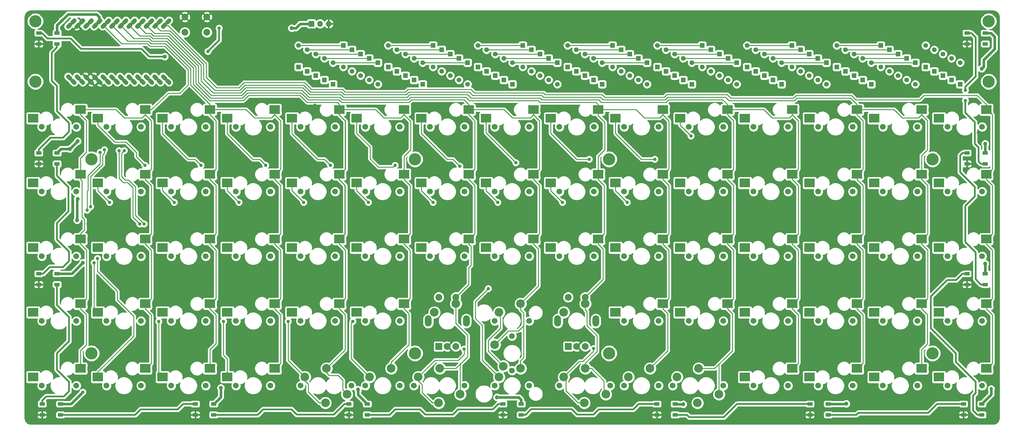
<source format=gbl>
G04 #@! TF.GenerationSoftware,KiCad,Pcbnew,(5.1.5)-2*
G04 #@! TF.CreationDate,2020-09-25T21:59:40+09:00*
G04 #@! TF.ProjectId,astra515,61737472-6135-4313-952e-6b696361645f,rev?*
G04 #@! TF.SameCoordinates,Original*
G04 #@! TF.FileFunction,Copper,L2,Bot*
G04 #@! TF.FilePolarity,Positive*
%FSLAX46Y46*%
G04 Gerber Fmt 4.6, Leading zero omitted, Abs format (unit mm)*
G04 Created by KiCad (PCBNEW (5.1.5)-2) date 2020-09-25 21:59:40*
%MOMM*%
%LPD*%
G04 APERTURE LIST*
%ADD10C,2.000000*%
%ADD11C,1.701800*%
%ADD12C,2.540000*%
%ADD13C,0.800000*%
%ADD14R,3.048000X2.540000*%
%ADD15C,1.270000*%
%ADD16O,2.000000X3.300000*%
%ADD17R,2.000000X2.000000*%
%ADD18R,1.400000X1.400000*%
%ADD19C,1.400000*%
%ADD20R,1.600000X1.000000*%
%ADD21C,3.600000*%
%ADD22R,1.700000X1.700000*%
%ADD23O,1.700000X1.700000*%
%ADD24C,1.000000*%
%ADD25C,1.200000*%
%ADD26C,0.254000*%
%ADD27C,0.300000*%
%ADD28C,0.762000*%
%ADD29C,0.508000*%
G04 APERTURE END LIST*
D10*
X129615000Y-83911000D03*
X123115000Y-83911000D03*
X123115000Y-79411000D03*
X129615000Y-79411000D03*
D11*
X262636000Y-187956000D03*
X252476000Y-187960000D03*
D12*
X260096000Y-182880000D03*
X253746000Y-185420000D03*
D11*
X186436000Y-187956000D03*
X176276000Y-187960000D03*
D12*
X183896000Y-182880000D03*
X177546000Y-185420000D03*
D11*
X224536000Y-187956000D03*
X214376000Y-187960000D03*
D12*
X221996000Y-182880000D03*
X215646000Y-185420000D03*
D13*
X93599000Y-164719000D03*
X77343000Y-167259000D03*
X93599000Y-162941000D03*
X77343000Y-165481000D03*
D14*
X92406000Y-163830000D03*
X78486000Y-166370000D03*
D11*
X91186000Y-168910000D03*
X81026000Y-168910000D03*
D13*
X93599000Y-107569000D03*
X77343000Y-110109000D03*
X93599000Y-105791000D03*
X77343000Y-108331000D03*
D14*
X92406000Y-106680000D03*
X78486000Y-109220000D03*
D11*
X91186000Y-111760000D03*
X81026000Y-111760000D03*
D13*
X131699000Y-183769000D03*
X115443000Y-186309000D03*
X131699000Y-181991000D03*
X115443000Y-184531000D03*
D14*
X130506000Y-182880000D03*
X116586000Y-185420000D03*
D11*
X129286000Y-187960000D03*
X119126000Y-187960000D03*
D13*
X131699000Y-126619000D03*
X115443000Y-129159000D03*
X131699000Y-124841000D03*
X115443000Y-127381000D03*
D14*
X130506000Y-125730000D03*
X116586000Y-128270000D03*
D11*
X129286000Y-130810000D03*
X119126000Y-130810000D03*
D13*
X265049000Y-126619000D03*
X248793000Y-129159000D03*
X265049000Y-124841000D03*
X248793000Y-127381000D03*
D14*
X263856000Y-125730000D03*
X249936000Y-128270000D03*
D11*
X262636000Y-130810000D03*
X252476000Y-130810000D03*
D13*
X360299000Y-107569000D03*
X344043000Y-110109000D03*
X360299000Y-105791000D03*
X344043000Y-108331000D03*
D14*
X359106000Y-106680000D03*
X345186000Y-109220000D03*
D11*
X357886000Y-111760000D03*
X347726000Y-111760000D03*
D13*
X112649000Y-164719000D03*
X96393000Y-167259000D03*
X112649000Y-162941000D03*
X96393000Y-165481000D03*
D14*
X111456000Y-163830000D03*
X97536000Y-166370000D03*
D11*
X110236000Y-168910000D03*
X100076000Y-168910000D03*
D13*
X112649000Y-107569000D03*
X96393000Y-110109000D03*
X112649000Y-105791000D03*
X96393000Y-108331000D03*
D14*
X111456000Y-106680000D03*
X97536000Y-109220000D03*
D11*
X110236000Y-111760000D03*
X100076000Y-111760000D03*
D13*
X131699000Y-107569000D03*
X115443000Y-110109000D03*
X131699000Y-105791000D03*
X115443000Y-108331000D03*
D14*
X130506000Y-106680000D03*
X116586000Y-109220000D03*
D11*
X129286000Y-111760000D03*
X119126000Y-111760000D03*
D13*
X150749000Y-107569000D03*
X134493000Y-110109000D03*
X150749000Y-105791000D03*
X134493000Y-108331000D03*
D14*
X149556000Y-106680000D03*
X135636000Y-109220000D03*
D11*
X148336000Y-111760000D03*
X138176000Y-111760000D03*
D13*
X169799000Y-107569000D03*
X153543000Y-110109000D03*
X169799000Y-105791000D03*
X153543000Y-108331000D03*
D14*
X168606000Y-106680000D03*
X154686000Y-109220000D03*
D11*
X167386000Y-111760000D03*
X157226000Y-111760000D03*
D13*
X188849000Y-107569000D03*
X172593000Y-110109000D03*
X188849000Y-105791000D03*
X172593000Y-108331000D03*
D14*
X187656000Y-106680000D03*
X173736000Y-109220000D03*
D11*
X186436000Y-111760000D03*
X176276000Y-111760000D03*
D13*
X207899000Y-107569000D03*
X191643000Y-110109000D03*
X207899000Y-105791000D03*
X191643000Y-108331000D03*
D14*
X206706000Y-106680000D03*
X192786000Y-109220000D03*
D11*
X205486000Y-111760000D03*
X195326000Y-111760000D03*
D13*
X226949000Y-107569000D03*
X210693000Y-110109000D03*
X226949000Y-105791000D03*
X210693000Y-108331000D03*
D14*
X225756000Y-106680000D03*
X211836000Y-109220000D03*
D11*
X224536000Y-111760000D03*
X214376000Y-111760000D03*
D13*
X245999000Y-107569000D03*
X229743000Y-110109000D03*
X245999000Y-105791000D03*
X229743000Y-108331000D03*
D14*
X244806000Y-106680000D03*
X230886000Y-109220000D03*
D11*
X243586000Y-111760000D03*
X233426000Y-111760000D03*
D13*
X265049000Y-107569000D03*
X248793000Y-110109000D03*
X265049000Y-105791000D03*
X248793000Y-108331000D03*
D14*
X263856000Y-106680000D03*
X249936000Y-109220000D03*
D11*
X262636000Y-111760000D03*
X252476000Y-111760000D03*
D13*
X284099000Y-107569000D03*
X267843000Y-110109000D03*
X284099000Y-105791000D03*
X267843000Y-108331000D03*
D14*
X282906000Y-106680000D03*
X268986000Y-109220000D03*
D11*
X281686000Y-111760000D03*
X271526000Y-111760000D03*
D13*
X303149000Y-107569000D03*
X286893000Y-110109000D03*
X303149000Y-105791000D03*
X286893000Y-108331000D03*
D14*
X301956000Y-106680000D03*
X288036000Y-109220000D03*
D11*
X300736000Y-111760000D03*
X290576000Y-111760000D03*
D13*
X322199000Y-107569000D03*
X305943000Y-110109000D03*
X322199000Y-105791000D03*
X305943000Y-108331000D03*
D14*
X321006000Y-106680000D03*
X307086000Y-109220000D03*
D11*
X319786000Y-111760000D03*
X309626000Y-111760000D03*
D13*
X341249000Y-107569000D03*
X324993000Y-110109000D03*
X341249000Y-105791000D03*
X324993000Y-108331000D03*
D14*
X340056000Y-106680000D03*
X326136000Y-109220000D03*
D11*
X338836000Y-111760000D03*
X328676000Y-111760000D03*
D13*
X93599000Y-126619000D03*
X77343000Y-129159000D03*
X93599000Y-124841000D03*
X77343000Y-127381000D03*
D14*
X92406000Y-125730000D03*
X78486000Y-128270000D03*
D11*
X91186000Y-130810000D03*
X81026000Y-130810000D03*
D13*
X112649000Y-126619000D03*
X96393000Y-129159000D03*
X112649000Y-124841000D03*
X96393000Y-127381000D03*
D14*
X111456000Y-125730000D03*
X97536000Y-128270000D03*
D11*
X110236000Y-130810000D03*
X100076000Y-130810000D03*
D13*
X150749000Y-126619000D03*
X134493000Y-129159000D03*
X150749000Y-124841000D03*
X134493000Y-127381000D03*
D14*
X149556000Y-125730000D03*
X135636000Y-128270000D03*
D11*
X148336000Y-130810000D03*
X138176000Y-130810000D03*
D13*
X169799000Y-126619000D03*
X153543000Y-129159000D03*
X169799000Y-124841000D03*
X153543000Y-127381000D03*
D14*
X168606000Y-125730000D03*
X154686000Y-128270000D03*
D11*
X167386000Y-130810000D03*
X157226000Y-130810000D03*
D13*
X188849000Y-126619000D03*
X172593000Y-129159000D03*
X188849000Y-124841000D03*
X172593000Y-127381000D03*
D14*
X187656000Y-125730000D03*
X173736000Y-128270000D03*
D11*
X186436000Y-130810000D03*
X176276000Y-130810000D03*
D13*
X207899000Y-126619000D03*
X191643000Y-129159000D03*
X207899000Y-124841000D03*
X191643000Y-127381000D03*
D14*
X206706000Y-125730000D03*
X192786000Y-128270000D03*
D11*
X205486000Y-130810000D03*
X195326000Y-130810000D03*
D13*
X226949000Y-126619000D03*
X210693000Y-129159000D03*
X226949000Y-124841000D03*
X210693000Y-127381000D03*
D14*
X225756000Y-125730000D03*
X211836000Y-128270000D03*
D11*
X224536000Y-130810000D03*
X214376000Y-130810000D03*
D13*
X245999000Y-126619000D03*
X229743000Y-129159000D03*
X245999000Y-124841000D03*
X229743000Y-127381000D03*
D14*
X244806000Y-125730000D03*
X230886000Y-128270000D03*
D11*
X243586000Y-130810000D03*
X233426000Y-130810000D03*
D13*
X284099000Y-126619000D03*
X267843000Y-129159000D03*
X284099000Y-124841000D03*
X267843000Y-127381000D03*
D14*
X282906000Y-125730000D03*
X268986000Y-128270000D03*
D11*
X281686000Y-130810000D03*
X271526000Y-130810000D03*
D13*
X303149000Y-126619000D03*
X286893000Y-129159000D03*
X303149000Y-124841000D03*
X286893000Y-127381000D03*
D14*
X301956000Y-125730000D03*
X288036000Y-128270000D03*
D11*
X300736000Y-130810000D03*
X290576000Y-130810000D03*
D13*
X322199000Y-126619000D03*
X305943000Y-129159000D03*
X322199000Y-124841000D03*
X305943000Y-127381000D03*
D14*
X321006000Y-125730000D03*
X307086000Y-128270000D03*
D11*
X319786000Y-130810000D03*
X309626000Y-130810000D03*
D13*
X341249000Y-126619000D03*
X324993000Y-129159000D03*
X341249000Y-124841000D03*
X324993000Y-127381000D03*
D14*
X340056000Y-125730000D03*
X326136000Y-128270000D03*
D11*
X338836000Y-130810000D03*
X328676000Y-130810000D03*
D13*
X360299000Y-126619000D03*
X344043000Y-129159000D03*
X360299000Y-124841000D03*
X344043000Y-127381000D03*
D14*
X359106000Y-125730000D03*
X345186000Y-128270000D03*
D11*
X357886000Y-130810000D03*
X347726000Y-130810000D03*
D13*
X93599000Y-145669000D03*
X77343000Y-148209000D03*
X93599000Y-143891000D03*
X77343000Y-146431000D03*
D14*
X92406000Y-144780000D03*
X78486000Y-147320000D03*
D11*
X91186000Y-149860000D03*
X81026000Y-149860000D03*
D13*
X112649000Y-145669000D03*
X96393000Y-148209000D03*
X112649000Y-143891000D03*
X96393000Y-146431000D03*
D14*
X111456000Y-144780000D03*
X97536000Y-147320000D03*
D11*
X110236000Y-149860000D03*
X100076000Y-149860000D03*
D13*
X131699000Y-145669000D03*
X115443000Y-148209000D03*
X131699000Y-143891000D03*
X115443000Y-146431000D03*
D14*
X130506000Y-144780000D03*
X116586000Y-147320000D03*
D11*
X129286000Y-149860000D03*
X119126000Y-149860000D03*
D13*
X150749000Y-145669000D03*
X134493000Y-148209000D03*
X150749000Y-143891000D03*
X134493000Y-146431000D03*
D14*
X149556000Y-144780000D03*
X135636000Y-147320000D03*
D11*
X148336000Y-149860000D03*
X138176000Y-149860000D03*
D13*
X169799000Y-145669000D03*
X153543000Y-148209000D03*
X169799000Y-143891000D03*
X153543000Y-146431000D03*
D14*
X168606000Y-144780000D03*
X154686000Y-147320000D03*
D11*
X167386000Y-149860000D03*
X157226000Y-149860000D03*
D13*
X188849000Y-145669000D03*
X172593000Y-148209000D03*
X188849000Y-143891000D03*
X172593000Y-146431000D03*
D14*
X187656000Y-144780000D03*
X173736000Y-147320000D03*
D11*
X186436000Y-149860000D03*
X176276000Y-149860000D03*
D13*
X207899000Y-145669000D03*
X191643000Y-148209000D03*
X207899000Y-143891000D03*
X191643000Y-146431000D03*
D14*
X206706000Y-144780000D03*
X192786000Y-147320000D03*
D11*
X205486000Y-149860000D03*
X195326000Y-149860000D03*
D13*
X226949000Y-145669000D03*
X210693000Y-148209000D03*
X226949000Y-143891000D03*
X210693000Y-146431000D03*
D14*
X225756000Y-144780000D03*
X211836000Y-147320000D03*
D11*
X224536000Y-149860000D03*
X214376000Y-149860000D03*
D13*
X245999000Y-145669000D03*
X229743000Y-148209000D03*
X245999000Y-143891000D03*
X229743000Y-146431000D03*
D14*
X244806000Y-144780000D03*
X230886000Y-147320000D03*
D11*
X243586000Y-149860000D03*
X233426000Y-149860000D03*
D13*
X265049000Y-145669000D03*
X248793000Y-148209000D03*
X265049000Y-143891000D03*
X248793000Y-146431000D03*
D14*
X263856000Y-144780000D03*
X249936000Y-147320000D03*
D11*
X262636000Y-149860000D03*
X252476000Y-149860000D03*
D13*
X284099000Y-145669000D03*
X267843000Y-148209000D03*
X284099000Y-143891000D03*
X267843000Y-146431000D03*
D14*
X282906000Y-144780000D03*
X268986000Y-147320000D03*
D11*
X281686000Y-149860000D03*
X271526000Y-149860000D03*
D13*
X303149000Y-145669000D03*
X286893000Y-148209000D03*
X303149000Y-143891000D03*
X286893000Y-146431000D03*
D14*
X301956000Y-144780000D03*
X288036000Y-147320000D03*
D11*
X300736000Y-149860000D03*
X290576000Y-149860000D03*
D13*
X322199000Y-145669000D03*
X305943000Y-148209000D03*
X322199000Y-143891000D03*
X305943000Y-146431000D03*
D14*
X321006000Y-144780000D03*
X307086000Y-147320000D03*
D11*
X319786000Y-149860000D03*
X309626000Y-149860000D03*
D13*
X341249000Y-145669000D03*
X324993000Y-148209000D03*
X341249000Y-143891000D03*
X324993000Y-146431000D03*
D14*
X340056000Y-144780000D03*
X326136000Y-147320000D03*
D11*
X338836000Y-149860000D03*
X328676000Y-149860000D03*
D13*
X360299000Y-145669000D03*
X344043000Y-148209000D03*
X360299000Y-143891000D03*
X344043000Y-146431000D03*
D14*
X359106000Y-144780000D03*
X345186000Y-147320000D03*
D11*
X357886000Y-149860000D03*
X347726000Y-149860000D03*
D13*
X131699000Y-164719000D03*
X115443000Y-167259000D03*
X131699000Y-162941000D03*
X115443000Y-165481000D03*
D14*
X130506000Y-163830000D03*
X116586000Y-166370000D03*
D11*
X129286000Y-168910000D03*
X119126000Y-168910000D03*
D13*
X150749000Y-164719000D03*
X134493000Y-167259000D03*
X150749000Y-162941000D03*
X134493000Y-165481000D03*
D14*
X149556000Y-163830000D03*
X135636000Y-166370000D03*
D11*
X148336000Y-168910000D03*
X138176000Y-168910000D03*
D13*
X169799000Y-164719000D03*
X153543000Y-167259000D03*
X169799000Y-162941000D03*
X153543000Y-165481000D03*
D14*
X168606000Y-163830000D03*
X154686000Y-166370000D03*
D11*
X167386000Y-168910000D03*
X157226000Y-168910000D03*
D13*
X188849000Y-164719000D03*
X172593000Y-167259000D03*
X188849000Y-162941000D03*
X172593000Y-165481000D03*
D14*
X187656000Y-163830000D03*
X173736000Y-166370000D03*
D11*
X186436000Y-168910000D03*
X176276000Y-168910000D03*
D13*
X265049000Y-164719000D03*
X248793000Y-167259000D03*
X265049000Y-162941000D03*
X248793000Y-165481000D03*
D14*
X263856000Y-163830000D03*
X249936000Y-166370000D03*
D11*
X262636000Y-168910000D03*
X252476000Y-168910000D03*
D13*
X284099000Y-164719000D03*
X267843000Y-167259000D03*
X284099000Y-162941000D03*
X267843000Y-165481000D03*
D14*
X282906000Y-163830000D03*
X268986000Y-166370000D03*
D11*
X281686000Y-168910000D03*
X271526000Y-168910000D03*
D13*
X303149000Y-164719000D03*
X286893000Y-167259000D03*
X303149000Y-162941000D03*
X286893000Y-165481000D03*
D14*
X301956000Y-163830000D03*
X288036000Y-166370000D03*
D11*
X300736000Y-168910000D03*
X290576000Y-168910000D03*
D13*
X322199000Y-164719000D03*
X305943000Y-167259000D03*
X322199000Y-162941000D03*
X305943000Y-165481000D03*
D14*
X321006000Y-163830000D03*
X307086000Y-166370000D03*
D11*
X319786000Y-168910000D03*
X309626000Y-168910000D03*
D13*
X341249000Y-164719000D03*
X324993000Y-167259000D03*
X341249000Y-162941000D03*
X324993000Y-165481000D03*
D14*
X340056000Y-163830000D03*
X326136000Y-166370000D03*
D11*
X338836000Y-168910000D03*
X328676000Y-168910000D03*
D13*
X360299000Y-164719000D03*
X344043000Y-167259000D03*
X360299000Y-162941000D03*
X344043000Y-165481000D03*
D14*
X359106000Y-163830000D03*
X345186000Y-166370000D03*
D11*
X357886000Y-168910000D03*
X347726000Y-168910000D03*
D13*
X93599000Y-183769000D03*
X77343000Y-186309000D03*
X93599000Y-181991000D03*
X77343000Y-184531000D03*
D14*
X92406000Y-182880000D03*
X78486000Y-185420000D03*
D11*
X91186000Y-187960000D03*
X81026000Y-187960000D03*
D13*
X112649000Y-183769000D03*
X96393000Y-186309000D03*
X112649000Y-181991000D03*
X96393000Y-184531000D03*
D14*
X111456000Y-182880000D03*
X97536000Y-185420000D03*
D11*
X110236000Y-187960000D03*
X100076000Y-187960000D03*
D13*
X150749000Y-183769000D03*
X134493000Y-186309000D03*
X150749000Y-181991000D03*
X134493000Y-184531000D03*
D14*
X149556000Y-182880000D03*
X135636000Y-185420000D03*
D11*
X148336000Y-187960000D03*
X138176000Y-187960000D03*
D13*
X303149000Y-183769000D03*
X286893000Y-186309000D03*
X303149000Y-181991000D03*
X286893000Y-184531000D03*
D14*
X301956000Y-182880000D03*
X288036000Y-185420000D03*
D11*
X300736000Y-187960000D03*
X290576000Y-187960000D03*
D13*
X322199000Y-183769000D03*
X305943000Y-186309000D03*
X322199000Y-181991000D03*
X305943000Y-184531000D03*
D14*
X321006000Y-182880000D03*
X307086000Y-185420000D03*
D11*
X319786000Y-187960000D03*
X309626000Y-187960000D03*
D13*
X341249000Y-183769000D03*
X324993000Y-186309000D03*
X341249000Y-181991000D03*
X324993000Y-184531000D03*
D14*
X340056000Y-182880000D03*
X326136000Y-185420000D03*
D11*
X338836000Y-187960000D03*
X328676000Y-187960000D03*
D13*
X360299000Y-183769000D03*
X344043000Y-186309000D03*
X360299000Y-181991000D03*
X344043000Y-184531000D03*
D14*
X359106000Y-182880000D03*
X345186000Y-185420000D03*
D11*
X357886000Y-187960000D03*
X347726000Y-187960000D03*
D15*
X90527094Y-98683094D02*
X90010906Y-98166906D01*
X89257094Y-97413094D02*
X88740906Y-96896906D01*
X93067094Y-98683094D02*
X92550906Y-98166906D01*
X91797094Y-97413094D02*
X91280906Y-96896906D01*
X95607094Y-98683094D02*
X95090906Y-98166906D01*
X94337094Y-97413094D02*
X93820906Y-96896906D01*
X98147094Y-98683094D02*
X97630906Y-98166906D01*
X96877094Y-97413094D02*
X96360906Y-96896906D01*
X100687094Y-98683094D02*
X100170906Y-98166906D01*
X99417094Y-97413094D02*
X98900906Y-96896906D01*
X103227094Y-98683094D02*
X102710906Y-98166906D01*
X101957094Y-97413094D02*
X101440906Y-96896906D01*
X105767094Y-98683094D02*
X105250906Y-98166906D01*
X104497094Y-97413094D02*
X103980906Y-96896906D01*
X108307094Y-98683094D02*
X107790906Y-98166906D01*
X107037094Y-97413094D02*
X106520906Y-96896906D01*
X110847094Y-98683094D02*
X110330906Y-98166906D01*
X109577094Y-97413094D02*
X109060906Y-96896906D01*
X113387094Y-98683094D02*
X112870906Y-98166906D01*
X112117094Y-97413094D02*
X111600906Y-96896906D01*
X115927094Y-98684994D02*
X115410906Y-98168806D01*
X114657094Y-97414994D02*
X114140906Y-96898806D01*
X118467094Y-98684994D02*
X117950906Y-98168806D01*
X117197094Y-97414994D02*
X116680906Y-96898806D01*
X118467094Y-80388806D02*
X117950906Y-80904994D01*
X117197094Y-81658806D02*
X116680906Y-82174994D01*
X115927094Y-80388806D02*
X115410906Y-80904994D01*
X114657094Y-81658806D02*
X114140906Y-82174994D01*
X113387094Y-80388806D02*
X112870906Y-80904994D01*
X112117094Y-81658806D02*
X111600906Y-82174994D01*
X110847094Y-80388806D02*
X110330906Y-80904994D01*
X109577094Y-81658806D02*
X109060906Y-82174994D01*
X108307094Y-80388806D02*
X107790906Y-80904994D01*
X107037094Y-81658806D02*
X106520906Y-82174994D01*
X105767094Y-80388806D02*
X105250906Y-80904994D01*
X104497094Y-81658806D02*
X103980906Y-82174994D01*
X103227094Y-80388806D02*
X102710906Y-80904994D01*
X101957094Y-81658806D02*
X101440906Y-82174994D01*
X100687094Y-80388806D02*
X100170906Y-80904994D01*
X99417094Y-81658806D02*
X98900906Y-82174994D01*
X98147094Y-80388806D02*
X97630906Y-80904994D01*
X96877094Y-81658806D02*
X96360906Y-82174994D01*
X94337094Y-81658806D02*
X93820906Y-82174994D01*
X94337094Y-81658806D02*
X93820906Y-82174994D01*
X91797094Y-81658806D02*
X91280906Y-82174994D01*
X89257094Y-81658806D02*
X88740906Y-82174994D01*
X90527094Y-80388806D02*
X90010906Y-80904994D01*
X93067094Y-80388806D02*
X92550906Y-80904994D01*
X95607094Y-80388806D02*
X95090906Y-80904994D01*
D12*
X196596000Y-166370000D03*
X202946000Y-163830000D03*
D10*
X202906000Y-161910000D03*
X197906000Y-161910000D03*
D16*
X206006000Y-168910000D03*
X194806000Y-168910000D03*
D10*
X202906000Y-176410000D03*
X200406000Y-176410000D03*
D17*
X197906000Y-176410000D03*
D12*
X234696000Y-166370000D03*
X241046000Y-163830000D03*
D10*
X241006000Y-161910000D03*
X236006000Y-161910000D03*
D16*
X244106000Y-168910000D03*
X232906000Y-168910000D03*
D10*
X241006000Y-176410000D03*
X238506000Y-176410000D03*
D17*
X236006000Y-176410000D03*
D18*
X156591000Y-94107000D03*
D19*
X156591000Y-87757000D03*
D18*
X169799000Y-87757000D03*
D19*
X169799000Y-94107000D03*
D18*
X183007000Y-94107000D03*
D19*
X183007000Y-87757000D03*
D18*
X196215000Y-87757000D03*
D19*
X196215000Y-94107000D03*
D18*
X209422300Y-94107000D03*
D19*
X209422300Y-87757000D03*
D18*
X222630300Y-87755600D03*
D19*
X222630300Y-94105600D03*
D18*
X235838300Y-94105600D03*
D19*
X235838300Y-87755600D03*
D18*
X249047000Y-87755600D03*
D19*
X249047000Y-94105600D03*
D18*
X262255000Y-94107000D03*
D19*
X262255000Y-87757000D03*
D18*
X275463000Y-87757000D03*
D19*
X275463000Y-94107000D03*
D18*
X288671000Y-94107000D03*
D19*
X288671000Y-87757000D03*
D18*
X301879000Y-87757000D03*
D19*
X301879000Y-94107000D03*
D18*
X315087000Y-94107000D03*
D19*
X315087000Y-87757000D03*
D18*
X328041000Y-87757000D03*
D19*
X328041000Y-94107000D03*
D18*
X341249000Y-94107000D03*
D19*
X341249000Y-87757000D03*
D18*
X159131000Y-95377000D03*
D19*
X159131000Y-89027000D03*
D18*
X172339000Y-89027000D03*
D19*
X172339000Y-95377000D03*
D18*
X185547000Y-95377000D03*
D19*
X185547000Y-89027000D03*
D18*
X198755000Y-89027000D03*
D19*
X198755000Y-95377000D03*
D18*
X211962300Y-95375600D03*
D19*
X211962300Y-89025600D03*
D18*
X225170300Y-89025600D03*
D19*
X225170300Y-95375600D03*
D18*
X238378300Y-95375600D03*
D19*
X238378300Y-89025600D03*
D18*
X251587000Y-89027000D03*
D19*
X251587000Y-95377000D03*
D18*
X264795000Y-95377000D03*
D19*
X264795000Y-89027000D03*
D18*
X278003000Y-89027000D03*
D19*
X278003000Y-95377000D03*
D18*
X291211000Y-95377000D03*
D19*
X291211000Y-89027000D03*
D18*
X304419000Y-89027000D03*
D19*
X304419000Y-95377000D03*
D18*
X317627000Y-95377000D03*
D19*
X317627000Y-89027000D03*
D18*
X330581000Y-89027000D03*
D19*
X330581000Y-95377000D03*
D18*
X343789000Y-95377000D03*
D19*
X343789000Y-89027000D03*
D18*
X161671000Y-96647000D03*
D19*
X161671000Y-90297000D03*
D18*
X174879000Y-90297000D03*
D19*
X174879000Y-96647000D03*
D18*
X188087000Y-96647000D03*
D19*
X188087000Y-90297000D03*
D18*
X201294300Y-90295600D03*
D19*
X201294300Y-96645600D03*
D18*
X214502300Y-96645600D03*
D19*
X214502300Y-90295600D03*
D18*
X227710300Y-90295600D03*
D19*
X227710300Y-96645600D03*
D18*
X240918300Y-96645600D03*
D19*
X240918300Y-90295600D03*
D18*
X254127000Y-90297000D03*
D19*
X254127000Y-96647000D03*
D18*
X267335000Y-96647000D03*
D19*
X267335000Y-90297000D03*
D18*
X280543000Y-90297000D03*
D19*
X280543000Y-96647000D03*
D18*
X293751000Y-96647000D03*
D19*
X293751000Y-90297000D03*
D18*
X306959000Y-90297000D03*
D19*
X306959000Y-96647000D03*
D18*
X320167000Y-96647000D03*
D19*
X320167000Y-90297000D03*
D18*
X333121000Y-90297000D03*
D19*
X333121000Y-96647000D03*
D18*
X346329000Y-96647000D03*
D19*
X346329000Y-90297000D03*
D18*
X164211000Y-97917000D03*
D19*
X164211000Y-91567000D03*
D18*
X177419000Y-91567000D03*
D19*
X177419000Y-97917000D03*
D18*
X190627000Y-97917000D03*
D19*
X190627000Y-91567000D03*
D18*
X203834300Y-91565600D03*
D19*
X203834300Y-97915600D03*
D18*
X217042300Y-97915600D03*
D19*
X217042300Y-91565600D03*
D18*
X230250300Y-91565600D03*
D19*
X230250300Y-97915600D03*
D18*
X243458300Y-97915600D03*
D19*
X243458300Y-91565600D03*
D18*
X256667000Y-91567000D03*
D19*
X256667000Y-97917000D03*
D18*
X269875000Y-97917000D03*
D19*
X269875000Y-91567000D03*
D18*
X283083000Y-91567000D03*
D19*
X283083000Y-97917000D03*
D18*
X296291000Y-97917000D03*
D19*
X296291000Y-91567000D03*
D18*
X309499000Y-91567000D03*
D19*
X309499000Y-97917000D03*
D18*
X322707000Y-97917000D03*
D19*
X322707000Y-91567000D03*
D18*
X335661000Y-91567000D03*
D19*
X335661000Y-97917000D03*
D18*
X348869000Y-97917000D03*
D19*
X348869000Y-91567000D03*
D18*
X166751000Y-99187000D03*
D19*
X166751000Y-92837000D03*
D18*
X179959000Y-92837000D03*
D19*
X179959000Y-99187000D03*
D18*
X193167000Y-99187000D03*
D19*
X193167000Y-92837000D03*
D18*
X206374300Y-92835600D03*
D19*
X206374300Y-99185600D03*
D18*
X219582300Y-99185600D03*
D19*
X219582300Y-92835600D03*
D18*
X232790300Y-92835600D03*
D19*
X232790300Y-99185600D03*
D18*
X245998300Y-99185600D03*
D19*
X245998300Y-92835600D03*
D18*
X259207000Y-92837000D03*
D19*
X259207000Y-99187000D03*
D18*
X272415000Y-99187000D03*
D19*
X272415000Y-92837000D03*
D18*
X285623000Y-92837000D03*
D19*
X285623000Y-99187000D03*
D18*
X298831000Y-99187000D03*
D19*
X298831000Y-92837000D03*
D18*
X312039000Y-92837000D03*
D19*
X312039000Y-99187000D03*
D18*
X325247000Y-99187000D03*
D19*
X325247000Y-92837000D03*
D18*
X338201000Y-92837000D03*
D19*
X338201000Y-99187000D03*
D18*
X351409000Y-99187000D03*
D19*
X351409000Y-92837000D03*
D11*
X266763500Y-187960000D03*
D12*
X274383500Y-182880000D03*
X268033500Y-185420000D03*
D11*
X266763500Y-187960000D03*
X281686000Y-187960000D03*
D12*
X274066000Y-193040000D03*
X280416000Y-190500000D03*
D11*
X190563500Y-187960000D03*
D12*
X198183500Y-182880000D03*
X191833500Y-185420000D03*
D11*
X190563500Y-187960000D03*
X205486000Y-187960000D03*
D12*
X197866000Y-193040000D03*
X204216000Y-190500000D03*
D11*
X248348500Y-187960000D03*
D12*
X240728500Y-193040000D03*
X247078500Y-190500000D03*
D11*
X248348500Y-187960000D03*
X233426000Y-187960000D03*
D12*
X241046000Y-182880000D03*
X234696000Y-185420000D03*
X215646000Y-166370000D03*
D11*
X214376000Y-168910000D03*
X224536000Y-168906000D03*
D12*
X221996000Y-163830000D03*
D11*
X219456000Y-183515000D03*
D12*
X214376000Y-175895000D03*
D11*
X219452000Y-173355000D03*
D12*
X216916000Y-182245000D03*
D11*
X172148500Y-187960000D03*
D12*
X164528500Y-193040000D03*
X170878500Y-190500000D03*
D11*
X172148500Y-187960000D03*
X157226000Y-187960000D03*
D12*
X164846000Y-182880000D03*
X158496000Y-185420000D03*
D20*
X222156000Y-193344800D03*
X222156000Y-196545000D03*
X216756000Y-196545000D03*
X216756000Y-193344800D03*
X176817000Y-193344800D03*
X176817000Y-196545000D03*
X171417000Y-196545000D03*
X171417000Y-193344800D03*
X131605000Y-193344800D03*
X131605000Y-196545000D03*
X126205000Y-196545000D03*
X126205000Y-193344800D03*
X86520000Y-193344800D03*
X86520000Y-196545000D03*
X81120000Y-196545000D03*
X81120000Y-193344800D03*
X85504000Y-154990800D03*
X85504000Y-158191000D03*
X80104000Y-158191000D03*
X80104000Y-154990800D03*
X85504000Y-119430800D03*
X85504000Y-122631000D03*
X80104000Y-122631000D03*
X80104000Y-119430800D03*
X85504000Y-84124800D03*
X85504000Y-87325000D03*
X80104000Y-87325000D03*
X80104000Y-84124800D03*
D21*
X79121000Y-98425000D03*
X79121000Y-80645000D03*
X359791000Y-98425000D03*
X359791000Y-80645000D03*
X248031000Y-121285000D03*
X248031000Y-178435000D03*
X343281000Y-178435000D03*
X343281000Y-121285000D03*
X190881000Y-178435000D03*
X190881000Y-121285000D03*
X95631000Y-121285000D03*
X95631000Y-178435000D03*
D22*
X160401000Y-81407000D03*
D23*
X162941000Y-81407000D03*
X165481000Y-81407000D03*
D20*
X267495000Y-193344800D03*
X267495000Y-196545000D03*
X262095000Y-196545000D03*
X262095000Y-193344800D03*
X307180000Y-193344800D03*
X307180000Y-196545000D03*
X312580000Y-196545000D03*
X312580000Y-193344800D03*
X357792000Y-193344800D03*
X357792000Y-196545000D03*
X352392000Y-196545000D03*
X352392000Y-193344800D03*
X353408000Y-154990800D03*
X353408000Y-158191000D03*
X358808000Y-158191000D03*
X358808000Y-154990800D03*
X358808000Y-119430800D03*
X358808000Y-122631000D03*
X353408000Y-122631000D03*
X353408000Y-119430800D03*
X353408000Y-84124800D03*
X353408000Y-87325000D03*
X358808000Y-87325000D03*
X358808000Y-84124800D03*
D24*
X111379000Y-123063000D03*
X127889000Y-123063000D03*
X146939000Y-123063000D03*
X165989000Y-123063000D03*
X185039000Y-123063000D03*
X204089000Y-123317000D03*
X220599000Y-122301000D03*
X242189000Y-121285000D03*
X261493000Y-121285000D03*
X272161000Y-114427000D03*
X100965000Y-133985000D03*
X120015000Y-133985000D03*
X139065000Y-133985000D03*
X158115000Y-133985000D03*
X177165000Y-133985000D03*
X196215000Y-133985000D03*
X215265000Y-133985000D03*
X234315000Y-133985000D03*
X253365000Y-133985000D03*
X96393000Y-151765000D03*
X97409000Y-150495000D03*
X115443000Y-169037000D03*
X134493000Y-169037000D03*
X153543000Y-169037000D03*
X172593000Y-169037000D03*
X205359000Y-177165000D03*
X212471000Y-159385000D03*
X243459000Y-177038000D03*
D25*
X154559000Y-82677000D03*
X91567000Y-115951000D03*
X91567000Y-132969000D03*
X89281000Y-118237000D03*
X91404999Y-139227001D03*
X93091000Y-151765000D03*
D24*
X93091000Y-189865000D03*
D25*
X133731000Y-188595000D03*
D24*
X86995000Y-80391000D03*
D25*
X357759000Y-94615000D03*
X174117000Y-189103000D03*
X358775000Y-116713000D03*
X358775000Y-152019000D03*
X269875000Y-193421000D03*
X317881000Y-193294000D03*
D24*
X360553000Y-188849000D03*
D25*
X215011000Y-191389000D03*
X117221000Y-91059000D03*
D24*
X251333000Y-120015000D03*
X76581000Y-102235000D03*
X124206000Y-159385000D03*
X143256000Y-159385000D03*
X162306000Y-159385000D03*
X181356000Y-159385000D03*
X76581000Y-140335000D03*
X76581000Y-121285000D03*
X114681000Y-102235000D03*
X105156000Y-102235000D03*
X257429000Y-125984000D03*
X252857000Y-139446000D03*
X114681000Y-124587000D03*
X112014000Y-138430000D03*
X100457000Y-159385000D03*
X214757000Y-159385000D03*
X224282000Y-159385000D03*
X224282000Y-140335000D03*
X212598000Y-171577000D03*
X201422000Y-181737000D03*
X221615000Y-136779000D03*
X213487000Y-136779000D03*
X231521000Y-118745000D03*
X271907000Y-121158000D03*
X348742000Y-115443000D03*
X349250000Y-104648000D03*
X292608000Y-99695000D03*
X152908000Y-104648000D03*
X142494000Y-105410000D03*
X161417000Y-105410000D03*
X109982000Y-159385000D03*
X100330000Y-140335000D03*
X218059000Y-125095000D03*
X226568000Y-121158000D03*
X146431000Y-110109000D03*
X181737000Y-122428000D03*
X195199000Y-175387000D03*
X209931000Y-163449000D03*
D25*
X209931000Y-116459000D03*
X221615000Y-172847000D03*
D24*
X238125000Y-184277000D03*
X213995000Y-113919000D03*
X264795000Y-99441000D03*
X225933000Y-99441000D03*
X295275000Y-106045000D03*
X184277000Y-97917000D03*
X176403000Y-100203000D03*
X120523000Y-81915000D03*
X76581000Y-159385000D03*
X76581000Y-178435000D03*
X76581000Y-197485000D03*
X114681000Y-197485000D03*
X152781000Y-197485000D03*
X190881000Y-197485000D03*
X362331000Y-197485000D03*
X362331000Y-178435000D03*
X362331000Y-159385000D03*
X362331000Y-140335000D03*
X362331000Y-121285000D03*
X362331000Y-102235000D03*
X348107000Y-159385000D03*
X89535000Y-122555000D03*
X90297000Y-128143000D03*
X89789000Y-152527000D03*
X90805000Y-159385000D03*
X90805000Y-178435000D03*
X355473000Y-140335000D03*
X356743000Y-146939000D03*
X355219000Y-103759000D03*
X356743000Y-108839000D03*
X356743000Y-113411000D03*
X199517000Y-107315000D03*
X180721000Y-106045000D03*
X89535000Y-141605000D03*
X209931000Y-185039000D03*
X214757000Y-100711000D03*
X215519000Y-105283000D03*
X110617000Y-115443000D03*
X171831000Y-116459000D03*
X248031000Y-197485000D03*
X286131000Y-197485000D03*
X324231000Y-197485000D03*
X177927000Y-113157000D03*
D25*
X206629000Y-183261000D03*
X94742000Y-140335000D03*
X89662000Y-147193000D03*
D24*
X92837000Y-84455000D03*
X91567000Y-91567000D03*
X101981000Y-113411000D03*
X101981000Y-117475000D03*
X95631000Y-102235000D03*
X145161000Y-91567000D03*
X133223000Y-82677000D03*
X129921000Y-89535000D03*
X105283000Y-118745000D03*
X111125000Y-140335000D03*
X109855000Y-140335000D03*
X103759000Y-118745000D03*
X94361000Y-136271000D03*
X98171000Y-119253000D03*
X99441000Y-118491000D03*
X95377000Y-135255000D03*
X352933000Y-104013000D03*
X352933000Y-100965000D03*
D26*
X315087000Y-87757000D02*
X328041000Y-87757000D01*
X262253600Y-87755600D02*
X262255000Y-87757000D01*
X156591000Y-87757000D02*
X169799000Y-87757000D01*
X183007000Y-87757000D02*
X196215000Y-87757000D01*
X222628900Y-87757000D02*
X222630300Y-87755600D01*
X209422300Y-87757000D02*
X222628900Y-87757000D01*
X235838300Y-87755600D02*
X249047000Y-87755600D01*
X263244949Y-87757000D02*
X275463000Y-87757000D01*
X262255000Y-87757000D02*
X263244949Y-87757000D01*
X288671000Y-87757000D02*
X301879000Y-87757000D01*
X97536000Y-109220000D02*
X97536000Y-111252000D01*
X97536000Y-111252000D02*
X102489000Y-116205000D01*
X102489000Y-116205000D02*
X105791000Y-116205000D01*
X105791000Y-116205000D02*
X108839000Y-119253000D01*
X108839000Y-120523000D02*
X111379000Y-123063000D01*
X108839000Y-119253000D02*
X108839000Y-120523000D01*
X116586000Y-109220000D02*
X116586000Y-113792000D01*
X116586000Y-113792000D02*
X124079000Y-121285000D01*
X126111000Y-121285000D02*
X127889000Y-123063000D01*
X124079000Y-121285000D02*
X126111000Y-121285000D01*
X135636000Y-113792000D02*
X135636000Y-109220000D01*
X143129000Y-121285000D02*
X135636000Y-113792000D01*
X146939000Y-123063000D02*
X145161000Y-121285000D01*
X145161000Y-121285000D02*
X143129000Y-121285000D01*
X154686000Y-109220000D02*
X154686000Y-113792000D01*
X154686000Y-113792000D02*
X162179000Y-121285000D01*
X164211000Y-121285000D02*
X165989000Y-123063000D01*
X162179000Y-121285000D02*
X164211000Y-121285000D01*
X173736000Y-113665000D02*
X173736000Y-109220000D01*
X177673000Y-117602000D02*
X173736000Y-113665000D01*
X177673000Y-121158000D02*
X177673000Y-117602000D01*
X184539001Y-123562999D02*
X184285001Y-123562999D01*
X184277000Y-123571000D02*
X180086000Y-123571000D01*
X185039000Y-123063000D02*
X184539001Y-123562999D01*
X180086000Y-123571000D02*
X177673000Y-121158000D01*
X184285001Y-123562999D02*
X184277000Y-123571000D01*
X202057000Y-121285000D02*
X204089000Y-123317000D01*
X200406000Y-121285000D02*
X202057000Y-121285000D01*
X192786000Y-109220000D02*
X192786000Y-113665000D01*
X192786000Y-113665000D02*
X200406000Y-121285000D01*
X211836000Y-113538000D02*
X211836000Y-109220000D01*
X220599000Y-122301000D02*
X211836000Y-113538000D01*
X230886000Y-113665000D02*
X238506000Y-121285000D01*
X230886000Y-109220000D02*
X230886000Y-113665000D01*
X238506000Y-121285000D02*
X240411000Y-121285000D01*
X240411000Y-121285000D02*
X242189000Y-121285000D01*
X249936000Y-113665000D02*
X257556000Y-121285000D01*
X249936000Y-109220000D02*
X249936000Y-113665000D01*
X257556000Y-121285000D02*
X259715000Y-121285000D01*
X259715000Y-121285000D02*
X261493000Y-121285000D01*
X268986000Y-111252000D02*
X268986000Y-109220000D01*
X272161000Y-114427000D02*
X268986000Y-111252000D01*
D27*
X211960900Y-89027000D02*
X211962300Y-89025600D01*
D26*
X317627000Y-89027000D02*
X330581000Y-89027000D01*
X159131000Y-89027000D02*
X172339000Y-89027000D01*
X185547000Y-89027000D02*
X198755000Y-89027000D01*
X211962300Y-89025600D02*
X225170300Y-89025600D01*
X251585600Y-89025600D02*
X251587000Y-89027000D01*
X238378300Y-89025600D02*
X251585600Y-89025600D01*
X264795000Y-89027000D02*
X278003000Y-89027000D01*
X292200949Y-89027000D02*
X304419000Y-89027000D01*
X291211000Y-89027000D02*
X292200949Y-89027000D01*
X97536000Y-130556000D02*
X100965000Y-133985000D01*
X97536000Y-128270000D02*
X97536000Y-130556000D01*
X116586000Y-130556000D02*
X120015000Y-133985000D01*
X116586000Y-128270000D02*
X116586000Y-130556000D01*
X135636000Y-130556000D02*
X139065000Y-133985000D01*
X135636000Y-128270000D02*
X135636000Y-130556000D01*
X154686000Y-130556000D02*
X158115000Y-133985000D01*
X154686000Y-128270000D02*
X154686000Y-130556000D01*
X173736000Y-130556000D02*
X177165000Y-133985000D01*
X173736000Y-128270000D02*
X173736000Y-130556000D01*
X192786000Y-130556000D02*
X196215000Y-133985000D01*
X192786000Y-128270000D02*
X192786000Y-130556000D01*
X211836000Y-130556000D02*
X215265000Y-133985000D01*
X211836000Y-128270000D02*
X211836000Y-130556000D01*
X230886000Y-130556000D02*
X234315000Y-133985000D01*
X230886000Y-128270000D02*
X230886000Y-130556000D01*
X249936000Y-130556000D02*
X253365000Y-133985000D01*
X249936000Y-128270000D02*
X249936000Y-130556000D01*
X321156949Y-90297000D02*
X333121000Y-90297000D01*
X320167000Y-90297000D02*
X321156949Y-90297000D01*
X162660949Y-90297000D02*
X174879000Y-90297000D01*
X161671000Y-90297000D02*
X162660949Y-90297000D01*
X201292900Y-90297000D02*
X201294300Y-90295600D01*
X188087000Y-90297000D02*
X201292900Y-90297000D01*
X214502300Y-90295600D02*
X227710300Y-90295600D01*
X254125600Y-90295600D02*
X254127000Y-90297000D01*
X240918300Y-90295600D02*
X254125600Y-90295600D01*
X267335000Y-90297000D02*
X280543000Y-90297000D01*
X293751000Y-90297000D02*
X306959000Y-90297000D01*
X322707000Y-91567000D02*
X335661000Y-91567000D01*
X164211000Y-91567000D02*
X177419000Y-91567000D01*
X203832900Y-91567000D02*
X203834300Y-91565600D01*
X190627000Y-91567000D02*
X203832900Y-91567000D01*
X217042300Y-91565600D02*
X230250300Y-91565600D01*
X256665600Y-91565600D02*
X256667000Y-91567000D01*
X243458300Y-91565600D02*
X256665600Y-91565600D01*
X269875000Y-91567000D02*
X283083000Y-91567000D01*
X296291000Y-91567000D02*
X309499000Y-91567000D01*
D27*
X177165000Y-98171000D02*
X177419000Y-97917000D01*
D26*
X96393000Y-165481000D02*
X96393000Y-151765000D01*
X215646000Y-167132000D02*
X216027000Y-167513000D01*
X215646000Y-166370000D02*
X215646000Y-167132000D01*
X216027000Y-167513000D02*
X216027000Y-171069000D01*
X212471000Y-177800000D02*
X216916000Y-182245000D01*
X212471000Y-174625000D02*
X212471000Y-177800000D01*
X216027000Y-171069000D02*
X212471000Y-174625000D01*
D27*
X78178000Y-185420000D02*
X77216000Y-184458000D01*
X79021000Y-185420000D02*
X78178000Y-185420000D01*
D26*
X325247000Y-92837000D02*
X338201000Y-92837000D01*
X166751000Y-92837000D02*
X179959000Y-92837000D01*
X206372900Y-92837000D02*
X206374300Y-92835600D01*
X193167000Y-92837000D02*
X206372900Y-92837000D01*
X219582300Y-92835600D02*
X232790300Y-92835600D01*
X259205600Y-92835600D02*
X259207000Y-92837000D01*
X245998300Y-92835600D02*
X259205600Y-92835600D01*
X272415000Y-92837000D02*
X285623000Y-92837000D01*
X299820949Y-92837000D02*
X312039000Y-92837000D01*
X298831000Y-92837000D02*
X299820949Y-92837000D01*
X96393000Y-184277000D02*
X97536000Y-185420000D01*
X96393000Y-185743315D02*
X96393000Y-186309000D01*
X97409000Y-150495000D02*
X97409000Y-154305000D01*
X97409000Y-154305000D02*
X103227001Y-160123001D01*
X103227001Y-160123001D02*
X103227001Y-162663001D01*
X103227001Y-162663001D02*
X108077000Y-167513000D01*
X108077000Y-173355000D02*
X108077000Y-168021000D01*
X97536000Y-185420000D02*
X97536000Y-183896000D01*
X97536000Y-183896000D02*
X108077000Y-173355000D01*
X108077000Y-167513000D02*
X108077000Y-168021000D01*
X108077000Y-168021000D02*
X108077000Y-170307000D01*
X115443000Y-184277000D02*
X116586000Y-185420000D01*
X115443000Y-184023000D02*
X115443000Y-184277000D01*
X115443000Y-184023000D02*
X115443000Y-184531000D01*
X115443000Y-169037000D02*
X115443000Y-184023000D01*
X134493000Y-184277000D02*
X135636000Y-185420000D01*
X134493000Y-176911000D02*
X134493000Y-178943000D01*
X134493000Y-169037000D02*
X134493000Y-176911000D01*
X135636000Y-180086000D02*
X135636000Y-185420000D01*
X134493000Y-178943000D02*
X135636000Y-180086000D01*
X153543000Y-180467000D02*
X158496000Y-185420000D01*
X153543000Y-169037000D02*
X153543000Y-180467000D01*
X158496000Y-185420000D02*
X158496000Y-186499500D01*
X158496000Y-186499500D02*
X159512000Y-187515500D01*
X159512000Y-189819551D02*
X162732449Y-193040000D01*
X162732449Y-193040000D02*
X164528500Y-193040000D01*
X159512000Y-187515500D02*
X159512000Y-189819551D01*
X176276001Y-184150001D02*
X177546000Y-185420000D01*
X172093001Y-179967001D02*
X176276001Y-184150001D01*
X172093001Y-169536999D02*
X172093001Y-179967001D01*
X172593000Y-169037000D02*
X172093001Y-169536999D01*
X195199000Y-182054500D02*
X191833500Y-185420000D01*
X191833500Y-185420000D02*
X191833500Y-186499500D01*
X191833500Y-186499500D02*
X192976500Y-187642500D01*
X196069949Y-193040000D02*
X197866000Y-193040000D01*
X192976500Y-189946551D02*
X196069949Y-193040000D01*
X192976500Y-187642500D02*
X192976500Y-189946551D01*
X196786500Y-180467000D02*
X191833500Y-185420000D01*
X203708000Y-180467000D02*
X196786500Y-180467000D01*
X205359000Y-177165000D02*
X205359000Y-178816000D01*
X205359000Y-178816000D02*
X203708000Y-180467000D01*
X210724750Y-170275250D02*
X210724750Y-180498750D01*
X210724750Y-180498750D02*
X215646000Y-185420000D01*
X208661000Y-168148000D02*
X210724750Y-170275250D01*
X208661000Y-163195000D02*
X208661000Y-168148000D01*
X212471000Y-159385000D02*
X208661000Y-163195000D01*
X243459000Y-177745106D02*
X240356106Y-180848000D01*
X243459000Y-177038000D02*
X243459000Y-177745106D01*
X239268000Y-180848000D02*
X234696000Y-185420000D01*
X240356106Y-180848000D02*
X239268000Y-180848000D01*
X235331000Y-186055000D02*
X234696000Y-185420000D01*
X235331000Y-189438551D02*
X235331000Y-186055000D01*
X240728500Y-193040000D02*
X238932449Y-193040000D01*
X238932449Y-193040000D02*
X235331000Y-189438551D01*
D28*
X154559000Y-82677000D02*
X155829000Y-82677000D01*
X157099000Y-81407000D02*
X160401000Y-81407000D01*
X155829000Y-82677000D02*
X157099000Y-81407000D01*
X91404999Y-134076999D02*
X91404999Y-139227001D01*
X91404999Y-133131001D02*
X91567000Y-132969000D01*
X91404999Y-139227001D02*
X91404999Y-133131001D01*
X89865200Y-154990800D02*
X85504000Y-154990800D01*
X93091000Y-151765000D02*
X89865200Y-154990800D01*
X96619000Y-81916900D02*
X97889000Y-80646900D01*
X133731000Y-191345800D02*
X131732000Y-193344800D01*
X133731000Y-188595000D02*
X133731000Y-191345800D01*
X267444200Y-193421000D02*
X267368000Y-193344800D01*
X269875000Y-193421000D02*
X267444200Y-193421000D01*
X317830200Y-193344800D02*
X317881000Y-193294000D01*
X312580000Y-193344800D02*
X317830200Y-193344800D01*
X85504000Y-84124800D02*
X85504000Y-81882000D01*
X85504000Y-81882000D02*
X88773000Y-78613000D01*
X88773000Y-78613000D02*
X97155000Y-78613000D01*
X97889000Y-79347000D02*
X97889000Y-80646900D01*
X97155000Y-78613000D02*
X97889000Y-79347000D01*
X215011000Y-191389000D02*
X221462200Y-191389000D01*
X221462200Y-191389000D02*
X222156000Y-192082800D01*
X222156000Y-192082800D02*
X222156000Y-193344800D01*
X358775000Y-119397800D02*
X358808000Y-119430800D01*
X358775000Y-116713000D02*
X358775000Y-119397800D01*
X358775000Y-154957800D02*
X358808000Y-154990800D01*
X358775000Y-152019000D02*
X358775000Y-154957800D01*
X360553000Y-190583800D02*
X357792000Y-193344800D01*
X360553000Y-188849000D02*
X360553000Y-190583800D01*
X174117000Y-190644800D02*
X176817000Y-193344800D01*
X174117000Y-189103000D02*
X174117000Y-190644800D01*
X89611200Y-193344800D02*
X93091000Y-189865000D01*
X86520000Y-193344800D02*
X89611200Y-193344800D01*
X86697800Y-118237000D02*
X85504000Y-119430800D01*
X89281000Y-118237000D02*
X86697800Y-118237000D01*
X91567000Y-115951000D02*
X89281000Y-118237000D01*
X360476800Y-84124800D02*
X358808000Y-84124800D01*
X358358999Y-94015001D02*
X358358999Y-91983001D01*
X357759000Y-94615000D02*
X358358999Y-94015001D01*
X358358999Y-91983001D02*
X361569000Y-88773000D01*
X361569000Y-88773000D02*
X361569000Y-85217000D01*
X361569000Y-85217000D02*
X360476800Y-84124800D01*
D29*
X80104000Y-84124800D02*
X81076800Y-84124800D01*
X81076800Y-84124800D02*
X82677000Y-85725000D01*
X82677000Y-85725000D02*
X89535000Y-85725000D01*
X92583000Y-88773000D02*
X96139000Y-88773000D01*
X89535000Y-85725000D02*
X92583000Y-88773000D01*
X109594478Y-88766478D02*
X110356478Y-88766478D01*
X96139000Y-88773000D02*
X109594478Y-88766478D01*
X112649000Y-91059000D02*
X117221000Y-91059000D01*
X110356478Y-88766478D02*
X112649000Y-91059000D01*
D26*
X91539000Y-81916900D02*
X92809000Y-80646900D01*
D29*
X133223000Y-86233000D02*
X133223000Y-82677000D01*
X129921000Y-89535000D02*
X133223000Y-86233000D01*
D27*
X92798000Y-125730000D02*
X91948000Y-125730000D01*
X92661000Y-182880000D02*
X93481000Y-182060000D01*
X92406000Y-182880000D02*
X92661000Y-182880000D01*
X92176000Y-106680000D02*
X92406000Y-106680000D01*
X92636000Y-125730000D02*
X92406000Y-125730000D01*
X92636000Y-144780000D02*
X92406000Y-144780000D01*
X92636000Y-163830000D02*
X92406000Y-163830000D01*
X111686000Y-182880000D02*
X111456000Y-182880000D01*
X111686000Y-163830000D02*
X111456000Y-163830000D01*
X111686000Y-144780000D02*
X111456000Y-144780000D01*
X111686000Y-125730000D02*
X111456000Y-125730000D01*
X93072001Y-124568001D02*
X93472000Y-124968000D01*
D26*
X111710000Y-125730000D02*
X111456000Y-125730000D01*
X113234000Y-124206000D02*
X111710000Y-125730000D01*
X113234000Y-109982000D02*
X113234000Y-124206000D01*
X111456000Y-108204000D02*
X113234000Y-109982000D01*
X92406000Y-120954000D02*
X92406000Y-125730000D01*
X94107000Y-119253000D02*
X92406000Y-120954000D01*
X94107000Y-109905000D02*
X94107000Y-119253000D01*
X92406000Y-106680000D02*
X92406000Y-108204000D01*
X92406000Y-108204000D02*
X94107000Y-109905000D01*
X92406000Y-125730000D02*
X92406000Y-127254000D01*
X111710000Y-144780000D02*
X111456000Y-144780000D01*
X113234000Y-129032000D02*
X113234000Y-143256000D01*
X111456000Y-127254000D02*
X113234000Y-129032000D01*
X113234000Y-143256000D02*
X111710000Y-144780000D01*
X111456000Y-125730000D02*
X111456000Y-127254000D01*
X111710000Y-163830000D02*
X111456000Y-163830000D01*
X113234000Y-148082000D02*
X113234000Y-162306000D01*
X113234000Y-162306000D02*
X111710000Y-163830000D01*
X111456000Y-146304000D02*
X113234000Y-148082000D01*
X111456000Y-144780000D02*
X111456000Y-146304000D01*
X92660000Y-163830000D02*
X92406000Y-163830000D01*
X94184000Y-162306000D02*
X92660000Y-163830000D01*
X94184000Y-148082000D02*
X94184000Y-162306000D01*
X92406000Y-146304000D02*
X94184000Y-148082000D01*
X92406000Y-144780000D02*
X92406000Y-146304000D01*
X92406000Y-165354000D02*
X94107000Y-167055000D01*
X92406000Y-163830000D02*
X92406000Y-165354000D01*
X94107000Y-167055000D02*
X94107000Y-175895000D01*
X92406000Y-177596000D02*
X92406000Y-182880000D01*
X94107000Y-175895000D02*
X92406000Y-177596000D01*
X113234000Y-181356000D02*
X111710000Y-182880000D01*
X113234000Y-167132000D02*
X113234000Y-181356000D01*
X111456000Y-165354000D02*
X113234000Y-167132000D01*
X111710000Y-182880000D02*
X111456000Y-182880000D01*
X111456000Y-163830000D02*
X111456000Y-165354000D01*
X111456000Y-108204000D02*
X111456000Y-106680000D01*
X105283000Y-109093000D02*
X110567000Y-109093000D01*
X110567000Y-109093000D02*
X111456000Y-108204000D01*
X92406000Y-106680000D02*
X102870000Y-106680000D01*
X102870000Y-106680000D02*
X105283000Y-109093000D01*
X111456000Y-106680000D02*
X113234000Y-106680000D01*
X118360218Y-101850218D02*
X121669782Y-101850218D01*
X113234000Y-106680000D02*
X118360218Y-101850218D01*
X121669782Y-101850218D02*
X124079000Y-99441000D01*
X124079000Y-94869000D02*
X123317000Y-94107000D01*
X124079000Y-96647000D02*
X124079000Y-94869000D01*
X124079000Y-96393000D02*
X124079000Y-96647000D01*
X124079000Y-96647000D02*
X124079000Y-99441000D01*
X123317000Y-94107000D02*
X123571000Y-94361000D01*
X92406000Y-127254000D02*
X92837000Y-127685000D01*
X92837000Y-127685000D02*
X92837000Y-138303000D01*
X92406000Y-143256000D02*
X92406000Y-144780000D01*
X93599000Y-142063000D02*
X92406000Y-143256000D01*
X93599000Y-139065000D02*
X93599000Y-142063000D01*
X92837000Y-138303000D02*
X93599000Y-139065000D01*
X117221000Y-88011000D02*
X124079000Y-94869000D01*
X112903000Y-88011000D02*
X117221000Y-88011000D01*
X112141000Y-87249000D02*
X112903000Y-88011000D01*
X99159000Y-81916900D02*
X104491100Y-87249000D01*
X104491100Y-87249000D02*
X112141000Y-87249000D01*
X99159000Y-81916900D02*
X100429000Y-80646900D01*
D27*
X130736000Y-125730000D02*
X130506000Y-125730000D01*
X149786000Y-125730000D02*
X149556000Y-125730000D01*
X130736000Y-144780000D02*
X130506000Y-144780000D01*
X149786000Y-144780000D02*
X149556000Y-144780000D01*
X130736000Y-163830000D02*
X130506000Y-163830000D01*
X149786000Y-163830000D02*
X149556000Y-163830000D01*
X130736000Y-182880000D02*
X130506000Y-182880000D01*
X149786000Y-182880000D02*
X149556000Y-182880000D01*
D26*
X151334000Y-109982000D02*
X151334000Y-124206000D01*
X149810000Y-125730000D02*
X149556000Y-125730000D01*
X151334000Y-124206000D02*
X149810000Y-125730000D01*
X149556000Y-108204000D02*
X151334000Y-109982000D01*
X130760000Y-125730000D02*
X130506000Y-125730000D01*
X132284000Y-124206000D02*
X130760000Y-125730000D01*
X132284000Y-109982000D02*
X132284000Y-124206000D01*
X130506000Y-108204000D02*
X132284000Y-109982000D01*
X130506000Y-106680000D02*
X130506000Y-108204000D01*
X130760000Y-144780000D02*
X130506000Y-144780000D01*
X132284000Y-143256000D02*
X130760000Y-144780000D01*
X130506000Y-127254000D02*
X132284000Y-129032000D01*
X132284000Y-129032000D02*
X132284000Y-143256000D01*
X130506000Y-125730000D02*
X130506000Y-127254000D01*
X151334000Y-143256000D02*
X149810000Y-144780000D01*
X151334000Y-129032000D02*
X151334000Y-143256000D01*
X149556000Y-127254000D02*
X151334000Y-129032000D01*
X149810000Y-144780000D02*
X149556000Y-144780000D01*
X149556000Y-125730000D02*
X149556000Y-127254000D01*
X149810000Y-163830000D02*
X149556000Y-163830000D01*
X151334000Y-162306000D02*
X149810000Y-163830000D01*
X149556000Y-146304000D02*
X151334000Y-148082000D01*
X151334000Y-148082000D02*
X151334000Y-162306000D01*
X149556000Y-144780000D02*
X149556000Y-146304000D01*
X132284000Y-148082000D02*
X132284000Y-162306000D01*
X132284000Y-162306000D02*
X130760000Y-163830000D01*
X130506000Y-146304000D02*
X132284000Y-148082000D01*
X130760000Y-163830000D02*
X130506000Y-163830000D01*
X130506000Y-144780000D02*
X130506000Y-146304000D01*
X149810000Y-182880000D02*
X149556000Y-182880000D01*
X151334000Y-181356000D02*
X149810000Y-182880000D01*
X151334000Y-167132000D02*
X151334000Y-181356000D01*
X149556000Y-165354000D02*
X151334000Y-167132000D01*
X149556000Y-163830000D02*
X149556000Y-165354000D01*
X149556000Y-108204000D02*
X149556000Y-106680000D01*
X148667000Y-109093000D02*
X149556000Y-108204000D01*
X130506000Y-106680000D02*
X141224000Y-106680000D01*
X141224000Y-106680000D02*
X143637000Y-109093000D01*
X143637000Y-109093000D02*
X148667000Y-109093000D01*
X130506000Y-106680000D02*
X130506000Y-105156000D01*
X130506000Y-105156000D02*
X124841000Y-99491000D01*
X124841000Y-99491000D02*
X124841000Y-94615000D01*
X130506000Y-177342000D02*
X130506000Y-182880000D01*
X132284000Y-167132000D02*
X132284000Y-175564000D01*
X130506000Y-163830000D02*
X130506000Y-165354000D01*
X132284000Y-175564000D02*
X130506000Y-177342000D01*
X130506000Y-165354000D02*
X132284000Y-167132000D01*
X112380050Y-86501950D02*
X113127100Y-87249000D01*
X113127100Y-87249000D02*
X117475000Y-87249000D01*
X106284050Y-86501950D02*
X112380050Y-86501950D01*
X101699000Y-81916900D02*
X106284050Y-86501950D01*
X101699000Y-81916900D02*
X102969000Y-80646900D01*
X124841000Y-94615000D02*
X117475000Y-87249000D01*
D27*
X168606000Y-108250000D02*
X170434000Y-110078000D01*
X168606000Y-106680000D02*
X168606000Y-108250000D01*
X170434000Y-124206000D02*
X169672000Y-124968000D01*
X170434000Y-110078000D02*
X170434000Y-124206000D01*
X168606000Y-127300000D02*
X170338000Y-129032000D01*
X168606000Y-125730000D02*
X168606000Y-127300000D01*
X170338000Y-143352000D02*
X168910000Y-144780000D01*
X168910000Y-144780000D02*
X168606000Y-144780000D01*
X170338000Y-129032000D02*
X170338000Y-143352000D01*
D26*
X189611000Y-110159000D02*
X187656000Y-108204000D01*
X187656000Y-120446000D02*
X189611000Y-118491000D01*
X189611000Y-118491000D02*
X189611000Y-110159000D01*
X187656000Y-125730000D02*
X187656000Y-120446000D01*
X187910000Y-144780000D02*
X187656000Y-144780000D01*
X189434000Y-143256000D02*
X187910000Y-144780000D01*
X189434000Y-129032000D02*
X189434000Y-143256000D01*
X187656000Y-127254000D02*
X189434000Y-129032000D01*
X187656000Y-125730000D02*
X187656000Y-127254000D01*
X189434000Y-162306000D02*
X187910000Y-163830000D01*
X187910000Y-163830000D02*
X187656000Y-163830000D01*
X187656000Y-146304000D02*
X189434000Y-148082000D01*
X189434000Y-148082000D02*
X189434000Y-162306000D01*
X187656000Y-144780000D02*
X187656000Y-146304000D01*
X170384000Y-162306000D02*
X168860000Y-163830000D01*
X170384000Y-148082000D02*
X170384000Y-162306000D01*
X168860000Y-163830000D02*
X168606000Y-163830000D01*
X168606000Y-146304000D02*
X170384000Y-148082000D01*
X168606000Y-144780000D02*
X168606000Y-146304000D01*
X187656000Y-163830000D02*
X187656000Y-165354000D01*
X168606000Y-106680000D02*
X179324000Y-106680000D01*
X179324000Y-106680000D02*
X181229000Y-108585000D01*
X181229000Y-108585000D02*
X181737000Y-109093000D01*
X181737000Y-109093000D02*
X186563000Y-109093000D01*
X187656000Y-108204000D02*
X187656000Y-106680000D01*
X186767000Y-109093000D02*
X187656000Y-108204000D01*
X186563000Y-109093000D02*
X186767000Y-109093000D01*
X187656000Y-165354000D02*
X189103000Y-166801000D01*
X183896000Y-181083949D02*
X183896000Y-182880000D01*
X189103000Y-175876949D02*
X183896000Y-181083949D01*
X189103000Y-166801000D02*
X189103000Y-175876949D01*
X168606000Y-165354000D02*
X170307000Y-167055000D01*
X168606000Y-163830000D02*
X168606000Y-165354000D01*
X170307000Y-177419000D02*
X164846000Y-182880000D01*
X170307000Y-176403000D02*
X170307000Y-177419000D01*
X170307000Y-176403000D02*
X170307000Y-176657000D01*
X170307000Y-167055000D02*
X170307000Y-176403000D01*
X170307000Y-177419000D02*
X169608500Y-178117500D01*
X165671500Y-184975500D02*
X168275000Y-184975500D01*
X164846000Y-182880000D02*
X164846000Y-184150000D01*
X164846000Y-184150000D02*
X165671500Y-184975500D01*
X169608501Y-189230001D02*
X170878500Y-190500000D01*
X169608500Y-186309000D02*
X169608501Y-189230001D01*
X168275000Y-184975500D02*
X169608500Y-186309000D01*
X104239000Y-81916900D02*
X105509000Y-80646900D01*
X159138999Y-104528999D02*
X168028999Y-104528999D01*
X140335000Y-104013000D02*
X141859000Y-102489000D01*
X104239000Y-81916900D02*
X108062050Y-85739950D01*
X108062050Y-85739950D02*
X112634050Y-85739950D01*
X112634050Y-85739950D02*
X113381100Y-86487000D01*
X168606000Y-105156000D02*
X168606000Y-106680000D01*
X117729000Y-86487000D02*
X125603000Y-94361000D01*
X168028999Y-104528999D02*
X168275000Y-104775000D01*
X113381100Y-86487000D02*
X117729000Y-86487000D01*
X168275000Y-104775000D02*
X168606000Y-105156000D01*
X125603000Y-94361000D02*
X125603000Y-99187000D01*
X130429000Y-104013000D02*
X140335000Y-104013000D01*
X141859000Y-102489000D02*
X157099000Y-102489000D01*
X125603000Y-99187000D02*
X130429000Y-104013000D01*
X157099000Y-102489000D02*
X159138999Y-104528999D01*
X227534000Y-124206000D02*
X226010000Y-125730000D01*
X227534000Y-109982000D02*
X227534000Y-124206000D01*
X226010000Y-125730000D02*
X225756000Y-125730000D01*
X225756000Y-108204000D02*
X227534000Y-109982000D01*
X206706000Y-108204000D02*
X208484000Y-109982000D01*
X206960000Y-125730000D02*
X206706000Y-125730000D01*
X208484000Y-124206000D02*
X206960000Y-125730000D01*
X208484000Y-109982000D02*
X208484000Y-124206000D01*
X206706000Y-106680000D02*
X206706000Y-108204000D01*
X206960000Y-144780000D02*
X206706000Y-144780000D01*
X208484000Y-143256000D02*
X206960000Y-144780000D01*
X208484000Y-129032000D02*
X208484000Y-143256000D01*
X206706000Y-127254000D02*
X208484000Y-129032000D01*
X206706000Y-125730000D02*
X206706000Y-127254000D01*
X226010000Y-144780000D02*
X225756000Y-144780000D01*
X225756000Y-127254000D02*
X227534000Y-129032000D01*
X227534000Y-143256000D02*
X226010000Y-144780000D01*
X227534000Y-129032000D02*
X227534000Y-143256000D01*
X225756000Y-125730000D02*
X225756000Y-127254000D01*
X206706000Y-106680000D02*
X217170000Y-106680000D01*
X217170000Y-106680000D02*
X219051001Y-108561001D01*
X206706000Y-146304000D02*
X206706000Y-144780000D01*
X202906000Y-161910000D02*
X206717901Y-158098099D01*
X206717901Y-153200099D02*
X207391000Y-152527000D01*
X207391000Y-152527000D02*
X207391000Y-146989000D01*
X206717901Y-158098099D02*
X206717901Y-153200099D01*
X207391000Y-146989000D02*
X206706000Y-146304000D01*
X219051001Y-108561001D02*
X219583000Y-109093000D01*
X219583000Y-109093000D02*
X224663000Y-109093000D01*
X225756000Y-108204000D02*
X225756000Y-106680000D01*
X224867000Y-109093000D02*
X225756000Y-108204000D01*
X224663000Y-109093000D02*
X224867000Y-109093000D01*
X225756000Y-146304000D02*
X227203000Y-147751000D01*
X225756000Y-144780000D02*
X225756000Y-146304000D01*
X227203000Y-158623000D02*
X221996000Y-163830000D01*
X227203000Y-147751000D02*
X227203000Y-158623000D01*
X202906000Y-161910000D02*
X202906000Y-169632000D01*
X205105000Y-180721000D02*
X202946000Y-182880000D01*
X202906000Y-169632000D02*
X205105000Y-171831000D01*
X202906000Y-163790000D02*
X202946000Y-163830000D01*
X202906000Y-161910000D02*
X202906000Y-163790000D01*
X202946000Y-182880000D02*
X198183500Y-182880000D01*
X204216000Y-190500000D02*
X204216000Y-188404500D01*
X221996000Y-163830000D02*
X221996000Y-165626051D01*
X221996000Y-165626051D02*
X222885000Y-166515051D01*
X222885000Y-166515051D02*
X222885000Y-170307000D01*
X221361000Y-171831000D02*
X222885000Y-170307000D01*
X218440000Y-171831000D02*
X221361000Y-171831000D01*
X214376000Y-175895000D02*
X218440000Y-171831000D01*
X204216000Y-183642000D02*
X204216000Y-190500000D01*
X205105000Y-171831000D02*
X206375000Y-173101000D01*
X206375000Y-173101000D02*
X206375000Y-179451000D01*
X106779000Y-81916900D02*
X108049000Y-80646900D01*
X106779000Y-81916900D02*
X109078050Y-84215950D01*
X109078050Y-84215950D02*
X109107950Y-84215950D01*
X109107950Y-84215950D02*
X109855000Y-84963000D01*
X109855000Y-84963000D02*
X112903000Y-84963000D01*
X112903000Y-84963000D02*
X113665000Y-85725000D01*
X113665000Y-85725000D02*
X117983000Y-85725000D01*
X206706000Y-105106000D02*
X206706000Y-106680000D01*
X140081000Y-103251000D02*
X141605000Y-101727000D01*
X130683000Y-103251000D02*
X140081000Y-103251000D01*
X141605000Y-101727000D02*
X157353000Y-101727000D01*
X126365000Y-98933000D02*
X130683000Y-103251000D01*
X157353000Y-101727000D02*
X159385000Y-103759000D01*
X126365000Y-94107000D02*
X126365000Y-98933000D01*
X159385000Y-103759000D02*
X168529000Y-103759000D01*
X168529000Y-103759000D02*
X169291000Y-104521000D01*
X169291000Y-104521000D02*
X189103000Y-104521000D01*
X189865000Y-103759000D02*
X205359000Y-103759000D01*
X205359000Y-103759000D02*
X206706000Y-105106000D01*
X189103000Y-104521000D02*
X189865000Y-103759000D01*
X126365000Y-94107000D02*
X117983000Y-85725000D01*
X204216000Y-183642000D02*
X204216000Y-183134000D01*
X206375000Y-179451000D02*
X204343000Y-181483000D01*
X204343000Y-181483000D02*
X202946000Y-182880000D01*
X204216000Y-181610000D02*
X206375000Y-179451000D01*
X204216000Y-190500000D02*
X204216000Y-181610000D01*
X221996000Y-180594000D02*
X221996000Y-182880000D01*
X222885000Y-170307000D02*
X222885000Y-179705000D01*
X222885000Y-179705000D02*
X221996000Y-180594000D01*
X265610000Y-124206000D02*
X264086000Y-125730000D01*
X265610000Y-109958000D02*
X265610000Y-124206000D01*
X263856000Y-108204000D02*
X265610000Y-109958000D01*
X264086000Y-125730000D02*
X263856000Y-125730000D01*
X265610000Y-143256000D02*
X264086000Y-144780000D01*
X264086000Y-144780000D02*
X263856000Y-144780000D01*
X265610000Y-129008000D02*
X265610000Y-143256000D01*
X263856000Y-127254000D02*
X265610000Y-129008000D01*
X263856000Y-125730000D02*
X263856000Y-127254000D01*
X244806000Y-120446000D02*
X244806000Y-125730000D01*
X246761000Y-118491000D02*
X244806000Y-120446000D01*
X246761000Y-110363000D02*
X246761000Y-118491000D01*
X244806000Y-108408000D02*
X246761000Y-110363000D01*
X244806000Y-106680000D02*
X244806000Y-108408000D01*
X245036000Y-144780000D02*
X244806000Y-144780000D01*
X246560000Y-143256000D02*
X245036000Y-144780000D01*
X246560000Y-129008000D02*
X246560000Y-143256000D01*
X244806000Y-127254000D02*
X246560000Y-129008000D01*
X244806000Y-125730000D02*
X244806000Y-127254000D01*
X244806000Y-106680000D02*
X246560000Y-106680000D01*
X264086000Y-163830000D02*
X263856000Y-163830000D01*
X265610000Y-162306000D02*
X264086000Y-163830000D01*
X263856000Y-146304000D02*
X265610000Y-148058000D01*
X265610000Y-148058000D02*
X265610000Y-162306000D01*
X263856000Y-144780000D02*
X263856000Y-146304000D01*
X244806000Y-106680000D02*
X256032000Y-106680000D01*
X256032000Y-106680000D02*
X258445000Y-109093000D01*
X262967000Y-109093000D02*
X263856000Y-108204000D01*
X263856000Y-108204000D02*
X263856000Y-106680000D01*
X258445000Y-109093000D02*
X262967000Y-109093000D01*
X244817901Y-158098099D02*
X241006000Y-161910000D01*
X244806000Y-144780000D02*
X244806000Y-146304000D01*
X244806000Y-146304000D02*
X245491000Y-146989000D01*
X118491000Y-85217000D02*
X120777030Y-87503030D01*
X263856000Y-165354000D02*
X265303000Y-166801000D01*
X263856000Y-163830000D02*
X263856000Y-165354000D01*
X265303000Y-177673000D02*
X260096000Y-182880000D01*
X265303000Y-166801000D02*
X265303000Y-177673000D01*
X244806000Y-146304000D02*
X246253000Y-147751000D01*
X246253000Y-156663000D02*
X241006000Y-161910000D01*
X246253000Y-147751000D02*
X246253000Y-156663000D01*
X241006000Y-163790000D02*
X241046000Y-163830000D01*
X241006000Y-161910000D02*
X241006000Y-163790000D01*
X111125000Y-83693000D02*
X109319000Y-81916900D01*
X118491000Y-85217000D02*
X118251960Y-84977960D01*
X109319000Y-81916900D02*
X110589000Y-80646900D01*
X111633000Y-84201000D02*
X113157000Y-84201000D01*
X111633000Y-84201000D02*
X111125000Y-83693000D01*
X113157000Y-84201000D02*
X113919000Y-84963000D01*
X113919000Y-84963000D02*
X118237000Y-84963000D01*
X118251960Y-84977960D02*
X118237000Y-84963000D01*
X206883000Y-104013000D02*
X227203000Y-104013000D01*
X205867000Y-102997000D02*
X206883000Y-104013000D01*
X244806000Y-105156000D02*
X244806000Y-106680000D01*
X189611000Y-102997000D02*
X205867000Y-102997000D01*
X139827000Y-102489000D02*
X141351000Y-100965000D01*
X127127000Y-98679000D02*
X130937000Y-102489000D01*
X169545000Y-103759000D02*
X188849000Y-103759000D01*
X127127000Y-93853000D02*
X127127000Y-98679000D01*
X168783000Y-102997000D02*
X169545000Y-103759000D01*
X130937000Y-102489000D02*
X139827000Y-102489000D01*
X159639000Y-102997000D02*
X168783000Y-102997000D01*
X118491000Y-85217000D02*
X127127000Y-93853000D01*
X244171000Y-104521000D02*
X244806000Y-105156000D01*
X141351000Y-100965000D02*
X157607000Y-100965000D01*
X227203000Y-104013000D02*
X227711000Y-104521000D01*
X157607000Y-100965000D02*
X159639000Y-102997000D01*
X227711000Y-104521000D02*
X244171000Y-104521000D01*
X188849000Y-103759000D02*
X189611000Y-102997000D01*
X242842051Y-182880000D02*
X241046000Y-182880000D01*
X246507000Y-189103000D02*
X246507000Y-186544949D01*
X246507000Y-186544949D02*
X242842051Y-182880000D01*
X247078500Y-189674500D02*
X246507000Y-189103000D01*
X247078500Y-190500000D02*
X247078500Y-189674500D01*
X241046000Y-181356000D02*
X241046000Y-182880000D01*
X244475000Y-177927000D02*
X241046000Y-181356000D01*
X241046000Y-165608000D02*
X241554000Y-166116000D01*
X241046000Y-163830000D02*
X241046000Y-165608000D01*
X244475000Y-173228000D02*
X244475000Y-177927000D01*
X241554000Y-166116000D02*
X241554000Y-170307000D01*
X241554000Y-170307000D02*
X244475000Y-173228000D01*
X302186000Y-125730000D02*
X301956000Y-125730000D01*
X303710000Y-109958000D02*
X303710000Y-124206000D01*
X303710000Y-124206000D02*
X302186000Y-125730000D01*
X301956000Y-108204000D02*
X303710000Y-109958000D01*
X302186000Y-144780000D02*
X301956000Y-144780000D01*
X303710000Y-143256000D02*
X302186000Y-144780000D01*
X301956000Y-127254000D02*
X303710000Y-129008000D01*
X303710000Y-129008000D02*
X303710000Y-143256000D01*
X301956000Y-125730000D02*
X301956000Y-127254000D01*
X303710000Y-162306000D02*
X302186000Y-163830000D01*
X303710000Y-148058000D02*
X303710000Y-162306000D01*
X302186000Y-163830000D02*
X301956000Y-163830000D01*
X301956000Y-146304000D02*
X303710000Y-148058000D01*
X301956000Y-144780000D02*
X301956000Y-146304000D01*
X302186000Y-182880000D02*
X301956000Y-182880000D01*
X303710000Y-181356000D02*
X302186000Y-182880000D01*
X301956000Y-165354000D02*
X303710000Y-167108000D01*
X303710000Y-167108000D02*
X303710000Y-181356000D01*
X301956000Y-163830000D02*
X301956000Y-165354000D01*
X284660000Y-124206000D02*
X283136000Y-125730000D01*
X283136000Y-125730000D02*
X282906000Y-125730000D01*
X284660000Y-109958000D02*
X284660000Y-124206000D01*
X282906000Y-108204000D02*
X284660000Y-109958000D01*
X282906000Y-106680000D02*
X282906000Y-108204000D01*
X284660000Y-143256000D02*
X283136000Y-144780000D01*
X283136000Y-144780000D02*
X282906000Y-144780000D01*
X284660000Y-129008000D02*
X284660000Y-143256000D01*
X282906000Y-127254000D02*
X284660000Y-129008000D01*
X282906000Y-125730000D02*
X282906000Y-127254000D01*
X283136000Y-163830000D02*
X282906000Y-163830000D01*
X284660000Y-162306000D02*
X283136000Y-163830000D01*
X282906000Y-146304000D02*
X284660000Y-148058000D01*
X284660000Y-148058000D02*
X284660000Y-162306000D01*
X282906000Y-144780000D02*
X282906000Y-146304000D01*
X282906000Y-106680000D02*
X284660000Y-106680000D01*
X282906000Y-106680000D02*
X293624000Y-106680000D01*
X301598999Y-108561001D02*
X301956000Y-108204000D01*
X301956000Y-108204000D02*
X301956000Y-106680000D01*
X293624000Y-106680000D02*
X295505001Y-108561001D01*
X295505001Y-108561001D02*
X296037000Y-109093000D01*
X296037000Y-109093000D02*
X301117000Y-109093000D01*
X301956000Y-108254000D02*
X301956000Y-106680000D01*
X301117000Y-109093000D02*
X301956000Y-108254000D01*
X282906000Y-165354000D02*
X284353000Y-166801000D01*
X282906000Y-163830000D02*
X282906000Y-165354000D01*
X284353000Y-166801000D02*
X284353000Y-177673000D01*
X280416000Y-182626000D02*
X280416000Y-190500000D01*
X279908000Y-182118000D02*
X279146000Y-182880000D01*
X279146000Y-182880000D02*
X274383500Y-182880000D01*
X280416000Y-181610000D02*
X282067000Y-179959000D01*
X280416000Y-182626000D02*
X280416000Y-181610000D01*
X284353000Y-177673000D02*
X282067000Y-179959000D01*
X282067000Y-179959000D02*
X279908000Y-182118000D01*
X111859000Y-81916900D02*
X113129000Y-80646900D01*
X141097000Y-100203000D02*
X157861000Y-100203000D01*
X207391000Y-103251000D02*
X227711000Y-103251000D01*
X169037000Y-102235000D02*
X169799000Y-102997000D01*
X157861000Y-100203000D02*
X159893000Y-102235000D01*
X127889000Y-98171000D02*
X131445000Y-101727000D01*
X169799000Y-102997000D02*
X188595000Y-102997000D01*
X131445000Y-101727000D02*
X139573000Y-101727000D01*
X114143100Y-84201000D02*
X118491000Y-84201000D01*
X111859000Y-81916900D02*
X114143100Y-84201000D01*
X118491000Y-84201000D02*
X127889000Y-93599000D01*
X159893000Y-102235000D02*
X169037000Y-102235000D01*
X127889000Y-93599000D02*
X127889000Y-98171000D01*
X139573000Y-101727000D02*
X141097000Y-100203000D01*
X188595000Y-102997000D02*
X189357000Y-102235000D01*
X189357000Y-102235000D02*
X206375000Y-102235000D01*
X206375000Y-102235000D02*
X207391000Y-103251000D01*
X227711000Y-103251000D02*
X228219000Y-103759000D01*
X228219000Y-103759000D02*
X244983000Y-103759000D01*
X244983000Y-103759000D02*
X245745000Y-104521000D01*
X245745000Y-104521000D02*
X264795000Y-104521000D01*
X265557000Y-103759000D02*
X281509000Y-103759000D01*
X282906000Y-105156000D02*
X282906000Y-106680000D01*
X281509000Y-103759000D02*
X282906000Y-105156000D01*
X264795000Y-104521000D02*
X265557000Y-103759000D01*
X340286000Y-163830000D02*
X340056000Y-163830000D01*
X341810000Y-148058000D02*
X341810000Y-162306000D01*
X341810000Y-162306000D02*
X340286000Y-163830000D01*
X340056000Y-146304000D02*
X341810000Y-148058000D01*
X340056000Y-144780000D02*
X340056000Y-146304000D01*
X340286000Y-144780000D02*
X340056000Y-144780000D01*
X341810000Y-143256000D02*
X340286000Y-144780000D01*
X341810000Y-129008000D02*
X341810000Y-143256000D01*
X340056000Y-127254000D02*
X341810000Y-129008000D01*
X340056000Y-125730000D02*
X340056000Y-127254000D01*
X321236000Y-182880000D02*
X321006000Y-182880000D01*
X322760000Y-181356000D02*
X321236000Y-182880000D01*
X322760000Y-167108000D02*
X322760000Y-181356000D01*
X321006000Y-165354000D02*
X322760000Y-167108000D01*
X321006000Y-163830000D02*
X321006000Y-165354000D01*
X322760000Y-162306000D02*
X321236000Y-163830000D01*
X321236000Y-163830000D02*
X321006000Y-163830000D01*
X322760000Y-148058000D02*
X322760000Y-162306000D01*
X321006000Y-146304000D02*
X322760000Y-148058000D01*
X321006000Y-144780000D02*
X321006000Y-146304000D01*
X321236000Y-144780000D02*
X321006000Y-144780000D01*
X322760000Y-143256000D02*
X321236000Y-144780000D01*
X322760000Y-129008000D02*
X322760000Y-143256000D01*
X321006000Y-127254000D02*
X322760000Y-129008000D01*
X321006000Y-125730000D02*
X321006000Y-127254000D01*
X321236000Y-125730000D02*
X321006000Y-125730000D01*
X322760000Y-124206000D02*
X321236000Y-125730000D01*
X322760000Y-109958000D02*
X322760000Y-124206000D01*
X321006000Y-108204000D02*
X322760000Y-109958000D01*
X321006000Y-106680000D02*
X321006000Y-108204000D01*
X340056000Y-108204000D02*
X341757000Y-109905000D01*
X341757000Y-109905000D02*
X341757000Y-118491000D01*
X340056000Y-120192000D02*
X340056000Y-125730000D01*
X341757000Y-118491000D02*
X340056000Y-120192000D01*
X341757000Y-167055000D02*
X340056000Y-165354000D01*
X341757000Y-175641000D02*
X341757000Y-167055000D01*
X340056000Y-165354000D02*
X340056000Y-163830000D01*
X340056000Y-177342000D02*
X341757000Y-175641000D01*
X340056000Y-182880000D02*
X340056000Y-177342000D01*
X321006000Y-106680000D02*
X322760000Y-106680000D01*
X340360000Y-106680000D02*
X341122000Y-105918000D01*
X340056000Y-106680000D02*
X340360000Y-106680000D01*
X321006000Y-106680000D02*
X331978000Y-106680000D01*
X331978000Y-106680000D02*
X334391000Y-109093000D01*
X334391000Y-109093000D02*
X338963000Y-109093000D01*
X340056000Y-108204000D02*
X340056000Y-106680000D01*
X339167000Y-109093000D02*
X340056000Y-108204000D01*
X338963000Y-109093000D02*
X339167000Y-109093000D01*
X114399000Y-81916900D02*
X115669000Y-80646900D01*
X321006000Y-105106000D02*
X321006000Y-106680000D01*
X303403000Y-103251000D02*
X319151000Y-103251000D01*
X302641000Y-104013000D02*
X303403000Y-103251000D01*
X283337000Y-104013000D02*
X302641000Y-104013000D01*
X118745000Y-83439000D02*
X128651000Y-93345000D01*
X131953000Y-100965000D02*
X139319000Y-100965000D01*
X319151000Y-103251000D02*
X321006000Y-105106000D01*
X114399000Y-81916900D02*
X115921100Y-83439000D01*
X189103000Y-101473000D02*
X206883000Y-101473000D01*
X160147000Y-101473000D02*
X169291000Y-101473000D01*
X115921100Y-83439000D02*
X118745000Y-83439000D01*
X140843000Y-99441000D02*
X158115000Y-99441000D01*
X128651000Y-93345000D02*
X128651000Y-97663000D01*
X169291000Y-101473000D02*
X170053000Y-102235000D01*
X158115000Y-99441000D02*
X160147000Y-101473000D01*
X139319000Y-100965000D02*
X140843000Y-99441000D01*
X245491000Y-102997000D02*
X246253000Y-103759000D01*
X128651000Y-97663000D02*
X131953000Y-100965000D01*
X170053000Y-102235000D02*
X188341000Y-102235000D01*
X188341000Y-102235000D02*
X189103000Y-101473000D01*
X206883000Y-101473000D02*
X207899000Y-102489000D01*
X207899000Y-102489000D02*
X228219000Y-102489000D01*
X228727000Y-102997000D02*
X245491000Y-102997000D01*
X228219000Y-102489000D02*
X228727000Y-102997000D01*
X246253000Y-103759000D02*
X264541000Y-103759000D01*
X265303000Y-102997000D02*
X282321000Y-102997000D01*
X282321000Y-102997000D02*
X283337000Y-104013000D01*
X264541000Y-103759000D02*
X265303000Y-102997000D01*
X359336000Y-144780000D02*
X359106000Y-144780000D01*
X360860000Y-162306000D02*
X359336000Y-163830000D01*
X360860000Y-148058000D02*
X360860000Y-162306000D01*
X359106000Y-146304000D02*
X360860000Y-148058000D01*
X359336000Y-163830000D02*
X359106000Y-163830000D01*
X359106000Y-144780000D02*
X359106000Y-146304000D01*
X359336000Y-182880000D02*
X359106000Y-182880000D01*
X360860000Y-181356000D02*
X359336000Y-182880000D01*
X359106000Y-165354000D02*
X360860000Y-167108000D01*
X360860000Y-167108000D02*
X360860000Y-181356000D01*
X359106000Y-163830000D02*
X359106000Y-165354000D01*
X360860000Y-143256000D02*
X359336000Y-144780000D01*
X359106000Y-127254000D02*
X360860000Y-129008000D01*
X360860000Y-129008000D02*
X360860000Y-143256000D01*
X359106000Y-125730000D02*
X359106000Y-127254000D01*
X359360000Y-125730000D02*
X359106000Y-125730000D01*
X360884000Y-124206000D02*
X359360000Y-125730000D01*
X360884000Y-108204000D02*
X360884000Y-124206000D01*
X359360000Y-106680000D02*
X360884000Y-108204000D01*
X359106000Y-106680000D02*
X359360000Y-106680000D01*
X116939000Y-81916900D02*
X118209000Y-80646900D01*
X359106000Y-105156000D02*
X359106000Y-106680000D01*
X356439000Y-102489000D02*
X359106000Y-105156000D01*
X340741000Y-102489000D02*
X356439000Y-102489000D01*
X339471000Y-103759000D02*
X340741000Y-102489000D01*
X320675000Y-103759000D02*
X339471000Y-103759000D01*
X302387000Y-103251000D02*
X303149000Y-102489000D01*
X319405000Y-102489000D02*
X320675000Y-103759000D01*
X158369000Y-98679000D02*
X160401000Y-100711000D01*
X208407000Y-101727000D02*
X228727000Y-101727000D01*
X160401000Y-100711000D02*
X169545000Y-100711000D01*
X303149000Y-102489000D02*
X319405000Y-102489000D01*
X140589000Y-98679000D02*
X158369000Y-98679000D01*
X139065000Y-100203000D02*
X140589000Y-98679000D01*
X118238900Y-81916900D02*
X129413000Y-93091000D01*
X246761000Y-102997000D02*
X264287000Y-102997000D01*
X169545000Y-100711000D02*
X170307000Y-101473000D01*
X129413000Y-97155000D02*
X132461000Y-100203000D01*
X229235000Y-102235000D02*
X245999000Y-102235000D01*
X116939000Y-81916900D02*
X118238900Y-81916900D01*
X170307000Y-101473000D02*
X188087000Y-101473000D01*
X129413000Y-93091000D02*
X129413000Y-97155000D01*
X188849000Y-100711000D02*
X207391000Y-100711000D01*
X245999000Y-102235000D02*
X246761000Y-102997000D01*
X188087000Y-101473000D02*
X188849000Y-100711000D01*
X207391000Y-100711000D02*
X208407000Y-101727000D01*
X228727000Y-101727000D02*
X229235000Y-102235000D01*
X132461000Y-100203000D02*
X139065000Y-100203000D01*
X283845000Y-103251000D02*
X302387000Y-103251000D01*
X265049000Y-102235000D02*
X282829000Y-102235000D01*
X282829000Y-102235000D02*
X283845000Y-103251000D01*
X264287000Y-102997000D02*
X265049000Y-102235000D01*
X104521000Y-126365000D02*
X104521000Y-119507000D01*
X111125000Y-140335000D02*
X108585000Y-137795000D01*
X108585000Y-129413000D02*
X106553000Y-127381000D01*
X104521000Y-119507000D02*
X105283000Y-118745000D01*
X108585000Y-137795000D02*
X108585000Y-129413000D01*
X106553000Y-127381000D02*
X105537000Y-127381000D01*
X105537000Y-127381000D02*
X104521000Y-126365000D01*
X107823000Y-138303000D02*
X109855000Y-140335000D01*
X103759000Y-126873000D02*
X105029000Y-128143000D01*
X103759000Y-118745000D02*
X103759000Y-126873000D01*
X107823000Y-129667000D02*
X107823000Y-138303000D01*
X105029000Y-128143000D02*
X106299000Y-128143000D01*
X106299000Y-128143000D02*
X107823000Y-129667000D01*
X98171000Y-122047000D02*
X98171000Y-119253000D01*
X94361000Y-136271000D02*
X94361000Y-130683000D01*
X94361000Y-130683000D02*
X94615000Y-130429000D01*
X94615000Y-126111000D02*
X98171000Y-122555000D01*
X94615000Y-130429000D02*
X94615000Y-126111000D01*
X98171000Y-122555000D02*
X98171000Y-122047000D01*
X95377000Y-126365000D02*
X95377000Y-135255000D01*
X98933000Y-122809000D02*
X95377000Y-126365000D01*
X99441000Y-119507000D02*
X98933000Y-120015000D01*
X98933000Y-120015000D02*
X98933000Y-122809000D01*
X99441000Y-118491000D02*
X99441000Y-119507000D01*
D29*
X87249000Y-153035000D02*
X89027000Y-151257000D01*
X88900000Y-129540000D02*
X85471000Y-126111000D01*
X83367800Y-153035000D02*
X87249000Y-153035000D01*
X89027000Y-151257000D02*
X89027000Y-148463000D01*
X80104000Y-154990800D02*
X81412000Y-154990800D01*
X85471000Y-144907000D02*
X85471000Y-140081000D01*
X81412000Y-154990800D02*
X83367800Y-153035000D01*
X89027000Y-148463000D02*
X85471000Y-144907000D01*
X85471000Y-140081000D02*
X88900000Y-136652000D01*
X88900000Y-136652000D02*
X88900000Y-129540000D01*
X85504000Y-122588000D02*
X85471000Y-122555000D01*
X85504000Y-122631000D02*
X85504000Y-122588000D01*
X85504000Y-126078000D02*
X85504000Y-122631000D01*
X85471000Y-126111000D02*
X85504000Y-126078000D01*
X85504000Y-164244000D02*
X85504000Y-158191000D01*
X85471000Y-178435000D02*
X89027000Y-174879000D01*
X89027000Y-186817000D02*
X85471000Y-183261000D01*
X89027000Y-174879000D02*
X89027000Y-167767000D01*
X81120000Y-193344800D02*
X81120000Y-192336800D01*
X81120000Y-192336800D02*
X82321800Y-191135000D01*
X89027000Y-189611000D02*
X89027000Y-186817000D01*
X82321800Y-191135000D02*
X87503000Y-191135000D01*
X89027000Y-167767000D02*
X85504000Y-164244000D01*
X85471000Y-183261000D02*
X85471000Y-178435000D01*
X87503000Y-191135000D02*
X89027000Y-189611000D01*
X86520000Y-196545000D02*
X108509000Y-196545000D01*
X108509000Y-196545000D02*
X110109000Y-194945000D01*
X110109000Y-194945000D02*
X121031000Y-194945000D01*
X122631200Y-193344800D02*
X126205000Y-193344800D01*
X121031000Y-194945000D02*
X122631200Y-193344800D01*
X154559000Y-194945000D02*
X146177000Y-194945000D01*
X170109000Y-193344800D02*
X167005000Y-196448800D01*
X171417000Y-193344800D02*
X170109000Y-193344800D01*
X146177000Y-194945000D02*
X144577000Y-196545000D01*
X167005000Y-196448800D02*
X157607000Y-196469000D01*
X157607000Y-196469000D02*
X156083000Y-196469000D01*
X144577000Y-196545000D02*
X131605000Y-196545000D01*
X156083000Y-196469000D02*
X154559000Y-194945000D01*
X215448000Y-193344800D02*
X213847800Y-194945000D01*
X216756000Y-193344800D02*
X215448000Y-193344800D01*
X213847800Y-194945000D02*
X203581000Y-194945000D01*
X203581000Y-194945000D02*
X202057000Y-196469000D01*
X202057000Y-196469000D02*
X193929000Y-196469000D01*
X193929000Y-196469000D02*
X192405000Y-194945000D01*
X192405000Y-194945000D02*
X185039000Y-194945000D01*
X183439000Y-196545000D02*
X176817000Y-196545000D01*
X185039000Y-194945000D02*
X183439000Y-196545000D01*
D26*
X287223200Y-193344800D02*
X292956000Y-193344800D01*
X292956000Y-193344800D02*
X307180000Y-193344800D01*
D29*
X271653000Y-197231000D02*
X274955000Y-197231000D01*
X271653000Y-197231000D02*
X276733000Y-197231000D01*
D26*
X276225000Y-197231000D02*
X276733000Y-197231000D01*
X274955000Y-197231000D02*
X276225000Y-197231000D01*
D29*
X285699200Y-193344800D02*
X307180000Y-193344800D01*
X276225000Y-197231000D02*
X281813000Y-197231000D01*
X281813000Y-197231000D02*
X285699200Y-193344800D01*
X270967000Y-196545000D02*
X267495000Y-196545000D01*
X271653000Y-197231000D02*
X270967000Y-196545000D01*
X344627200Y-193344800D02*
X352392000Y-193344800D01*
X342011000Y-195961000D02*
X344627200Y-193344800D01*
X320853000Y-196545000D02*
X321437000Y-195961000D01*
X312580000Y-196545000D02*
X320853000Y-196545000D01*
X321437000Y-195961000D02*
X342011000Y-195961000D01*
X355219000Y-195280000D02*
X356484000Y-196545000D01*
X350245800Y-156845000D02*
X347599000Y-156845000D01*
X347599000Y-156845000D02*
X342773000Y-161671000D01*
X355981000Y-186817000D02*
X355981000Y-190119000D01*
X356484000Y-196545000D02*
X357792000Y-196545000D01*
X342773000Y-161671000D02*
X342773000Y-171069000D01*
X352100000Y-154990800D02*
X350245800Y-156845000D01*
X353408000Y-154990800D02*
X352100000Y-154990800D01*
X355981000Y-190119000D02*
X355219000Y-190881000D01*
X342773000Y-171069000D02*
X350139000Y-178435000D01*
X350139000Y-178435000D02*
X350139000Y-180975000D01*
X350139000Y-180975000D02*
X355981000Y-186817000D01*
X355219000Y-190881000D02*
X355219000Y-195280000D01*
X357500000Y-158191000D02*
X358808000Y-158191000D01*
X355981000Y-156591000D02*
X357500000Y-158191000D01*
X355981000Y-148717000D02*
X355981000Y-156591000D01*
X355727000Y-132207000D02*
X352933000Y-135001000D01*
X352933000Y-135001000D02*
X352933000Y-145669000D01*
X352100000Y-119430800D02*
X351409000Y-120121800D01*
X351409000Y-125095000D02*
X355727000Y-129413000D01*
X351409000Y-120121800D02*
X351409000Y-125095000D01*
X352933000Y-145669000D02*
X355981000Y-148717000D01*
X353408000Y-119430800D02*
X352100000Y-119430800D01*
X355727000Y-129413000D02*
X355727000Y-132207000D01*
D26*
X352933000Y-104013000D02*
X352933000Y-104013000D01*
D29*
X357500000Y-122631000D02*
X358808000Y-122631000D01*
X352933000Y-107569000D02*
X355727000Y-110363000D01*
X352933000Y-104013000D02*
X352933000Y-107569000D01*
X355981000Y-96901000D02*
X352933000Y-99949000D01*
X352933000Y-99949000D02*
X352933000Y-100965000D01*
X354716000Y-84124800D02*
X355981000Y-85389800D01*
X355981000Y-85389800D02*
X355981000Y-96901000D01*
X353408000Y-84124800D02*
X354716000Y-84124800D01*
X356829500Y-117815500D02*
X355727000Y-116713000D01*
X356829500Y-121960500D02*
X356829500Y-117815500D01*
X356829500Y-121960500D02*
X357500000Y-122631000D01*
X355727000Y-110363000D02*
X355727000Y-116713000D01*
X80104000Y-118422800D02*
X80104000Y-119430800D01*
X83591800Y-114935000D02*
X80104000Y-118422800D01*
X87249000Y-114935000D02*
X83591800Y-114935000D01*
X89027000Y-110617000D02*
X89027000Y-113157000D01*
X85504000Y-88333000D02*
X83947000Y-89890000D01*
X83947000Y-89890000D02*
X83947000Y-98171000D01*
X85504000Y-87325000D02*
X85504000Y-88333000D01*
X83947000Y-98171000D02*
X85471000Y-99695000D01*
X89027000Y-113157000D02*
X87249000Y-114935000D01*
X85471000Y-107061000D02*
X89027000Y-110617000D01*
X85471000Y-99695000D02*
X85471000Y-107061000D01*
X243459000Y-196469000D02*
X244983000Y-194945000D01*
X256743200Y-193344800D02*
X262095000Y-193344800D01*
X222156000Y-196545000D02*
X223464000Y-196545000D01*
X244983000Y-194945000D02*
X255143000Y-194945000D01*
X238633000Y-196469000D02*
X243459000Y-196469000D01*
X223464000Y-196545000D02*
X225117500Y-194891500D01*
X255143000Y-194945000D02*
X256743200Y-193344800D01*
X225117500Y-194891500D02*
X237055500Y-194891500D01*
X237055500Y-194891500D02*
X238633000Y-196469000D01*
D26*
G36*
X361415785Y-77583191D02*
G01*
X361757060Y-77686228D01*
X362071822Y-77853590D01*
X362348083Y-78078903D01*
X362575317Y-78353582D01*
X362744870Y-78667164D01*
X362850286Y-79007708D01*
X362891000Y-79395072D01*
X362891001Y-197450269D01*
X362852809Y-197839784D01*
X362749771Y-198181063D01*
X362582409Y-198495825D01*
X362357097Y-198772083D01*
X362082418Y-198999317D01*
X361768838Y-199168869D01*
X361428288Y-199274287D01*
X361040928Y-199315000D01*
X77885720Y-199315000D01*
X77496216Y-199276809D01*
X77154937Y-199173771D01*
X76840175Y-199006409D01*
X76563917Y-198781097D01*
X76336683Y-198506418D01*
X76167131Y-198192838D01*
X76061713Y-197852288D01*
X76021000Y-197464928D01*
X76021000Y-197045000D01*
X79681928Y-197045000D01*
X79694188Y-197169482D01*
X79730498Y-197289180D01*
X79789463Y-197399494D01*
X79868815Y-197496185D01*
X79965506Y-197575537D01*
X80075820Y-197634502D01*
X80195518Y-197670812D01*
X80320000Y-197683072D01*
X80834250Y-197680000D01*
X80993000Y-197521250D01*
X80993000Y-196672000D01*
X81247000Y-196672000D01*
X81247000Y-197521250D01*
X81405750Y-197680000D01*
X81920000Y-197683072D01*
X82044482Y-197670812D01*
X82164180Y-197634502D01*
X82274494Y-197575537D01*
X82371185Y-197496185D01*
X82450537Y-197399494D01*
X82509502Y-197289180D01*
X82545812Y-197169482D01*
X82558072Y-197045000D01*
X82555000Y-196830750D01*
X82396250Y-196672000D01*
X81247000Y-196672000D01*
X80993000Y-196672000D01*
X79843750Y-196672000D01*
X79685000Y-196830750D01*
X79681928Y-197045000D01*
X76021000Y-197045000D01*
X76021000Y-196045000D01*
X79681928Y-196045000D01*
X79685000Y-196259250D01*
X79843750Y-196418000D01*
X80993000Y-196418000D01*
X80993000Y-195568750D01*
X81247000Y-195568750D01*
X81247000Y-196418000D01*
X82396250Y-196418000D01*
X82555000Y-196259250D01*
X82558072Y-196045000D01*
X85081928Y-196045000D01*
X85081928Y-197045000D01*
X85094188Y-197169482D01*
X85130498Y-197289180D01*
X85189463Y-197399494D01*
X85268815Y-197496185D01*
X85365506Y-197575537D01*
X85475820Y-197634502D01*
X85595518Y-197670812D01*
X85720000Y-197683072D01*
X87320000Y-197683072D01*
X87444482Y-197670812D01*
X87564180Y-197634502D01*
X87674494Y-197575537D01*
X87771185Y-197496185D01*
X87822219Y-197434000D01*
X108465340Y-197434000D01*
X108509000Y-197438300D01*
X108552660Y-197434000D01*
X108552667Y-197434000D01*
X108683274Y-197421136D01*
X108850851Y-197370303D01*
X109005291Y-197287753D01*
X109140659Y-197176659D01*
X109168499Y-197142736D01*
X109266235Y-197045000D01*
X124766928Y-197045000D01*
X124779188Y-197169482D01*
X124815498Y-197289180D01*
X124874463Y-197399494D01*
X124953815Y-197496185D01*
X125050506Y-197575537D01*
X125160820Y-197634502D01*
X125280518Y-197670812D01*
X125405000Y-197683072D01*
X125919250Y-197680000D01*
X126078000Y-197521250D01*
X126078000Y-196672000D01*
X126332000Y-196672000D01*
X126332000Y-197521250D01*
X126490750Y-197680000D01*
X127005000Y-197683072D01*
X127129482Y-197670812D01*
X127249180Y-197634502D01*
X127359494Y-197575537D01*
X127456185Y-197496185D01*
X127535537Y-197399494D01*
X127594502Y-197289180D01*
X127630812Y-197169482D01*
X127643072Y-197045000D01*
X127640000Y-196830750D01*
X127481250Y-196672000D01*
X126332000Y-196672000D01*
X126078000Y-196672000D01*
X124928750Y-196672000D01*
X124770000Y-196830750D01*
X124766928Y-197045000D01*
X109266235Y-197045000D01*
X110266235Y-196045000D01*
X124766928Y-196045000D01*
X124770000Y-196259250D01*
X124928750Y-196418000D01*
X126078000Y-196418000D01*
X126078000Y-195568750D01*
X126332000Y-195568750D01*
X126332000Y-196418000D01*
X127481250Y-196418000D01*
X127640000Y-196259250D01*
X127643072Y-196045000D01*
X127630812Y-195920518D01*
X127594502Y-195800820D01*
X127535537Y-195690506D01*
X127456185Y-195593815D01*
X127359494Y-195514463D01*
X127249180Y-195455498D01*
X127129482Y-195419188D01*
X127005000Y-195406928D01*
X126490750Y-195410000D01*
X126332000Y-195568750D01*
X126078000Y-195568750D01*
X125919250Y-195410000D01*
X125405000Y-195406928D01*
X125280518Y-195419188D01*
X125160820Y-195455498D01*
X125050506Y-195514463D01*
X124953815Y-195593815D01*
X124874463Y-195690506D01*
X124815498Y-195800820D01*
X124779188Y-195920518D01*
X124766928Y-196045000D01*
X110266235Y-196045000D01*
X110477236Y-195834000D01*
X120987340Y-195834000D01*
X121031000Y-195838300D01*
X121074660Y-195834000D01*
X121074667Y-195834000D01*
X121205274Y-195821136D01*
X121372851Y-195770303D01*
X121527291Y-195687753D01*
X121662659Y-195576659D01*
X121690499Y-195542736D01*
X122999436Y-194233800D01*
X124902781Y-194233800D01*
X124953815Y-194295985D01*
X125050506Y-194375337D01*
X125160820Y-194434302D01*
X125280518Y-194470612D01*
X125405000Y-194482872D01*
X127005000Y-194482872D01*
X127129482Y-194470612D01*
X127249180Y-194434302D01*
X127359494Y-194375337D01*
X127456185Y-194295985D01*
X127535537Y-194199294D01*
X127594502Y-194088980D01*
X127630812Y-193969282D01*
X127643072Y-193844800D01*
X127643072Y-192844800D01*
X130166928Y-192844800D01*
X130166928Y-193844800D01*
X130179188Y-193969282D01*
X130215498Y-194088980D01*
X130274463Y-194199294D01*
X130353815Y-194295985D01*
X130450506Y-194375337D01*
X130560820Y-194434302D01*
X130680518Y-194470612D01*
X130805000Y-194482872D01*
X132405000Y-194482872D01*
X132529482Y-194470612D01*
X132649180Y-194434302D01*
X132759494Y-194375337D01*
X132856185Y-194295985D01*
X132935537Y-194199294D01*
X132994502Y-194088980D01*
X133030812Y-193969282D01*
X133043072Y-193844800D01*
X133043072Y-193470568D01*
X134414133Y-192099508D01*
X134452896Y-192067696D01*
X134579860Y-191912990D01*
X134672827Y-191739060D01*
X134674202Y-191736488D01*
X134732298Y-191544971D01*
X134751915Y-191345800D01*
X134747000Y-191295898D01*
X134747000Y-189297390D01*
X134825443Y-189179992D01*
X134918540Y-188955236D01*
X134966000Y-188716637D01*
X134966000Y-188473363D01*
X134918540Y-188234764D01*
X134825443Y-188010008D01*
X134690287Y-187807733D01*
X134518267Y-187635713D01*
X134315992Y-187500557D01*
X134091236Y-187407460D01*
X133852637Y-187360000D01*
X133609363Y-187360000D01*
X133370764Y-187407460D01*
X133146008Y-187500557D01*
X132943733Y-187635713D01*
X132771713Y-187807733D01*
X132636557Y-188010008D01*
X132543460Y-188234764D01*
X132496000Y-188473363D01*
X132496000Y-188716637D01*
X132543460Y-188955236D01*
X132636557Y-189179992D01*
X132715000Y-189297390D01*
X132715001Y-190924958D01*
X131433232Y-192206728D01*
X130805000Y-192206728D01*
X130680518Y-192218988D01*
X130560820Y-192255298D01*
X130450506Y-192314263D01*
X130353815Y-192393615D01*
X130274463Y-192490306D01*
X130215498Y-192600620D01*
X130179188Y-192720318D01*
X130166928Y-192844800D01*
X127643072Y-192844800D01*
X127630812Y-192720318D01*
X127594502Y-192600620D01*
X127535537Y-192490306D01*
X127456185Y-192393615D01*
X127359494Y-192314263D01*
X127249180Y-192255298D01*
X127129482Y-192218988D01*
X127005000Y-192206728D01*
X125405000Y-192206728D01*
X125280518Y-192218988D01*
X125160820Y-192255298D01*
X125050506Y-192314263D01*
X124953815Y-192393615D01*
X124902781Y-192455800D01*
X122674868Y-192455800D01*
X122631200Y-192451499D01*
X122456925Y-192468664D01*
X122408205Y-192483443D01*
X122289349Y-192519497D01*
X122134909Y-192602047D01*
X121999541Y-192713141D01*
X121971706Y-192747058D01*
X120662765Y-194056000D01*
X110152660Y-194056000D01*
X110109000Y-194051700D01*
X110065340Y-194056000D01*
X110065333Y-194056000D01*
X109961804Y-194066197D01*
X109934725Y-194068864D01*
X109893838Y-194081267D01*
X109767149Y-194119697D01*
X109612709Y-194202247D01*
X109576449Y-194232005D01*
X109530323Y-194269860D01*
X109477341Y-194313341D01*
X109449506Y-194347258D01*
X108140765Y-195656000D01*
X87822219Y-195656000D01*
X87771185Y-195593815D01*
X87674494Y-195514463D01*
X87564180Y-195455498D01*
X87444482Y-195419188D01*
X87320000Y-195406928D01*
X85720000Y-195406928D01*
X85595518Y-195419188D01*
X85475820Y-195455498D01*
X85365506Y-195514463D01*
X85268815Y-195593815D01*
X85189463Y-195690506D01*
X85130498Y-195800820D01*
X85094188Y-195920518D01*
X85081928Y-196045000D01*
X82558072Y-196045000D01*
X82545812Y-195920518D01*
X82509502Y-195800820D01*
X82450537Y-195690506D01*
X82371185Y-195593815D01*
X82274494Y-195514463D01*
X82164180Y-195455498D01*
X82044482Y-195419188D01*
X81920000Y-195406928D01*
X81405750Y-195410000D01*
X81247000Y-195568750D01*
X80993000Y-195568750D01*
X80834250Y-195410000D01*
X80320000Y-195406928D01*
X80195518Y-195419188D01*
X80075820Y-195455498D01*
X79965506Y-195514463D01*
X79868815Y-195593815D01*
X79789463Y-195690506D01*
X79730498Y-195800820D01*
X79694188Y-195920518D01*
X79681928Y-196045000D01*
X76021000Y-196045000D01*
X76021000Y-158691000D01*
X78665928Y-158691000D01*
X78678188Y-158815482D01*
X78714498Y-158935180D01*
X78773463Y-159045494D01*
X78852815Y-159142185D01*
X78949506Y-159221537D01*
X79059820Y-159280502D01*
X79179518Y-159316812D01*
X79304000Y-159329072D01*
X79818250Y-159326000D01*
X79977000Y-159167250D01*
X79977000Y-158318000D01*
X80231000Y-158318000D01*
X80231000Y-159167250D01*
X80389750Y-159326000D01*
X80904000Y-159329072D01*
X81028482Y-159316812D01*
X81148180Y-159280502D01*
X81258494Y-159221537D01*
X81355185Y-159142185D01*
X81434537Y-159045494D01*
X81493502Y-158935180D01*
X81529812Y-158815482D01*
X81542072Y-158691000D01*
X81539000Y-158476750D01*
X81380250Y-158318000D01*
X80231000Y-158318000D01*
X79977000Y-158318000D01*
X78827750Y-158318000D01*
X78669000Y-158476750D01*
X78665928Y-158691000D01*
X76021000Y-158691000D01*
X76021000Y-157691000D01*
X78665928Y-157691000D01*
X78669000Y-157905250D01*
X78827750Y-158064000D01*
X79977000Y-158064000D01*
X79977000Y-157214750D01*
X80231000Y-157214750D01*
X80231000Y-158064000D01*
X81380250Y-158064000D01*
X81539000Y-157905250D01*
X81542072Y-157691000D01*
X81529812Y-157566518D01*
X81493502Y-157446820D01*
X81434537Y-157336506D01*
X81355185Y-157239815D01*
X81258494Y-157160463D01*
X81148180Y-157101498D01*
X81028482Y-157065188D01*
X80904000Y-157052928D01*
X80389750Y-157056000D01*
X80231000Y-157214750D01*
X79977000Y-157214750D01*
X79818250Y-157056000D01*
X79304000Y-157052928D01*
X79179518Y-157065188D01*
X79059820Y-157101498D01*
X78949506Y-157160463D01*
X78852815Y-157239815D01*
X78773463Y-157336506D01*
X78714498Y-157446820D01*
X78678188Y-157566518D01*
X78665928Y-157691000D01*
X76021000Y-157691000D01*
X76021000Y-123131000D01*
X78665928Y-123131000D01*
X78678188Y-123255482D01*
X78714498Y-123375180D01*
X78773463Y-123485494D01*
X78852815Y-123582185D01*
X78949506Y-123661537D01*
X79059820Y-123720502D01*
X79179518Y-123756812D01*
X79304000Y-123769072D01*
X79818250Y-123766000D01*
X79977000Y-123607250D01*
X79977000Y-122758000D01*
X80231000Y-122758000D01*
X80231000Y-123607250D01*
X80389750Y-123766000D01*
X80904000Y-123769072D01*
X81028482Y-123756812D01*
X81148180Y-123720502D01*
X81258494Y-123661537D01*
X81355185Y-123582185D01*
X81434537Y-123485494D01*
X81493502Y-123375180D01*
X81529812Y-123255482D01*
X81542072Y-123131000D01*
X81539000Y-122916750D01*
X81380250Y-122758000D01*
X80231000Y-122758000D01*
X79977000Y-122758000D01*
X78827750Y-122758000D01*
X78669000Y-122916750D01*
X78665928Y-123131000D01*
X76021000Y-123131000D01*
X76021000Y-122131000D01*
X78665928Y-122131000D01*
X78669000Y-122345250D01*
X78827750Y-122504000D01*
X79977000Y-122504000D01*
X79977000Y-121654750D01*
X80231000Y-121654750D01*
X80231000Y-122504000D01*
X81380250Y-122504000D01*
X81539000Y-122345250D01*
X81542072Y-122131000D01*
X81529812Y-122006518D01*
X81493502Y-121886820D01*
X81434537Y-121776506D01*
X81355185Y-121679815D01*
X81258494Y-121600463D01*
X81148180Y-121541498D01*
X81028482Y-121505188D01*
X80904000Y-121492928D01*
X80389750Y-121496000D01*
X80231000Y-121654750D01*
X79977000Y-121654750D01*
X79818250Y-121496000D01*
X79304000Y-121492928D01*
X79179518Y-121505188D01*
X79059820Y-121541498D01*
X78949506Y-121600463D01*
X78852815Y-121679815D01*
X78773463Y-121776506D01*
X78714498Y-121886820D01*
X78678188Y-122006518D01*
X78665928Y-122131000D01*
X76021000Y-122131000D01*
X76021000Y-108229061D01*
X76308000Y-108229061D01*
X76308000Y-108432939D01*
X76323928Y-108513015D01*
X76323928Y-109926985D01*
X76308000Y-110007061D01*
X76308000Y-110210939D01*
X76323928Y-110291015D01*
X76323928Y-110490000D01*
X76336188Y-110614482D01*
X76372498Y-110734180D01*
X76431463Y-110844494D01*
X76510815Y-110941185D01*
X76607506Y-111020537D01*
X76717820Y-111079502D01*
X76837518Y-111115812D01*
X76962000Y-111128072D01*
X77160985Y-111128072D01*
X77241061Y-111144000D01*
X77444939Y-111144000D01*
X77525015Y-111128072D01*
X79679426Y-111128072D01*
X79597202Y-111326579D01*
X79540100Y-111613652D01*
X79540100Y-111906348D01*
X79597202Y-112193421D01*
X79709212Y-112463838D01*
X79871826Y-112707206D01*
X80078794Y-112914174D01*
X80322162Y-113076788D01*
X80592579Y-113188798D01*
X80879652Y-113245900D01*
X81172348Y-113245900D01*
X81459421Y-113188798D01*
X81729838Y-113076788D01*
X81973206Y-112914174D01*
X82180174Y-112707206D01*
X82342788Y-112463838D01*
X82454798Y-112193421D01*
X82511900Y-111906348D01*
X82511900Y-111613652D01*
X82460451Y-111355000D01*
X82506279Y-111355000D01*
X82918756Y-111272953D01*
X83307302Y-111112012D01*
X83604578Y-110913379D01*
X83572261Y-110991399D01*
X83471000Y-111500475D01*
X83471000Y-112019525D01*
X83572261Y-112528601D01*
X83770893Y-113008141D01*
X84059262Y-113439715D01*
X84426285Y-113806738D01*
X84784365Y-114046000D01*
X83635459Y-114046000D01*
X83591799Y-114041700D01*
X83548139Y-114046000D01*
X83548133Y-114046000D01*
X83435873Y-114057057D01*
X83417525Y-114058864D01*
X83349754Y-114079422D01*
X83249949Y-114109697D01*
X83095509Y-114192247D01*
X82960141Y-114303341D01*
X82932306Y-114337258D01*
X79506264Y-117763301D01*
X79472341Y-117791141D01*
X79361247Y-117926510D01*
X79278697Y-118080950D01*
X79254738Y-118159933D01*
X79230862Y-118238645D01*
X79227864Y-118248527D01*
X79222722Y-118300733D01*
X79179518Y-118304988D01*
X79059820Y-118341298D01*
X78949506Y-118400263D01*
X78852815Y-118479615D01*
X78773463Y-118576306D01*
X78714498Y-118686620D01*
X78678188Y-118806318D01*
X78665928Y-118930800D01*
X78665928Y-119930800D01*
X78678188Y-120055282D01*
X78714498Y-120174980D01*
X78773463Y-120285294D01*
X78852815Y-120381985D01*
X78949506Y-120461337D01*
X79059820Y-120520302D01*
X79179518Y-120556612D01*
X79304000Y-120568872D01*
X80904000Y-120568872D01*
X81028482Y-120556612D01*
X81148180Y-120520302D01*
X81258494Y-120461337D01*
X81355185Y-120381985D01*
X81434537Y-120285294D01*
X81493502Y-120174980D01*
X81529812Y-120055282D01*
X81542072Y-119930800D01*
X81542072Y-118930800D01*
X84065928Y-118930800D01*
X84065928Y-119930800D01*
X84078188Y-120055282D01*
X84114498Y-120174980D01*
X84173463Y-120285294D01*
X84252815Y-120381985D01*
X84349506Y-120461337D01*
X84459820Y-120520302D01*
X84579518Y-120556612D01*
X84704000Y-120568872D01*
X86304000Y-120568872D01*
X86428482Y-120556612D01*
X86548180Y-120520302D01*
X86658494Y-120461337D01*
X86755185Y-120381985D01*
X86834537Y-120285294D01*
X86893502Y-120174980D01*
X86929812Y-120055282D01*
X86942072Y-119930800D01*
X86942072Y-119429569D01*
X87118641Y-119253000D01*
X88578610Y-119253000D01*
X88696008Y-119331443D01*
X88920764Y-119424540D01*
X89159363Y-119472000D01*
X89402637Y-119472000D01*
X89641236Y-119424540D01*
X89865992Y-119331443D01*
X90068267Y-119196287D01*
X90240287Y-119024267D01*
X90375443Y-118821992D01*
X90468540Y-118597236D01*
X90496085Y-118458755D01*
X91788755Y-117166085D01*
X91927236Y-117138540D01*
X92151992Y-117045443D01*
X92354267Y-116910287D01*
X92526287Y-116738267D01*
X92661443Y-116535992D01*
X92754540Y-116311236D01*
X92802000Y-116072637D01*
X92802000Y-115829363D01*
X92754540Y-115590764D01*
X92661443Y-115366008D01*
X92526287Y-115163733D01*
X92354267Y-114991713D01*
X92151992Y-114856557D01*
X91927236Y-114763460D01*
X91688637Y-114716000D01*
X91445363Y-114716000D01*
X91206764Y-114763460D01*
X90982008Y-114856557D01*
X90779733Y-114991713D01*
X90607713Y-115163733D01*
X90472557Y-115366008D01*
X90379460Y-115590764D01*
X90351915Y-115729245D01*
X89059245Y-117021915D01*
X88920764Y-117049460D01*
X88696008Y-117142557D01*
X88578610Y-117221000D01*
X86747701Y-117221000D01*
X86697799Y-117216085D01*
X86498629Y-117235702D01*
X86307113Y-117293798D01*
X86130610Y-117388140D01*
X85975904Y-117515104D01*
X85944093Y-117553866D01*
X85205232Y-118292728D01*
X84704000Y-118292728D01*
X84579518Y-118304988D01*
X84459820Y-118341298D01*
X84349506Y-118400263D01*
X84252815Y-118479615D01*
X84173463Y-118576306D01*
X84114498Y-118686620D01*
X84078188Y-118806318D01*
X84065928Y-118930800D01*
X81542072Y-118930800D01*
X81529812Y-118806318D01*
X81493502Y-118686620D01*
X81434537Y-118576306D01*
X81355185Y-118479615D01*
X81327303Y-118456733D01*
X83960036Y-115824000D01*
X87205340Y-115824000D01*
X87249000Y-115828300D01*
X87292660Y-115824000D01*
X87292667Y-115824000D01*
X87423274Y-115811136D01*
X87590851Y-115760303D01*
X87745291Y-115677753D01*
X87880659Y-115566659D01*
X87908499Y-115532736D01*
X89624742Y-113816494D01*
X89658659Y-113788659D01*
X89769753Y-113653291D01*
X89852303Y-113498851D01*
X89903136Y-113331274D01*
X89916000Y-113200667D01*
X89916000Y-113200660D01*
X89920300Y-113157000D01*
X89916000Y-113113340D01*
X89916000Y-112533861D01*
X90031826Y-112707206D01*
X90238794Y-112914174D01*
X90482162Y-113076788D01*
X90752579Y-113188798D01*
X91039652Y-113245900D01*
X91332348Y-113245900D01*
X91619421Y-113188798D01*
X91889838Y-113076788D01*
X92133206Y-112914174D01*
X92340174Y-112707206D01*
X92502788Y-112463838D01*
X92614798Y-112193421D01*
X92671900Y-111906348D01*
X92671900Y-111613652D01*
X92614798Y-111326579D01*
X92502788Y-111056162D01*
X92340174Y-110812794D01*
X92133206Y-110605826D01*
X91889838Y-110443212D01*
X91619421Y-110331202D01*
X91332348Y-110274100D01*
X91039652Y-110274100D01*
X90752579Y-110331202D01*
X90482162Y-110443212D01*
X90238794Y-110605826D01*
X90031826Y-110812794D01*
X89916000Y-110986139D01*
X89916000Y-110660659D01*
X89920300Y-110616999D01*
X89916000Y-110573334D01*
X89916000Y-110573333D01*
X89903136Y-110442726D01*
X89903136Y-110442724D01*
X89852302Y-110275147D01*
X89848589Y-110268200D01*
X89769753Y-110120709D01*
X89658659Y-109985341D01*
X89624737Y-109957502D01*
X88482235Y-108815000D01*
X88856279Y-108815000D01*
X89268756Y-108732953D01*
X89657302Y-108572012D01*
X90006983Y-108338363D01*
X90259604Y-108085742D01*
X90292498Y-108194180D01*
X90351463Y-108304494D01*
X90430815Y-108401185D01*
X90527506Y-108480537D01*
X90637820Y-108539502D01*
X90757518Y-108575812D01*
X90882000Y-108588072D01*
X91747269Y-108588072D01*
X91769355Y-108629392D01*
X91817645Y-108688233D01*
X91864579Y-108745422D01*
X91893649Y-108769279D01*
X93345000Y-110220631D01*
X93345001Y-118937368D01*
X91893654Y-120388716D01*
X91864578Y-120412578D01*
X91824563Y-120461337D01*
X91769355Y-120528608D01*
X91766459Y-120534027D01*
X91698598Y-120660986D01*
X91655026Y-120804623D01*
X91644000Y-120916574D01*
X91640314Y-120954000D01*
X91644000Y-120991423D01*
X91644001Y-123821928D01*
X90882000Y-123821928D01*
X90757518Y-123834188D01*
X90637820Y-123870498D01*
X90527506Y-123929463D01*
X90430815Y-124008815D01*
X90351463Y-124105506D01*
X90292498Y-124215820D01*
X90259604Y-124324258D01*
X90006983Y-124071637D01*
X89657302Y-123837988D01*
X89268756Y-123677047D01*
X88856279Y-123595000D01*
X88435721Y-123595000D01*
X88023244Y-123677047D01*
X87634698Y-123837988D01*
X87285017Y-124071637D01*
X86987637Y-124369017D01*
X86753988Y-124718698D01*
X86593047Y-125107244D01*
X86511000Y-125519721D01*
X86511000Y-125893765D01*
X86393000Y-125775765D01*
X86393000Y-123760307D01*
X86428482Y-123756812D01*
X86548180Y-123720502D01*
X86658494Y-123661537D01*
X86755185Y-123582185D01*
X86834537Y-123485494D01*
X86893502Y-123375180D01*
X86929812Y-123255482D01*
X86942072Y-123131000D01*
X86942072Y-122131000D01*
X86929812Y-122006518D01*
X86893502Y-121886820D01*
X86834537Y-121776506D01*
X86755185Y-121679815D01*
X86658494Y-121600463D01*
X86548180Y-121541498D01*
X86428482Y-121505188D01*
X86304000Y-121492928D01*
X84704000Y-121492928D01*
X84579518Y-121505188D01*
X84459820Y-121541498D01*
X84349506Y-121600463D01*
X84252815Y-121679815D01*
X84173463Y-121776506D01*
X84114498Y-121886820D01*
X84078188Y-122006518D01*
X84065928Y-122131000D01*
X84065928Y-123131000D01*
X84078188Y-123255482D01*
X84114498Y-123375180D01*
X84173463Y-123485494D01*
X84252815Y-123582185D01*
X84349506Y-123661537D01*
X84459820Y-123720502D01*
X84579518Y-123756812D01*
X84615001Y-123760307D01*
X84615000Y-125870346D01*
X84594864Y-125936726D01*
X84577700Y-126111000D01*
X84594864Y-126285274D01*
X84645698Y-126452852D01*
X84728248Y-126607291D01*
X84839341Y-126742659D01*
X84873262Y-126770497D01*
X86277765Y-128175000D01*
X85846475Y-128175000D01*
X85337399Y-128276261D01*
X84857859Y-128474893D01*
X84426285Y-128763262D01*
X84361905Y-128827642D01*
X84431000Y-128480279D01*
X84431000Y-128059721D01*
X84348953Y-127647244D01*
X84188012Y-127258698D01*
X83954363Y-126909017D01*
X83656983Y-126611637D01*
X83307302Y-126377988D01*
X82918756Y-126217047D01*
X82506279Y-126135000D01*
X82085721Y-126135000D01*
X81673244Y-126217047D01*
X81284698Y-126377988D01*
X80935017Y-126611637D01*
X80638979Y-126907675D01*
X80635812Y-126875518D01*
X80599502Y-126755820D01*
X80540537Y-126645506D01*
X80461185Y-126548815D01*
X80364494Y-126469463D01*
X80254180Y-126410498D01*
X80134482Y-126374188D01*
X80010000Y-126361928D01*
X77525015Y-126361928D01*
X77444939Y-126346000D01*
X77241061Y-126346000D01*
X77160985Y-126361928D01*
X76962000Y-126361928D01*
X76837518Y-126374188D01*
X76717820Y-126410498D01*
X76607506Y-126469463D01*
X76510815Y-126548815D01*
X76431463Y-126645506D01*
X76372498Y-126755820D01*
X76336188Y-126875518D01*
X76323928Y-127000000D01*
X76323928Y-127198985D01*
X76308000Y-127279061D01*
X76308000Y-127482939D01*
X76323928Y-127563015D01*
X76323928Y-128976985D01*
X76308000Y-129057061D01*
X76308000Y-129260939D01*
X76323928Y-129341015D01*
X76323928Y-129540000D01*
X76336188Y-129664482D01*
X76372498Y-129784180D01*
X76431463Y-129894494D01*
X76510815Y-129991185D01*
X76607506Y-130070537D01*
X76717820Y-130129502D01*
X76837518Y-130165812D01*
X76962000Y-130178072D01*
X77160985Y-130178072D01*
X77241061Y-130194000D01*
X77444939Y-130194000D01*
X77525015Y-130178072D01*
X79679426Y-130178072D01*
X79597202Y-130376579D01*
X79540100Y-130663652D01*
X79540100Y-130956348D01*
X79597202Y-131243421D01*
X79709212Y-131513838D01*
X79871826Y-131757206D01*
X80078794Y-131964174D01*
X80322162Y-132126788D01*
X80592579Y-132238798D01*
X80879652Y-132295900D01*
X81172348Y-132295900D01*
X81459421Y-132238798D01*
X81729838Y-132126788D01*
X81973206Y-131964174D01*
X82180174Y-131757206D01*
X82342788Y-131513838D01*
X82454798Y-131243421D01*
X82511900Y-130956348D01*
X82511900Y-130663652D01*
X82460451Y-130405000D01*
X82506279Y-130405000D01*
X82918756Y-130322953D01*
X83307302Y-130162012D01*
X83604578Y-129963379D01*
X83572261Y-130041399D01*
X83471000Y-130550475D01*
X83471000Y-131069525D01*
X83572261Y-131578601D01*
X83770893Y-132058141D01*
X84059262Y-132489715D01*
X84426285Y-132856738D01*
X84857859Y-133145107D01*
X85337399Y-133343739D01*
X85846475Y-133445000D01*
X86365525Y-133445000D01*
X86874601Y-133343739D01*
X87354141Y-133145107D01*
X87785715Y-132856738D01*
X88011001Y-132631452D01*
X88011000Y-136283765D01*
X84873259Y-139421506D01*
X84839342Y-139449341D01*
X84811507Y-139483258D01*
X84811505Y-139483260D01*
X84728248Y-139584709D01*
X84645698Y-139739148D01*
X84594864Y-139906726D01*
X84577700Y-140081000D01*
X84582001Y-140124670D01*
X84582000Y-144863340D01*
X84577700Y-144907000D01*
X84582000Y-144950660D01*
X84582000Y-144950666D01*
X84590537Y-145037341D01*
X84594864Y-145081274D01*
X84595042Y-145081860D01*
X84645697Y-145248850D01*
X84728247Y-145403290D01*
X84839341Y-145538659D01*
X84873264Y-145566499D01*
X86573043Y-147266278D01*
X86365525Y-147225000D01*
X85846475Y-147225000D01*
X85337399Y-147326261D01*
X84857859Y-147524893D01*
X84426285Y-147813262D01*
X84361905Y-147877642D01*
X84431000Y-147530279D01*
X84431000Y-147109721D01*
X84348953Y-146697244D01*
X84188012Y-146308698D01*
X83954363Y-145959017D01*
X83656983Y-145661637D01*
X83307302Y-145427988D01*
X82918756Y-145267047D01*
X82506279Y-145185000D01*
X82085721Y-145185000D01*
X81673244Y-145267047D01*
X81284698Y-145427988D01*
X80935017Y-145661637D01*
X80638979Y-145957675D01*
X80635812Y-145925518D01*
X80599502Y-145805820D01*
X80540537Y-145695506D01*
X80461185Y-145598815D01*
X80364494Y-145519463D01*
X80254180Y-145460498D01*
X80134482Y-145424188D01*
X80010000Y-145411928D01*
X77525015Y-145411928D01*
X77444939Y-145396000D01*
X77241061Y-145396000D01*
X77160985Y-145411928D01*
X76962000Y-145411928D01*
X76837518Y-145424188D01*
X76717820Y-145460498D01*
X76607506Y-145519463D01*
X76510815Y-145598815D01*
X76431463Y-145695506D01*
X76372498Y-145805820D01*
X76336188Y-145925518D01*
X76323928Y-146050000D01*
X76323928Y-146248985D01*
X76308000Y-146329061D01*
X76308000Y-146532939D01*
X76323928Y-146613015D01*
X76323928Y-148026985D01*
X76308000Y-148107061D01*
X76308000Y-148310939D01*
X76323928Y-148391015D01*
X76323928Y-148590000D01*
X76336188Y-148714482D01*
X76372498Y-148834180D01*
X76431463Y-148944494D01*
X76510815Y-149041185D01*
X76607506Y-149120537D01*
X76717820Y-149179502D01*
X76837518Y-149215812D01*
X76962000Y-149228072D01*
X77160985Y-149228072D01*
X77241061Y-149244000D01*
X77444939Y-149244000D01*
X77525015Y-149228072D01*
X79679426Y-149228072D01*
X79597202Y-149426579D01*
X79540100Y-149713652D01*
X79540100Y-150006348D01*
X79597202Y-150293421D01*
X79709212Y-150563838D01*
X79871826Y-150807206D01*
X80078794Y-151014174D01*
X80322162Y-151176788D01*
X80592579Y-151288798D01*
X80879652Y-151345900D01*
X81172348Y-151345900D01*
X81459421Y-151288798D01*
X81729838Y-151176788D01*
X81973206Y-151014174D01*
X82180174Y-150807206D01*
X82342788Y-150563838D01*
X82454798Y-150293421D01*
X82511900Y-150006348D01*
X82511900Y-149713652D01*
X82460451Y-149455000D01*
X82506279Y-149455000D01*
X82918756Y-149372953D01*
X83307302Y-149212012D01*
X83604578Y-149013379D01*
X83572261Y-149091399D01*
X83471000Y-149600475D01*
X83471000Y-150119525D01*
X83572261Y-150628601D01*
X83770893Y-151108141D01*
X84059262Y-151539715D01*
X84426285Y-151906738D01*
X84784365Y-152146000D01*
X83411460Y-152146000D01*
X83367800Y-152141700D01*
X83324140Y-152146000D01*
X83324133Y-152146000D01*
X83210125Y-152157229D01*
X83193525Y-152158864D01*
X83120558Y-152180998D01*
X83025949Y-152209697D01*
X82871509Y-152292247D01*
X82736141Y-152403341D01*
X82708306Y-152437258D01*
X81210797Y-153934768D01*
X81148180Y-153901298D01*
X81028482Y-153864988D01*
X80904000Y-153852728D01*
X79304000Y-153852728D01*
X79179518Y-153864988D01*
X79059820Y-153901298D01*
X78949506Y-153960263D01*
X78852815Y-154039615D01*
X78773463Y-154136306D01*
X78714498Y-154246620D01*
X78678188Y-154366318D01*
X78665928Y-154490800D01*
X78665928Y-155490800D01*
X78678188Y-155615282D01*
X78714498Y-155734980D01*
X78773463Y-155845294D01*
X78852815Y-155941985D01*
X78949506Y-156021337D01*
X79059820Y-156080302D01*
X79179518Y-156116612D01*
X79304000Y-156128872D01*
X80904000Y-156128872D01*
X81028482Y-156116612D01*
X81148180Y-156080302D01*
X81258494Y-156021337D01*
X81355185Y-155941985D01*
X81403386Y-155883252D01*
X81412000Y-155884100D01*
X81455660Y-155879800D01*
X81455667Y-155879800D01*
X81586274Y-155866936D01*
X81753851Y-155816103D01*
X81908291Y-155733553D01*
X82043659Y-155622459D01*
X82071499Y-155588536D01*
X83736036Y-153924000D01*
X84417348Y-153924000D01*
X84349506Y-153960263D01*
X84252815Y-154039615D01*
X84173463Y-154136306D01*
X84114498Y-154246620D01*
X84078188Y-154366318D01*
X84065928Y-154490800D01*
X84065928Y-155490800D01*
X84078188Y-155615282D01*
X84114498Y-155734980D01*
X84173463Y-155845294D01*
X84252815Y-155941985D01*
X84349506Y-156021337D01*
X84459820Y-156080302D01*
X84579518Y-156116612D01*
X84704000Y-156128872D01*
X86304000Y-156128872D01*
X86428482Y-156116612D01*
X86548180Y-156080302D01*
X86658494Y-156021337D01*
X86676207Y-156006800D01*
X89815298Y-156006800D01*
X89865200Y-156011715D01*
X89915102Y-156006800D01*
X90064371Y-155992098D01*
X90255887Y-155934002D01*
X90432390Y-155839660D01*
X90587096Y-155712696D01*
X90618912Y-155673928D01*
X93312756Y-152980085D01*
X93422000Y-152958355D01*
X93422001Y-161920930D01*
X93416985Y-161921928D01*
X90882000Y-161921928D01*
X90757518Y-161934188D01*
X90637820Y-161970498D01*
X90527506Y-162029463D01*
X90430815Y-162108815D01*
X90351463Y-162205506D01*
X90292498Y-162315820D01*
X90259604Y-162424258D01*
X90006983Y-162171637D01*
X89657302Y-161937988D01*
X89268756Y-161777047D01*
X88856279Y-161695000D01*
X88435721Y-161695000D01*
X88023244Y-161777047D01*
X87634698Y-161937988D01*
X87285017Y-162171637D01*
X86987637Y-162469017D01*
X86753988Y-162818698D01*
X86593047Y-163207244D01*
X86511000Y-163619721D01*
X86511000Y-163993765D01*
X86393000Y-163875765D01*
X86393000Y-159320307D01*
X86428482Y-159316812D01*
X86548180Y-159280502D01*
X86658494Y-159221537D01*
X86755185Y-159142185D01*
X86834537Y-159045494D01*
X86893502Y-158935180D01*
X86929812Y-158815482D01*
X86942072Y-158691000D01*
X86942072Y-157691000D01*
X86929812Y-157566518D01*
X86893502Y-157446820D01*
X86834537Y-157336506D01*
X86755185Y-157239815D01*
X86658494Y-157160463D01*
X86548180Y-157101498D01*
X86428482Y-157065188D01*
X86304000Y-157052928D01*
X84704000Y-157052928D01*
X84579518Y-157065188D01*
X84459820Y-157101498D01*
X84349506Y-157160463D01*
X84252815Y-157239815D01*
X84173463Y-157336506D01*
X84114498Y-157446820D01*
X84078188Y-157566518D01*
X84065928Y-157691000D01*
X84065928Y-158691000D01*
X84078188Y-158815482D01*
X84114498Y-158935180D01*
X84173463Y-159045494D01*
X84252815Y-159142185D01*
X84349506Y-159221537D01*
X84459820Y-159280502D01*
X84579518Y-159316812D01*
X84615001Y-159320307D01*
X84615000Y-164200340D01*
X84610700Y-164244000D01*
X84615000Y-164287660D01*
X84615000Y-164287666D01*
X84624653Y-164385668D01*
X84627864Y-164418274D01*
X84636275Y-164446000D01*
X84678697Y-164585850D01*
X84761247Y-164740290D01*
X84872341Y-164875659D01*
X84906264Y-164903499D01*
X86277765Y-166275000D01*
X85846475Y-166275000D01*
X85337399Y-166376261D01*
X84857859Y-166574893D01*
X84426285Y-166863262D01*
X84361905Y-166927642D01*
X84431000Y-166580279D01*
X84431000Y-166159721D01*
X84348953Y-165747244D01*
X84188012Y-165358698D01*
X83954363Y-165009017D01*
X83656983Y-164711637D01*
X83307302Y-164477988D01*
X82918756Y-164317047D01*
X82506279Y-164235000D01*
X82085721Y-164235000D01*
X81673244Y-164317047D01*
X81284698Y-164477988D01*
X80935017Y-164711637D01*
X80638979Y-165007675D01*
X80635812Y-164975518D01*
X80599502Y-164855820D01*
X80540537Y-164745506D01*
X80461185Y-164648815D01*
X80364494Y-164569463D01*
X80254180Y-164510498D01*
X80134482Y-164474188D01*
X80010000Y-164461928D01*
X77525015Y-164461928D01*
X77444939Y-164446000D01*
X77241061Y-164446000D01*
X77160985Y-164461928D01*
X76962000Y-164461928D01*
X76837518Y-164474188D01*
X76717820Y-164510498D01*
X76607506Y-164569463D01*
X76510815Y-164648815D01*
X76431463Y-164745506D01*
X76372498Y-164855820D01*
X76336188Y-164975518D01*
X76323928Y-165100000D01*
X76323928Y-165298985D01*
X76308000Y-165379061D01*
X76308000Y-165582939D01*
X76323928Y-165663015D01*
X76323928Y-167076985D01*
X76308000Y-167157061D01*
X76308000Y-167360939D01*
X76323928Y-167441015D01*
X76323928Y-167640000D01*
X76336188Y-167764482D01*
X76372498Y-167884180D01*
X76431463Y-167994494D01*
X76510815Y-168091185D01*
X76607506Y-168170537D01*
X76717820Y-168229502D01*
X76837518Y-168265812D01*
X76962000Y-168278072D01*
X77160985Y-168278072D01*
X77241061Y-168294000D01*
X77444939Y-168294000D01*
X77525015Y-168278072D01*
X79679426Y-168278072D01*
X79597202Y-168476579D01*
X79540100Y-168763652D01*
X79540100Y-169056348D01*
X79597202Y-169343421D01*
X79709212Y-169613838D01*
X79871826Y-169857206D01*
X80078794Y-170064174D01*
X80322162Y-170226788D01*
X80592579Y-170338798D01*
X80879652Y-170395900D01*
X81172348Y-170395900D01*
X81459421Y-170338798D01*
X81729838Y-170226788D01*
X81973206Y-170064174D01*
X82180174Y-169857206D01*
X82342788Y-169613838D01*
X82454798Y-169343421D01*
X82511900Y-169056348D01*
X82511900Y-168763652D01*
X82460451Y-168505000D01*
X82506279Y-168505000D01*
X82918756Y-168422953D01*
X83307302Y-168262012D01*
X83604578Y-168063379D01*
X83572261Y-168141399D01*
X83471000Y-168650475D01*
X83471000Y-169169525D01*
X83572261Y-169678601D01*
X83770893Y-170158141D01*
X84059262Y-170589715D01*
X84426285Y-170956738D01*
X84857859Y-171245107D01*
X85337399Y-171443739D01*
X85846475Y-171545000D01*
X86365525Y-171545000D01*
X86874601Y-171443739D01*
X87354141Y-171245107D01*
X87785715Y-170956738D01*
X88138001Y-170604452D01*
X88138000Y-174510765D01*
X84873259Y-177775506D01*
X84839342Y-177803341D01*
X84811507Y-177837258D01*
X84811505Y-177837260D01*
X84728248Y-177938709D01*
X84645698Y-178093148D01*
X84594864Y-178260726D01*
X84577700Y-178435000D01*
X84582001Y-178478670D01*
X84582000Y-183217340D01*
X84577700Y-183261000D01*
X84582000Y-183304660D01*
X84582000Y-183304666D01*
X84591294Y-183399027D01*
X84594864Y-183435274D01*
X84608910Y-183481578D01*
X84645697Y-183602850D01*
X84728247Y-183757290D01*
X84839341Y-183892659D01*
X84873264Y-183920499D01*
X86277765Y-185325000D01*
X85846475Y-185325000D01*
X85337399Y-185426261D01*
X84857859Y-185624893D01*
X84426285Y-185913262D01*
X84361905Y-185977642D01*
X84431000Y-185630279D01*
X84431000Y-185209721D01*
X84348953Y-184797244D01*
X84188012Y-184408698D01*
X83954363Y-184059017D01*
X83656983Y-183761637D01*
X83307302Y-183527988D01*
X82918756Y-183367047D01*
X82506279Y-183285000D01*
X82085721Y-183285000D01*
X81673244Y-183367047D01*
X81284698Y-183527988D01*
X80935017Y-183761637D01*
X80638979Y-184057675D01*
X80635812Y-184025518D01*
X80599502Y-183905820D01*
X80540537Y-183795506D01*
X80461185Y-183698815D01*
X80364494Y-183619463D01*
X80254180Y-183560498D01*
X80134482Y-183524188D01*
X80010000Y-183511928D01*
X77525015Y-183511928D01*
X77444939Y-183496000D01*
X77241061Y-183496000D01*
X77160985Y-183511928D01*
X76962000Y-183511928D01*
X76837518Y-183524188D01*
X76717820Y-183560498D01*
X76607506Y-183619463D01*
X76510815Y-183698815D01*
X76431463Y-183795506D01*
X76372498Y-183905820D01*
X76336188Y-184025518D01*
X76323928Y-184150000D01*
X76323928Y-184348985D01*
X76308000Y-184429061D01*
X76308000Y-184632939D01*
X76323928Y-184713015D01*
X76323928Y-186126985D01*
X76308000Y-186207061D01*
X76308000Y-186410939D01*
X76323928Y-186491015D01*
X76323928Y-186690000D01*
X76336188Y-186814482D01*
X76372498Y-186934180D01*
X76431463Y-187044494D01*
X76510815Y-187141185D01*
X76607506Y-187220537D01*
X76717820Y-187279502D01*
X76837518Y-187315812D01*
X76962000Y-187328072D01*
X77160985Y-187328072D01*
X77241061Y-187344000D01*
X77444939Y-187344000D01*
X77525015Y-187328072D01*
X79679426Y-187328072D01*
X79597202Y-187526579D01*
X79540100Y-187813652D01*
X79540100Y-188106348D01*
X79597202Y-188393421D01*
X79709212Y-188663838D01*
X79871826Y-188907206D01*
X80078794Y-189114174D01*
X80322162Y-189276788D01*
X80592579Y-189388798D01*
X80879652Y-189445900D01*
X81172348Y-189445900D01*
X81459421Y-189388798D01*
X81729838Y-189276788D01*
X81973206Y-189114174D01*
X82180174Y-188907206D01*
X82342788Y-188663838D01*
X82454798Y-188393421D01*
X82511900Y-188106348D01*
X82511900Y-187813652D01*
X82460451Y-187555000D01*
X82506279Y-187555000D01*
X82918756Y-187472953D01*
X83307302Y-187312012D01*
X83604578Y-187113379D01*
X83572261Y-187191399D01*
X83471000Y-187700475D01*
X83471000Y-188219525D01*
X83572261Y-188728601D01*
X83770893Y-189208141D01*
X84059262Y-189639715D01*
X84426285Y-190006738D01*
X84784365Y-190246000D01*
X82365460Y-190246000D01*
X82321800Y-190241700D01*
X82278140Y-190246000D01*
X82278133Y-190246000D01*
X82164125Y-190257229D01*
X82147525Y-190258864D01*
X82074558Y-190280998D01*
X81979949Y-190309697D01*
X81825509Y-190392247D01*
X81690141Y-190503341D01*
X81662305Y-190537259D01*
X80522259Y-191677306D01*
X80488342Y-191705141D01*
X80460507Y-191739058D01*
X80460505Y-191739060D01*
X80377248Y-191840509D01*
X80294698Y-191994948D01*
X80243864Y-192162526D01*
X80238722Y-192214733D01*
X80195518Y-192218988D01*
X80075820Y-192255298D01*
X79965506Y-192314263D01*
X79868815Y-192393615D01*
X79789463Y-192490306D01*
X79730498Y-192600620D01*
X79694188Y-192720318D01*
X79681928Y-192844800D01*
X79681928Y-193844800D01*
X79694188Y-193969282D01*
X79730498Y-194088980D01*
X79789463Y-194199294D01*
X79868815Y-194295985D01*
X79965506Y-194375337D01*
X80075820Y-194434302D01*
X80195518Y-194470612D01*
X80320000Y-194482872D01*
X81920000Y-194482872D01*
X82044482Y-194470612D01*
X82164180Y-194434302D01*
X82274494Y-194375337D01*
X82371185Y-194295985D01*
X82450537Y-194199294D01*
X82509502Y-194088980D01*
X82545812Y-193969282D01*
X82558072Y-193844800D01*
X82558072Y-192844800D01*
X85081928Y-192844800D01*
X85081928Y-193844800D01*
X85094188Y-193969282D01*
X85130498Y-194088980D01*
X85189463Y-194199294D01*
X85268815Y-194295985D01*
X85365506Y-194375337D01*
X85475820Y-194434302D01*
X85595518Y-194470612D01*
X85720000Y-194482872D01*
X87320000Y-194482872D01*
X87444482Y-194470612D01*
X87564180Y-194434302D01*
X87674494Y-194375337D01*
X87692207Y-194360800D01*
X89561298Y-194360800D01*
X89611200Y-194365715D01*
X89661102Y-194360800D01*
X89810371Y-194346098D01*
X90001887Y-194288002D01*
X90178390Y-194193660D01*
X90333096Y-194066696D01*
X90364912Y-194027928D01*
X93446634Y-190946207D01*
X93628624Y-190870824D01*
X93814520Y-190746612D01*
X93972612Y-190588520D01*
X94096824Y-190402624D01*
X94182383Y-190196067D01*
X94226000Y-189976788D01*
X94226000Y-189753212D01*
X94182383Y-189533933D01*
X94096824Y-189327376D01*
X93972612Y-189141480D01*
X93814520Y-188983388D01*
X93628624Y-188859176D01*
X93422067Y-188773617D01*
X93202788Y-188730000D01*
X92979212Y-188730000D01*
X92759933Y-188773617D01*
X92553376Y-188859176D01*
X92367480Y-188983388D01*
X92209388Y-189141480D01*
X92085176Y-189327376D01*
X92009793Y-189509366D01*
X89190360Y-192328800D01*
X87692207Y-192328800D01*
X87674494Y-192314263D01*
X87564180Y-192255298D01*
X87444482Y-192218988D01*
X87320000Y-192206728D01*
X85720000Y-192206728D01*
X85595518Y-192218988D01*
X85475820Y-192255298D01*
X85365506Y-192314263D01*
X85268815Y-192393615D01*
X85189463Y-192490306D01*
X85130498Y-192600620D01*
X85094188Y-192720318D01*
X85081928Y-192844800D01*
X82558072Y-192844800D01*
X82545812Y-192720318D01*
X82509502Y-192600620D01*
X82450537Y-192490306D01*
X82371185Y-192393615D01*
X82343303Y-192370733D01*
X82690036Y-192024000D01*
X87459340Y-192024000D01*
X87503000Y-192028300D01*
X87546660Y-192024000D01*
X87546667Y-192024000D01*
X87677274Y-192011136D01*
X87844851Y-191960303D01*
X87999291Y-191877753D01*
X88134659Y-191766659D01*
X88162499Y-191732736D01*
X89624743Y-190270493D01*
X89658659Y-190242659D01*
X89769753Y-190107291D01*
X89852303Y-189952851D01*
X89878952Y-189865001D01*
X89903136Y-189785276D01*
X89907276Y-189743243D01*
X89916000Y-189654667D01*
X89916000Y-189654661D01*
X89920300Y-189611001D01*
X89916000Y-189567341D01*
X89916000Y-188733861D01*
X90031826Y-188907206D01*
X90238794Y-189114174D01*
X90482162Y-189276788D01*
X90752579Y-189388798D01*
X91039652Y-189445900D01*
X91332348Y-189445900D01*
X91619421Y-189388798D01*
X91889838Y-189276788D01*
X92133206Y-189114174D01*
X92340174Y-188907206D01*
X92502788Y-188663838D01*
X92614798Y-188393421D01*
X92671900Y-188106348D01*
X92671900Y-187813652D01*
X92614798Y-187526579D01*
X92502788Y-187256162D01*
X92340174Y-187012794D01*
X92133206Y-186805826D01*
X91889838Y-186643212D01*
X91619421Y-186531202D01*
X91332348Y-186474100D01*
X91039652Y-186474100D01*
X90752579Y-186531202D01*
X90482162Y-186643212D01*
X90238794Y-186805826D01*
X90031826Y-187012794D01*
X89916000Y-187186139D01*
X89916000Y-186860659D01*
X89920300Y-186816999D01*
X89916000Y-186773334D01*
X89916000Y-186773333D01*
X89903136Y-186642726D01*
X89903136Y-186642724D01*
X89872296Y-186541058D01*
X89852303Y-186475149D01*
X89769753Y-186320709D01*
X89658659Y-186185341D01*
X89624736Y-186157501D01*
X88482235Y-185015000D01*
X88856279Y-185015000D01*
X89268756Y-184932953D01*
X89657302Y-184772012D01*
X90006983Y-184538363D01*
X90259604Y-184285742D01*
X90292498Y-184394180D01*
X90351463Y-184504494D01*
X90430815Y-184601185D01*
X90527506Y-184680537D01*
X90637820Y-184739502D01*
X90757518Y-184775812D01*
X90882000Y-184788072D01*
X93416985Y-184788072D01*
X93497061Y-184804000D01*
X93700939Y-184804000D01*
X93781015Y-184788072D01*
X93930000Y-184788072D01*
X94054482Y-184775812D01*
X94174180Y-184739502D01*
X94284494Y-184680537D01*
X94381185Y-184601185D01*
X94460537Y-184504494D01*
X94519502Y-184394180D01*
X94555812Y-184274482D01*
X94568072Y-184150000D01*
X94568072Y-184134039D01*
X94594226Y-184070898D01*
X94634000Y-183870939D01*
X94634000Y-183667061D01*
X94594226Y-183467102D01*
X94568072Y-183403961D01*
X94568072Y-182356039D01*
X94594226Y-182292898D01*
X94634000Y-182092939D01*
X94634000Y-181889061D01*
X94594226Y-181689102D01*
X94568072Y-181625961D01*
X94568072Y-181610000D01*
X94555812Y-181485518D01*
X94519502Y-181365820D01*
X94460537Y-181255506D01*
X94381185Y-181158815D01*
X94284494Y-181079463D01*
X94174180Y-181020498D01*
X94054482Y-180984188D01*
X93930000Y-180971928D01*
X93781015Y-180971928D01*
X93700939Y-180956000D01*
X93497061Y-180956000D01*
X93416985Y-180971928D01*
X93168000Y-180971928D01*
X93168000Y-177911630D01*
X93273357Y-177806273D01*
X93196000Y-178195173D01*
X93196000Y-178674827D01*
X93289576Y-179145263D01*
X93473131Y-179588405D01*
X93739612Y-179987222D01*
X94078778Y-180326388D01*
X94477595Y-180592869D01*
X94920737Y-180776424D01*
X95391173Y-180870000D01*
X95870827Y-180870000D01*
X96341263Y-180776424D01*
X96784405Y-180592869D01*
X97183222Y-180326388D01*
X97522388Y-179987222D01*
X97788869Y-179588405D01*
X97972424Y-179145263D01*
X98066000Y-178674827D01*
X98066000Y-178195173D01*
X97972424Y-177724737D01*
X97788869Y-177281595D01*
X97522388Y-176882778D01*
X97183222Y-176543612D01*
X96784405Y-176277131D01*
X96341263Y-176093576D01*
X95870827Y-176000000D01*
X95391173Y-176000000D01*
X94920737Y-176093576D01*
X94831886Y-176130379D01*
X94857974Y-176044378D01*
X94869000Y-175932426D01*
X94869000Y-175932424D01*
X94872686Y-175895001D01*
X94869000Y-175857578D01*
X94869000Y-167092422D01*
X94872686Y-167054999D01*
X94867333Y-167000648D01*
X94857974Y-166905622D01*
X94814402Y-166761985D01*
X94743645Y-166629608D01*
X94648422Y-166513578D01*
X94619353Y-166489722D01*
X93867703Y-165738072D01*
X93930000Y-165738072D01*
X94054482Y-165725812D01*
X94174180Y-165689502D01*
X94284494Y-165630537D01*
X94381185Y-165551185D01*
X94460537Y-165454494D01*
X94519502Y-165344180D01*
X94555812Y-165224482D01*
X94568072Y-165100000D01*
X94568072Y-165084039D01*
X94594226Y-165020898D01*
X94634000Y-164820939D01*
X94634000Y-164617061D01*
X94594226Y-164417102D01*
X94568072Y-164353961D01*
X94568072Y-163306039D01*
X94594226Y-163242898D01*
X94634000Y-163042939D01*
X94634000Y-162933631D01*
X94696352Y-162871279D01*
X94725422Y-162847422D01*
X94820645Y-162731392D01*
X94891402Y-162599015D01*
X94934974Y-162455378D01*
X94946000Y-162343426D01*
X94946000Y-162343424D01*
X94949686Y-162306001D01*
X94946000Y-162268578D01*
X94946000Y-148119423D01*
X94949686Y-148082000D01*
X94943636Y-148020574D01*
X94934974Y-147932622D01*
X94891402Y-147788985D01*
X94820646Y-147656609D01*
X94820645Y-147656607D01*
X94775519Y-147601622D01*
X94725422Y-147540578D01*
X94696347Y-147516717D01*
X93867702Y-146688072D01*
X93930000Y-146688072D01*
X94054482Y-146675812D01*
X94174180Y-146639502D01*
X94284494Y-146580537D01*
X94381185Y-146501185D01*
X94460537Y-146404494D01*
X94500857Y-146329061D01*
X95358000Y-146329061D01*
X95358000Y-146532939D01*
X95373928Y-146613015D01*
X95373928Y-148026985D01*
X95358000Y-148107061D01*
X95358000Y-148310939D01*
X95373928Y-148391015D01*
X95373928Y-148590000D01*
X95386188Y-148714482D01*
X95422498Y-148834180D01*
X95481463Y-148944494D01*
X95560815Y-149041185D01*
X95657506Y-149120537D01*
X95767820Y-149179502D01*
X95887518Y-149215812D01*
X96012000Y-149228072D01*
X96210985Y-149228072D01*
X96291061Y-149244000D01*
X96494939Y-149244000D01*
X96575015Y-149228072D01*
X98729426Y-149228072D01*
X98647202Y-149426579D01*
X98590100Y-149713652D01*
X98590100Y-150006348D01*
X98647202Y-150293421D01*
X98759212Y-150563838D01*
X98921826Y-150807206D01*
X99128794Y-151014174D01*
X99372162Y-151176788D01*
X99642579Y-151288798D01*
X99929652Y-151345900D01*
X100222348Y-151345900D01*
X100509421Y-151288798D01*
X100779838Y-151176788D01*
X101023206Y-151014174D01*
X101230174Y-150807206D01*
X101392788Y-150563838D01*
X101504798Y-150293421D01*
X101561900Y-150006348D01*
X101561900Y-149713652D01*
X101510451Y-149455000D01*
X101556279Y-149455000D01*
X101968756Y-149372953D01*
X102357302Y-149212012D01*
X102654578Y-149013379D01*
X102622261Y-149091399D01*
X102521000Y-149600475D01*
X102521000Y-150119525D01*
X102622261Y-150628601D01*
X102820893Y-151108141D01*
X103109262Y-151539715D01*
X103476285Y-151906738D01*
X103907859Y-152195107D01*
X104387399Y-152393739D01*
X104896475Y-152495000D01*
X105415525Y-152495000D01*
X105924601Y-152393739D01*
X106404141Y-152195107D01*
X106835715Y-151906738D01*
X107202738Y-151539715D01*
X107491107Y-151108141D01*
X107689739Y-150628601D01*
X107791000Y-150119525D01*
X107791000Y-149713652D01*
X108750100Y-149713652D01*
X108750100Y-150006348D01*
X108807202Y-150293421D01*
X108919212Y-150563838D01*
X109081826Y-150807206D01*
X109288794Y-151014174D01*
X109532162Y-151176788D01*
X109802579Y-151288798D01*
X110089652Y-151345900D01*
X110382348Y-151345900D01*
X110669421Y-151288798D01*
X110939838Y-151176788D01*
X111183206Y-151014174D01*
X111390174Y-150807206D01*
X111552788Y-150563838D01*
X111664798Y-150293421D01*
X111721900Y-150006348D01*
X111721900Y-149713652D01*
X111664798Y-149426579D01*
X111552788Y-149156162D01*
X111390174Y-148912794D01*
X111183206Y-148705826D01*
X110939838Y-148543212D01*
X110669421Y-148431202D01*
X110382348Y-148374100D01*
X110089652Y-148374100D01*
X109802579Y-148431202D01*
X109532162Y-148543212D01*
X109288794Y-148705826D01*
X109081826Y-148912794D01*
X108919212Y-149156162D01*
X108807202Y-149426579D01*
X108750100Y-149713652D01*
X107791000Y-149713652D01*
X107791000Y-149600475D01*
X107689739Y-149091399D01*
X107491107Y-148611859D01*
X107202738Y-148180285D01*
X106835715Y-147813262D01*
X106404141Y-147524893D01*
X105924601Y-147326261D01*
X105415525Y-147225000D01*
X104896475Y-147225000D01*
X104387399Y-147326261D01*
X103907859Y-147524893D01*
X103476285Y-147813262D01*
X103411905Y-147877642D01*
X103481000Y-147530279D01*
X103481000Y-147109721D01*
X103398953Y-146697244D01*
X103238012Y-146308698D01*
X103004363Y-145959017D01*
X102706983Y-145661637D01*
X102357302Y-145427988D01*
X101968756Y-145267047D01*
X101556279Y-145185000D01*
X101135721Y-145185000D01*
X100723244Y-145267047D01*
X100334698Y-145427988D01*
X99985017Y-145661637D01*
X99688979Y-145957675D01*
X99685812Y-145925518D01*
X99649502Y-145805820D01*
X99590537Y-145695506D01*
X99511185Y-145598815D01*
X99414494Y-145519463D01*
X99304180Y-145460498D01*
X99184482Y-145424188D01*
X99060000Y-145411928D01*
X96575015Y-145411928D01*
X96494939Y-145396000D01*
X96291061Y-145396000D01*
X96210985Y-145411928D01*
X96012000Y-145411928D01*
X95887518Y-145424188D01*
X95767820Y-145460498D01*
X95657506Y-145519463D01*
X95560815Y-145598815D01*
X95481463Y-145695506D01*
X95422498Y-145805820D01*
X95386188Y-145925518D01*
X95373928Y-146050000D01*
X95373928Y-146248985D01*
X95358000Y-146329061D01*
X94500857Y-146329061D01*
X94519502Y-146294180D01*
X94555812Y-146174482D01*
X94568072Y-146050000D01*
X94568072Y-146034039D01*
X94594226Y-145970898D01*
X94634000Y-145770939D01*
X94634000Y-145567061D01*
X94594226Y-145367102D01*
X94568072Y-145303961D01*
X94568072Y-144256039D01*
X94594226Y-144192898D01*
X94634000Y-143992939D01*
X94634000Y-143789061D01*
X94594226Y-143589102D01*
X94568072Y-143525961D01*
X94568072Y-143510000D01*
X94555812Y-143385518D01*
X94519502Y-143265820D01*
X94460537Y-143155506D01*
X94381185Y-143058815D01*
X94284494Y-142979463D01*
X94174180Y-142920498D01*
X94054482Y-142884188D01*
X93930000Y-142871928D01*
X93867703Y-142871928D01*
X94111352Y-142628279D01*
X94140422Y-142604422D01*
X94167772Y-142571096D01*
X94235645Y-142488393D01*
X94306401Y-142356016D01*
X94306402Y-142356015D01*
X94349974Y-142212378D01*
X94361000Y-142100426D01*
X94361000Y-142100423D01*
X94364686Y-142063000D01*
X94361000Y-142025577D01*
X94361000Y-139102423D01*
X94364686Y-139065000D01*
X94361000Y-139027574D01*
X94349974Y-138915622D01*
X94306402Y-138771985D01*
X94273465Y-138710364D01*
X94235645Y-138639607D01*
X94164279Y-138552648D01*
X94140422Y-138523578D01*
X94111353Y-138499722D01*
X93599000Y-137987370D01*
X93599000Y-137114132D01*
X93637480Y-137152612D01*
X93823376Y-137276824D01*
X94029933Y-137362383D01*
X94249212Y-137406000D01*
X94472788Y-137406000D01*
X94692067Y-137362383D01*
X94898624Y-137276824D01*
X95084520Y-137152612D01*
X95242612Y-136994520D01*
X95366824Y-136808624D01*
X95452383Y-136602067D01*
X95494803Y-136388803D01*
X95708067Y-136346383D01*
X95914624Y-136260824D01*
X96100520Y-136136612D01*
X96258612Y-135978520D01*
X96382824Y-135792624D01*
X96468383Y-135586067D01*
X96512000Y-135366788D01*
X96512000Y-135143212D01*
X96468383Y-134923933D01*
X96382824Y-134717376D01*
X96258612Y-134531480D01*
X96139000Y-134411868D01*
X96139000Y-130178072D01*
X96210985Y-130178072D01*
X96291061Y-130194000D01*
X96494939Y-130194000D01*
X96575015Y-130178072D01*
X96774001Y-130178072D01*
X96774001Y-130518567D01*
X96770314Y-130556000D01*
X96785027Y-130705378D01*
X96828599Y-130849015D01*
X96899355Y-130981392D01*
X96968500Y-131065645D01*
X96994579Y-131097422D01*
X97023649Y-131121279D01*
X99830000Y-133927631D01*
X99830000Y-134096788D01*
X99873617Y-134316067D01*
X99959176Y-134522624D01*
X100083388Y-134708520D01*
X100241480Y-134866612D01*
X100427376Y-134990824D01*
X100633933Y-135076383D01*
X100853212Y-135120000D01*
X101076788Y-135120000D01*
X101296067Y-135076383D01*
X101502624Y-134990824D01*
X101688520Y-134866612D01*
X101846612Y-134708520D01*
X101970824Y-134522624D01*
X102056383Y-134316067D01*
X102100000Y-134096788D01*
X102100000Y-133873212D01*
X102056383Y-133653933D01*
X101970824Y-133447376D01*
X101846612Y-133261480D01*
X101688520Y-133103388D01*
X101502624Y-132979176D01*
X101296067Y-132893617D01*
X101076788Y-132850000D01*
X100907631Y-132850000D01*
X100331766Y-132274136D01*
X100509421Y-132238798D01*
X100779838Y-132126788D01*
X101023206Y-131964174D01*
X101230174Y-131757206D01*
X101392788Y-131513838D01*
X101504798Y-131243421D01*
X101561900Y-130956348D01*
X101561900Y-130663652D01*
X101510451Y-130405000D01*
X101556279Y-130405000D01*
X101968756Y-130322953D01*
X102357302Y-130162012D01*
X102654578Y-129963379D01*
X102622261Y-130041399D01*
X102521000Y-130550475D01*
X102521000Y-131069525D01*
X102622261Y-131578601D01*
X102820893Y-132058141D01*
X103109262Y-132489715D01*
X103476285Y-132856738D01*
X103907859Y-133145107D01*
X104387399Y-133343739D01*
X104896475Y-133445000D01*
X105415525Y-133445000D01*
X105924601Y-133343739D01*
X106404141Y-133145107D01*
X106835715Y-132856738D01*
X107061000Y-132631453D01*
X107061001Y-138265567D01*
X107057314Y-138303000D01*
X107072027Y-138452378D01*
X107115599Y-138596015D01*
X107186355Y-138728392D01*
X107257721Y-138815351D01*
X107281579Y-138844422D01*
X107310649Y-138868279D01*
X108720000Y-140277631D01*
X108720000Y-140446788D01*
X108763617Y-140666067D01*
X108849176Y-140872624D01*
X108973388Y-141058520D01*
X109131480Y-141216612D01*
X109317376Y-141340824D01*
X109523933Y-141426383D01*
X109743212Y-141470000D01*
X109966788Y-141470000D01*
X110186067Y-141426383D01*
X110392624Y-141340824D01*
X110490000Y-141275759D01*
X110587376Y-141340824D01*
X110793933Y-141426383D01*
X111013212Y-141470000D01*
X111236788Y-141470000D01*
X111456067Y-141426383D01*
X111662624Y-141340824D01*
X111848520Y-141216612D01*
X112006612Y-141058520D01*
X112130824Y-140872624D01*
X112216383Y-140666067D01*
X112260000Y-140446788D01*
X112260000Y-140223212D01*
X112216383Y-140003933D01*
X112130824Y-139797376D01*
X112006612Y-139611480D01*
X111848520Y-139453388D01*
X111662624Y-139329176D01*
X111456067Y-139243617D01*
X111236788Y-139200000D01*
X111067631Y-139200000D01*
X109347000Y-137479370D01*
X109347000Y-132003066D01*
X109532162Y-132126788D01*
X109802579Y-132238798D01*
X110089652Y-132295900D01*
X110382348Y-132295900D01*
X110669421Y-132238798D01*
X110939838Y-132126788D01*
X111183206Y-131964174D01*
X111390174Y-131757206D01*
X111552788Y-131513838D01*
X111664798Y-131243421D01*
X111721900Y-130956348D01*
X111721900Y-130663652D01*
X111664798Y-130376579D01*
X111552788Y-130106162D01*
X111390174Y-129862794D01*
X111183206Y-129655826D01*
X110939838Y-129493212D01*
X110669421Y-129381202D01*
X110382348Y-129324100D01*
X110089652Y-129324100D01*
X109802579Y-129381202D01*
X109532162Y-129493212D01*
X109347000Y-129616934D01*
X109347000Y-129450423D01*
X109350686Y-129413000D01*
X109347000Y-129375574D01*
X109335974Y-129263622D01*
X109292402Y-129119985D01*
X109225369Y-128994575D01*
X109221645Y-128987607D01*
X109150279Y-128900648D01*
X109126422Y-128871578D01*
X109097352Y-128847721D01*
X108080063Y-127830432D01*
X108318756Y-127782953D01*
X108707302Y-127622012D01*
X109056983Y-127388363D01*
X109309604Y-127135742D01*
X109342498Y-127244180D01*
X109401463Y-127354494D01*
X109480815Y-127451185D01*
X109577506Y-127530537D01*
X109687820Y-127589502D01*
X109807518Y-127625812D01*
X109932000Y-127638072D01*
X110797269Y-127638072D01*
X110819355Y-127679392D01*
X110867645Y-127738233D01*
X110914579Y-127795422D01*
X110943649Y-127819279D01*
X112472000Y-129347630D01*
X112472001Y-142870930D01*
X112466985Y-142871928D01*
X109932000Y-142871928D01*
X109807518Y-142884188D01*
X109687820Y-142920498D01*
X109577506Y-142979463D01*
X109480815Y-143058815D01*
X109401463Y-143155506D01*
X109342498Y-143265820D01*
X109309604Y-143374258D01*
X109056983Y-143121637D01*
X108707302Y-142887988D01*
X108318756Y-142727047D01*
X107906279Y-142645000D01*
X107485721Y-142645000D01*
X107073244Y-142727047D01*
X106684698Y-142887988D01*
X106335017Y-143121637D01*
X106037637Y-143419017D01*
X105803988Y-143768698D01*
X105643047Y-144157244D01*
X105561000Y-144569721D01*
X105561000Y-144990279D01*
X105643047Y-145402756D01*
X105803988Y-145791302D01*
X106037637Y-146140983D01*
X106335017Y-146438363D01*
X106684698Y-146672012D01*
X107073244Y-146832953D01*
X107485721Y-146915000D01*
X107906279Y-146915000D01*
X108318756Y-146832953D01*
X108707302Y-146672012D01*
X109056983Y-146438363D01*
X109309604Y-146185742D01*
X109342498Y-146294180D01*
X109401463Y-146404494D01*
X109480815Y-146501185D01*
X109577506Y-146580537D01*
X109687820Y-146639502D01*
X109807518Y-146675812D01*
X109932000Y-146688072D01*
X110797269Y-146688072D01*
X110819355Y-146729392D01*
X110890721Y-146816351D01*
X110914579Y-146845422D01*
X110943649Y-146869279D01*
X112472000Y-148397630D01*
X112472001Y-161920930D01*
X112466985Y-161921928D01*
X109932000Y-161921928D01*
X109807518Y-161934188D01*
X109687820Y-161970498D01*
X109577506Y-162029463D01*
X109480815Y-162108815D01*
X109401463Y-162205506D01*
X109342498Y-162315820D01*
X109309604Y-162424258D01*
X109056983Y-162171637D01*
X108707302Y-161937988D01*
X108318756Y-161777047D01*
X107906279Y-161695000D01*
X107485721Y-161695000D01*
X107073244Y-161777047D01*
X106684698Y-161937988D01*
X106335017Y-162171637D01*
X106037637Y-162469017D01*
X105803988Y-162818698D01*
X105643047Y-163207244D01*
X105561000Y-163619721D01*
X105561000Y-163919370D01*
X103989001Y-162347371D01*
X103989001Y-160160424D01*
X103992687Y-160123001D01*
X103989001Y-160085575D01*
X103977975Y-159973623D01*
X103934403Y-159829986D01*
X103863647Y-159697610D01*
X103863646Y-159697608D01*
X103792280Y-159610649D01*
X103768423Y-159581579D01*
X103739354Y-159557723D01*
X98171000Y-153989370D01*
X98171000Y-151338132D01*
X98290612Y-151218520D01*
X98414824Y-151032624D01*
X98500383Y-150826067D01*
X98544000Y-150606788D01*
X98544000Y-150383212D01*
X98500383Y-150163933D01*
X98414824Y-149957376D01*
X98290612Y-149771480D01*
X98132520Y-149613388D01*
X97946624Y-149489176D01*
X97740067Y-149403617D01*
X97520788Y-149360000D01*
X97297212Y-149360000D01*
X97077933Y-149403617D01*
X96871376Y-149489176D01*
X96685480Y-149613388D01*
X96527388Y-149771480D01*
X96403176Y-149957376D01*
X96317617Y-150163933D01*
X96274000Y-150383212D01*
X96274000Y-150606788D01*
X96278716Y-150630497D01*
X96061933Y-150673617D01*
X95855376Y-150759176D01*
X95669480Y-150883388D01*
X95511388Y-151041480D01*
X95387176Y-151227376D01*
X95301617Y-151433933D01*
X95258000Y-151653212D01*
X95258000Y-151876788D01*
X95301617Y-152096067D01*
X95387176Y-152302624D01*
X95511388Y-152488520D01*
X95631001Y-152608133D01*
X95631000Y-164591216D01*
X95560815Y-164648815D01*
X95481463Y-164745506D01*
X95422498Y-164855820D01*
X95386188Y-164975518D01*
X95373928Y-165100000D01*
X95373928Y-165298985D01*
X95358000Y-165379061D01*
X95358000Y-165582939D01*
X95373928Y-165663015D01*
X95373928Y-167076985D01*
X95358000Y-167157061D01*
X95358000Y-167360939D01*
X95373928Y-167441015D01*
X95373928Y-167640000D01*
X95386188Y-167764482D01*
X95422498Y-167884180D01*
X95481463Y-167994494D01*
X95560815Y-168091185D01*
X95657506Y-168170537D01*
X95767820Y-168229502D01*
X95887518Y-168265812D01*
X96012000Y-168278072D01*
X96210985Y-168278072D01*
X96291061Y-168294000D01*
X96494939Y-168294000D01*
X96575015Y-168278072D01*
X98729426Y-168278072D01*
X98647202Y-168476579D01*
X98590100Y-168763652D01*
X98590100Y-169056348D01*
X98647202Y-169343421D01*
X98759212Y-169613838D01*
X98921826Y-169857206D01*
X99128794Y-170064174D01*
X99372162Y-170226788D01*
X99642579Y-170338798D01*
X99929652Y-170395900D01*
X100222348Y-170395900D01*
X100509421Y-170338798D01*
X100779838Y-170226788D01*
X101023206Y-170064174D01*
X101230174Y-169857206D01*
X101392788Y-169613838D01*
X101504798Y-169343421D01*
X101561900Y-169056348D01*
X101561900Y-168763652D01*
X101510451Y-168505000D01*
X101556279Y-168505000D01*
X101968756Y-168422953D01*
X102357302Y-168262012D01*
X102654578Y-168063379D01*
X102622261Y-168141399D01*
X102521000Y-168650475D01*
X102521000Y-169169525D01*
X102622261Y-169678601D01*
X102820893Y-170158141D01*
X103109262Y-170589715D01*
X103476285Y-170956738D01*
X103907859Y-171245107D01*
X104387399Y-171443739D01*
X104896475Y-171545000D01*
X105415525Y-171545000D01*
X105924601Y-171443739D01*
X106404141Y-171245107D01*
X106835715Y-170956738D01*
X107202738Y-170589715D01*
X107315001Y-170421702D01*
X107315000Y-173039369D01*
X97023649Y-183330721D01*
X96994579Y-183354578D01*
X96970722Y-183383648D01*
X96970721Y-183383649D01*
X96899355Y-183470608D01*
X96877269Y-183511928D01*
X96575015Y-183511928D01*
X96494939Y-183496000D01*
X96291061Y-183496000D01*
X96210985Y-183511928D01*
X96012000Y-183511928D01*
X95887518Y-183524188D01*
X95767820Y-183560498D01*
X95657506Y-183619463D01*
X95560815Y-183698815D01*
X95481463Y-183795506D01*
X95422498Y-183905820D01*
X95386188Y-184025518D01*
X95373928Y-184150000D01*
X95373928Y-184348985D01*
X95358000Y-184429061D01*
X95358000Y-184632939D01*
X95373928Y-184713015D01*
X95373928Y-186126985D01*
X95358000Y-186207061D01*
X95358000Y-186410939D01*
X95373928Y-186491015D01*
X95373928Y-186690000D01*
X95386188Y-186814482D01*
X95422498Y-186934180D01*
X95481463Y-187044494D01*
X95560815Y-187141185D01*
X95657506Y-187220537D01*
X95767820Y-187279502D01*
X95887518Y-187315812D01*
X96012000Y-187328072D01*
X96210985Y-187328072D01*
X96291061Y-187344000D01*
X96494939Y-187344000D01*
X96575015Y-187328072D01*
X98729426Y-187328072D01*
X98647202Y-187526579D01*
X98590100Y-187813652D01*
X98590100Y-188106348D01*
X98647202Y-188393421D01*
X98759212Y-188663838D01*
X98921826Y-188907206D01*
X99128794Y-189114174D01*
X99372162Y-189276788D01*
X99642579Y-189388798D01*
X99929652Y-189445900D01*
X100222348Y-189445900D01*
X100509421Y-189388798D01*
X100779838Y-189276788D01*
X101023206Y-189114174D01*
X101230174Y-188907206D01*
X101392788Y-188663838D01*
X101504798Y-188393421D01*
X101561900Y-188106348D01*
X101561900Y-187813652D01*
X101510451Y-187555000D01*
X101556279Y-187555000D01*
X101968756Y-187472953D01*
X102357302Y-187312012D01*
X102654578Y-187113379D01*
X102622261Y-187191399D01*
X102521000Y-187700475D01*
X102521000Y-188219525D01*
X102622261Y-188728601D01*
X102820893Y-189208141D01*
X103109262Y-189639715D01*
X103476285Y-190006738D01*
X103907859Y-190295107D01*
X104387399Y-190493739D01*
X104896475Y-190595000D01*
X105415525Y-190595000D01*
X105924601Y-190493739D01*
X106404141Y-190295107D01*
X106835715Y-190006738D01*
X107202738Y-189639715D01*
X107491107Y-189208141D01*
X107689739Y-188728601D01*
X107791000Y-188219525D01*
X107791000Y-187813652D01*
X108750100Y-187813652D01*
X108750100Y-188106348D01*
X108807202Y-188393421D01*
X108919212Y-188663838D01*
X109081826Y-188907206D01*
X109288794Y-189114174D01*
X109532162Y-189276788D01*
X109802579Y-189388798D01*
X110089652Y-189445900D01*
X110382348Y-189445900D01*
X110669421Y-189388798D01*
X110939838Y-189276788D01*
X111183206Y-189114174D01*
X111390174Y-188907206D01*
X111552788Y-188663838D01*
X111664798Y-188393421D01*
X111721900Y-188106348D01*
X111721900Y-187813652D01*
X111664798Y-187526579D01*
X111552788Y-187256162D01*
X111390174Y-187012794D01*
X111183206Y-186805826D01*
X110939838Y-186643212D01*
X110669421Y-186531202D01*
X110382348Y-186474100D01*
X110089652Y-186474100D01*
X109802579Y-186531202D01*
X109532162Y-186643212D01*
X109288794Y-186805826D01*
X109081826Y-187012794D01*
X108919212Y-187256162D01*
X108807202Y-187526579D01*
X108750100Y-187813652D01*
X107791000Y-187813652D01*
X107791000Y-187700475D01*
X107689739Y-187191399D01*
X107491107Y-186711859D01*
X107202738Y-186280285D01*
X106835715Y-185913262D01*
X106404141Y-185624893D01*
X105924601Y-185426261D01*
X105415525Y-185325000D01*
X104896475Y-185325000D01*
X104387399Y-185426261D01*
X103907859Y-185624893D01*
X103476285Y-185913262D01*
X103411905Y-185977642D01*
X103481000Y-185630279D01*
X103481000Y-185209721D01*
X103398953Y-184797244D01*
X103238012Y-184408698D01*
X103004363Y-184059017D01*
X102706983Y-183761637D01*
X102357302Y-183527988D01*
X101968756Y-183367047D01*
X101556279Y-183285000D01*
X101135721Y-183285000D01*
X100723244Y-183367047D01*
X100334698Y-183527988D01*
X99985017Y-183761637D01*
X99688979Y-184057675D01*
X99685812Y-184025518D01*
X99649502Y-183905820D01*
X99590537Y-183795506D01*
X99511185Y-183698815D01*
X99414494Y-183619463D01*
X99304180Y-183560498D01*
X99184482Y-183524188D01*
X99060000Y-183511928D01*
X98997702Y-183511928D01*
X108589353Y-173920278D01*
X108618422Y-173896422D01*
X108713645Y-173780392D01*
X108784402Y-173648015D01*
X108827974Y-173504378D01*
X108839000Y-173392426D01*
X108839000Y-173392424D01*
X108842686Y-173355001D01*
X108839000Y-173317578D01*
X108839000Y-169420188D01*
X108919212Y-169613838D01*
X109081826Y-169857206D01*
X109288794Y-170064174D01*
X109532162Y-170226788D01*
X109802579Y-170338798D01*
X110089652Y-170395900D01*
X110382348Y-170395900D01*
X110669421Y-170338798D01*
X110939838Y-170226788D01*
X111183206Y-170064174D01*
X111390174Y-169857206D01*
X111552788Y-169613838D01*
X111664798Y-169343421D01*
X111721900Y-169056348D01*
X111721900Y-168763652D01*
X111664798Y-168476579D01*
X111552788Y-168206162D01*
X111390174Y-167962794D01*
X111183206Y-167755826D01*
X110939838Y-167593212D01*
X110669421Y-167481202D01*
X110382348Y-167424100D01*
X110089652Y-167424100D01*
X109802579Y-167481202D01*
X109532162Y-167593212D01*
X109288794Y-167755826D01*
X109081826Y-167962794D01*
X108919212Y-168206162D01*
X108839000Y-168399812D01*
X108839000Y-167550422D01*
X108842686Y-167512999D01*
X108839000Y-167475574D01*
X108827974Y-167363622D01*
X108784402Y-167219985D01*
X108713645Y-167087608D01*
X108618422Y-166971578D01*
X108589353Y-166947722D01*
X107606631Y-165965000D01*
X107906279Y-165965000D01*
X108318756Y-165882953D01*
X108707302Y-165722012D01*
X109056983Y-165488363D01*
X109309604Y-165235742D01*
X109342498Y-165344180D01*
X109401463Y-165454494D01*
X109480815Y-165551185D01*
X109577506Y-165630537D01*
X109687820Y-165689502D01*
X109807518Y-165725812D01*
X109932000Y-165738072D01*
X110797269Y-165738072D01*
X110819355Y-165779392D01*
X110890721Y-165866351D01*
X110914579Y-165895422D01*
X110943649Y-165919279D01*
X112472000Y-167447630D01*
X112472001Y-180970930D01*
X112466985Y-180971928D01*
X109932000Y-180971928D01*
X109807518Y-180984188D01*
X109687820Y-181020498D01*
X109577506Y-181079463D01*
X109480815Y-181158815D01*
X109401463Y-181255506D01*
X109342498Y-181365820D01*
X109309604Y-181474258D01*
X109056983Y-181221637D01*
X108707302Y-180987988D01*
X108318756Y-180827047D01*
X107906279Y-180745000D01*
X107485721Y-180745000D01*
X107073244Y-180827047D01*
X106684698Y-180987988D01*
X106335017Y-181221637D01*
X106037637Y-181519017D01*
X105803988Y-181868698D01*
X105643047Y-182257244D01*
X105561000Y-182669721D01*
X105561000Y-183090279D01*
X105643047Y-183502756D01*
X105803988Y-183891302D01*
X106037637Y-184240983D01*
X106335017Y-184538363D01*
X106684698Y-184772012D01*
X107073244Y-184932953D01*
X107485721Y-185015000D01*
X107906279Y-185015000D01*
X108318756Y-184932953D01*
X108707302Y-184772012D01*
X109056983Y-184538363D01*
X109309604Y-184285742D01*
X109342498Y-184394180D01*
X109401463Y-184504494D01*
X109480815Y-184601185D01*
X109577506Y-184680537D01*
X109687820Y-184739502D01*
X109807518Y-184775812D01*
X109932000Y-184788072D01*
X112466985Y-184788072D01*
X112547061Y-184804000D01*
X112750939Y-184804000D01*
X112831015Y-184788072D01*
X112980000Y-184788072D01*
X113104482Y-184775812D01*
X113224180Y-184739502D01*
X113334494Y-184680537D01*
X113431185Y-184601185D01*
X113510537Y-184504494D01*
X113569502Y-184394180D01*
X113605812Y-184274482D01*
X113618072Y-184150000D01*
X113618072Y-184134039D01*
X113644226Y-184070898D01*
X113684000Y-183870939D01*
X113684000Y-183667061D01*
X113644226Y-183467102D01*
X113618072Y-183403961D01*
X113618072Y-182356039D01*
X113644226Y-182292898D01*
X113684000Y-182092939D01*
X113684000Y-181983631D01*
X113746352Y-181921279D01*
X113775422Y-181897422D01*
X113870645Y-181781392D01*
X113941402Y-181649015D01*
X113984974Y-181505378D01*
X113996000Y-181393426D01*
X113996000Y-181393424D01*
X113999686Y-181356001D01*
X113996000Y-181318574D01*
X113996000Y-168925212D01*
X114308000Y-168925212D01*
X114308000Y-169148788D01*
X114351617Y-169368067D01*
X114437176Y-169574624D01*
X114561388Y-169760520D01*
X114681000Y-169880132D01*
X114681001Y-183641215D01*
X114610815Y-183698815D01*
X114531463Y-183795506D01*
X114472498Y-183905820D01*
X114436188Y-184025518D01*
X114423928Y-184150000D01*
X114423928Y-184348985D01*
X114408000Y-184429061D01*
X114408000Y-184632939D01*
X114423928Y-184713015D01*
X114423928Y-186126985D01*
X114408000Y-186207061D01*
X114408000Y-186410939D01*
X114423928Y-186491015D01*
X114423928Y-186690000D01*
X114436188Y-186814482D01*
X114472498Y-186934180D01*
X114531463Y-187044494D01*
X114610815Y-187141185D01*
X114707506Y-187220537D01*
X114817820Y-187279502D01*
X114937518Y-187315812D01*
X115062000Y-187328072D01*
X115260985Y-187328072D01*
X115341061Y-187344000D01*
X115544939Y-187344000D01*
X115625015Y-187328072D01*
X117779426Y-187328072D01*
X117697202Y-187526579D01*
X117640100Y-187813652D01*
X117640100Y-188106348D01*
X117697202Y-188393421D01*
X117809212Y-188663838D01*
X117971826Y-188907206D01*
X118178794Y-189114174D01*
X118422162Y-189276788D01*
X118692579Y-189388798D01*
X118979652Y-189445900D01*
X119272348Y-189445900D01*
X119559421Y-189388798D01*
X119829838Y-189276788D01*
X120073206Y-189114174D01*
X120280174Y-188907206D01*
X120442788Y-188663838D01*
X120554798Y-188393421D01*
X120611900Y-188106348D01*
X120611900Y-187813652D01*
X120560451Y-187555000D01*
X120606279Y-187555000D01*
X121018756Y-187472953D01*
X121407302Y-187312012D01*
X121704578Y-187113379D01*
X121672261Y-187191399D01*
X121571000Y-187700475D01*
X121571000Y-188219525D01*
X121672261Y-188728601D01*
X121870893Y-189208141D01*
X122159262Y-189639715D01*
X122526285Y-190006738D01*
X122957859Y-190295107D01*
X123437399Y-190493739D01*
X123946475Y-190595000D01*
X124465525Y-190595000D01*
X124974601Y-190493739D01*
X125454141Y-190295107D01*
X125885715Y-190006738D01*
X126252738Y-189639715D01*
X126541107Y-189208141D01*
X126739739Y-188728601D01*
X126841000Y-188219525D01*
X126841000Y-187813652D01*
X127800100Y-187813652D01*
X127800100Y-188106348D01*
X127857202Y-188393421D01*
X127969212Y-188663838D01*
X128131826Y-188907206D01*
X128338794Y-189114174D01*
X128582162Y-189276788D01*
X128852579Y-189388798D01*
X129139652Y-189445900D01*
X129432348Y-189445900D01*
X129719421Y-189388798D01*
X129989838Y-189276788D01*
X130233206Y-189114174D01*
X130440174Y-188907206D01*
X130602788Y-188663838D01*
X130714798Y-188393421D01*
X130771900Y-188106348D01*
X130771900Y-187813652D01*
X130714798Y-187526579D01*
X130602788Y-187256162D01*
X130440174Y-187012794D01*
X130233206Y-186805826D01*
X129989838Y-186643212D01*
X129719421Y-186531202D01*
X129432348Y-186474100D01*
X129139652Y-186474100D01*
X128852579Y-186531202D01*
X128582162Y-186643212D01*
X128338794Y-186805826D01*
X128131826Y-187012794D01*
X127969212Y-187256162D01*
X127857202Y-187526579D01*
X127800100Y-187813652D01*
X126841000Y-187813652D01*
X126841000Y-187700475D01*
X126739739Y-187191399D01*
X126541107Y-186711859D01*
X126252738Y-186280285D01*
X125885715Y-185913262D01*
X125454141Y-185624893D01*
X124974601Y-185426261D01*
X124465525Y-185325000D01*
X123946475Y-185325000D01*
X123437399Y-185426261D01*
X122957859Y-185624893D01*
X122526285Y-185913262D01*
X122461905Y-185977642D01*
X122531000Y-185630279D01*
X122531000Y-185209721D01*
X122448953Y-184797244D01*
X122288012Y-184408698D01*
X122054363Y-184059017D01*
X121756983Y-183761637D01*
X121407302Y-183527988D01*
X121018756Y-183367047D01*
X120606279Y-183285000D01*
X120185721Y-183285000D01*
X119773244Y-183367047D01*
X119384698Y-183527988D01*
X119035017Y-183761637D01*
X118738979Y-184057675D01*
X118735812Y-184025518D01*
X118699502Y-183905820D01*
X118640537Y-183795506D01*
X118561185Y-183698815D01*
X118464494Y-183619463D01*
X118354180Y-183560498D01*
X118234482Y-183524188D01*
X118110000Y-183511928D01*
X116205000Y-183511928D01*
X116205000Y-169880132D01*
X116324612Y-169760520D01*
X116448824Y-169574624D01*
X116534383Y-169368067D01*
X116578000Y-169148788D01*
X116578000Y-168925212D01*
X116534383Y-168705933D01*
X116448824Y-168499376D01*
X116324612Y-168313480D01*
X116289204Y-168278072D01*
X117779426Y-168278072D01*
X117697202Y-168476579D01*
X117640100Y-168763652D01*
X117640100Y-169056348D01*
X117697202Y-169343421D01*
X117809212Y-169613838D01*
X117971826Y-169857206D01*
X118178794Y-170064174D01*
X118422162Y-170226788D01*
X118692579Y-170338798D01*
X118979652Y-170395900D01*
X119272348Y-170395900D01*
X119559421Y-170338798D01*
X119829838Y-170226788D01*
X120073206Y-170064174D01*
X120280174Y-169857206D01*
X120442788Y-169613838D01*
X120554798Y-169343421D01*
X120611900Y-169056348D01*
X120611900Y-168763652D01*
X120560451Y-168505000D01*
X120606279Y-168505000D01*
X121018756Y-168422953D01*
X121407302Y-168262012D01*
X121704578Y-168063379D01*
X121672261Y-168141399D01*
X121571000Y-168650475D01*
X121571000Y-169169525D01*
X121672261Y-169678601D01*
X121870893Y-170158141D01*
X122159262Y-170589715D01*
X122526285Y-170956738D01*
X122957859Y-171245107D01*
X123437399Y-171443739D01*
X123946475Y-171545000D01*
X124465525Y-171545000D01*
X124974601Y-171443739D01*
X125454141Y-171245107D01*
X125885715Y-170956738D01*
X126252738Y-170589715D01*
X126541107Y-170158141D01*
X126739739Y-169678601D01*
X126841000Y-169169525D01*
X126841000Y-168763652D01*
X127800100Y-168763652D01*
X127800100Y-169056348D01*
X127857202Y-169343421D01*
X127969212Y-169613838D01*
X128131826Y-169857206D01*
X128338794Y-170064174D01*
X128582162Y-170226788D01*
X128852579Y-170338798D01*
X129139652Y-170395900D01*
X129432348Y-170395900D01*
X129719421Y-170338798D01*
X129989838Y-170226788D01*
X130233206Y-170064174D01*
X130440174Y-169857206D01*
X130602788Y-169613838D01*
X130714798Y-169343421D01*
X130771900Y-169056348D01*
X130771900Y-168763652D01*
X130714798Y-168476579D01*
X130602788Y-168206162D01*
X130440174Y-167962794D01*
X130233206Y-167755826D01*
X129989838Y-167593212D01*
X129719421Y-167481202D01*
X129432348Y-167424100D01*
X129139652Y-167424100D01*
X128852579Y-167481202D01*
X128582162Y-167593212D01*
X128338794Y-167755826D01*
X128131826Y-167962794D01*
X127969212Y-168206162D01*
X127857202Y-168476579D01*
X127800100Y-168763652D01*
X126841000Y-168763652D01*
X126841000Y-168650475D01*
X126739739Y-168141399D01*
X126541107Y-167661859D01*
X126252738Y-167230285D01*
X125885715Y-166863262D01*
X125454141Y-166574893D01*
X124974601Y-166376261D01*
X124465525Y-166275000D01*
X123946475Y-166275000D01*
X123437399Y-166376261D01*
X122957859Y-166574893D01*
X122526285Y-166863262D01*
X122461905Y-166927642D01*
X122531000Y-166580279D01*
X122531000Y-166159721D01*
X122448953Y-165747244D01*
X122288012Y-165358698D01*
X122054363Y-165009017D01*
X121756983Y-164711637D01*
X121407302Y-164477988D01*
X121018756Y-164317047D01*
X120606279Y-164235000D01*
X120185721Y-164235000D01*
X119773244Y-164317047D01*
X119384698Y-164477988D01*
X119035017Y-164711637D01*
X118738979Y-165007675D01*
X118735812Y-164975518D01*
X118699502Y-164855820D01*
X118640537Y-164745506D01*
X118561185Y-164648815D01*
X118464494Y-164569463D01*
X118354180Y-164510498D01*
X118234482Y-164474188D01*
X118110000Y-164461928D01*
X115625015Y-164461928D01*
X115544939Y-164446000D01*
X115341061Y-164446000D01*
X115260985Y-164461928D01*
X115062000Y-164461928D01*
X114937518Y-164474188D01*
X114817820Y-164510498D01*
X114707506Y-164569463D01*
X114610815Y-164648815D01*
X114531463Y-164745506D01*
X114472498Y-164855820D01*
X114436188Y-164975518D01*
X114423928Y-165100000D01*
X114423928Y-165298985D01*
X114408000Y-165379061D01*
X114408000Y-165582939D01*
X114423928Y-165663015D01*
X114423928Y-167076985D01*
X114408000Y-167157061D01*
X114408000Y-167360939D01*
X114423928Y-167441015D01*
X114423928Y-167640000D01*
X114436188Y-167764482D01*
X114472498Y-167884180D01*
X114531463Y-167994494D01*
X114610815Y-168091185D01*
X114705762Y-168169106D01*
X114561388Y-168313480D01*
X114437176Y-168499376D01*
X114351617Y-168705933D01*
X114308000Y-168925212D01*
X113996000Y-168925212D01*
X113996000Y-167169423D01*
X113999686Y-167132000D01*
X113992102Y-167054999D01*
X113984974Y-166982622D01*
X113941402Y-166838985D01*
X113889642Y-166742148D01*
X113870645Y-166706607D01*
X113825519Y-166651622D01*
X113775422Y-166590578D01*
X113746347Y-166566717D01*
X112917702Y-165738072D01*
X112980000Y-165738072D01*
X113104482Y-165725812D01*
X113224180Y-165689502D01*
X113334494Y-165630537D01*
X113431185Y-165551185D01*
X113510537Y-165454494D01*
X113569502Y-165344180D01*
X113605812Y-165224482D01*
X113618072Y-165100000D01*
X113618072Y-165084039D01*
X113644226Y-165020898D01*
X113684000Y-164820939D01*
X113684000Y-164617061D01*
X113644226Y-164417102D01*
X113618072Y-164353961D01*
X113618072Y-163306039D01*
X113644226Y-163242898D01*
X113684000Y-163042939D01*
X113684000Y-162933631D01*
X113746352Y-162871279D01*
X113775422Y-162847422D01*
X113870645Y-162731392D01*
X113941402Y-162599015D01*
X113984974Y-162455378D01*
X113996000Y-162343426D01*
X113996000Y-162343424D01*
X113999686Y-162306001D01*
X113996000Y-162268578D01*
X113996000Y-148119423D01*
X113999686Y-148082000D01*
X113993636Y-148020574D01*
X113984974Y-147932622D01*
X113941402Y-147788985D01*
X113870646Y-147656609D01*
X113870645Y-147656607D01*
X113825519Y-147601622D01*
X113775422Y-147540578D01*
X113746347Y-147516717D01*
X112917702Y-146688072D01*
X112980000Y-146688072D01*
X113104482Y-146675812D01*
X113224180Y-146639502D01*
X113334494Y-146580537D01*
X113431185Y-146501185D01*
X113510537Y-146404494D01*
X113550857Y-146329061D01*
X114408000Y-146329061D01*
X114408000Y-146532939D01*
X114423928Y-146613015D01*
X114423928Y-148026985D01*
X114408000Y-148107061D01*
X114408000Y-148310939D01*
X114423928Y-148391015D01*
X114423928Y-148590000D01*
X114436188Y-148714482D01*
X114472498Y-148834180D01*
X114531463Y-148944494D01*
X114610815Y-149041185D01*
X114707506Y-149120537D01*
X114817820Y-149179502D01*
X114937518Y-149215812D01*
X115062000Y-149228072D01*
X115260985Y-149228072D01*
X115341061Y-149244000D01*
X115544939Y-149244000D01*
X115625015Y-149228072D01*
X117779426Y-149228072D01*
X117697202Y-149426579D01*
X117640100Y-149713652D01*
X117640100Y-150006348D01*
X117697202Y-150293421D01*
X117809212Y-150563838D01*
X117971826Y-150807206D01*
X118178794Y-151014174D01*
X118422162Y-151176788D01*
X118692579Y-151288798D01*
X118979652Y-151345900D01*
X119272348Y-151345900D01*
X119559421Y-151288798D01*
X119829838Y-151176788D01*
X120073206Y-151014174D01*
X120280174Y-150807206D01*
X120442788Y-150563838D01*
X120554798Y-150293421D01*
X120611900Y-150006348D01*
X120611900Y-149713652D01*
X120560451Y-149455000D01*
X120606279Y-149455000D01*
X121018756Y-149372953D01*
X121407302Y-149212012D01*
X121704578Y-149013379D01*
X121672261Y-149091399D01*
X121571000Y-149600475D01*
X121571000Y-150119525D01*
X121672261Y-150628601D01*
X121870893Y-151108141D01*
X122159262Y-151539715D01*
X122526285Y-151906738D01*
X122957859Y-152195107D01*
X123437399Y-152393739D01*
X123946475Y-152495000D01*
X124465525Y-152495000D01*
X124974601Y-152393739D01*
X125454141Y-152195107D01*
X125885715Y-151906738D01*
X126252738Y-151539715D01*
X126541107Y-151108141D01*
X126739739Y-150628601D01*
X126841000Y-150119525D01*
X126841000Y-149713652D01*
X127800100Y-149713652D01*
X127800100Y-150006348D01*
X127857202Y-150293421D01*
X127969212Y-150563838D01*
X128131826Y-150807206D01*
X128338794Y-151014174D01*
X128582162Y-151176788D01*
X128852579Y-151288798D01*
X129139652Y-151345900D01*
X129432348Y-151345900D01*
X129719421Y-151288798D01*
X129989838Y-151176788D01*
X130233206Y-151014174D01*
X130440174Y-150807206D01*
X130602788Y-150563838D01*
X130714798Y-150293421D01*
X130771900Y-150006348D01*
X130771900Y-149713652D01*
X130714798Y-149426579D01*
X130602788Y-149156162D01*
X130440174Y-148912794D01*
X130233206Y-148705826D01*
X129989838Y-148543212D01*
X129719421Y-148431202D01*
X129432348Y-148374100D01*
X129139652Y-148374100D01*
X128852579Y-148431202D01*
X128582162Y-148543212D01*
X128338794Y-148705826D01*
X128131826Y-148912794D01*
X127969212Y-149156162D01*
X127857202Y-149426579D01*
X127800100Y-149713652D01*
X126841000Y-149713652D01*
X126841000Y-149600475D01*
X126739739Y-149091399D01*
X126541107Y-148611859D01*
X126252738Y-148180285D01*
X125885715Y-147813262D01*
X125454141Y-147524893D01*
X124974601Y-147326261D01*
X124465525Y-147225000D01*
X123946475Y-147225000D01*
X123437399Y-147326261D01*
X122957859Y-147524893D01*
X122526285Y-147813262D01*
X122461905Y-147877642D01*
X122531000Y-147530279D01*
X122531000Y-147109721D01*
X122448953Y-146697244D01*
X122288012Y-146308698D01*
X122054363Y-145959017D01*
X121756983Y-145661637D01*
X121407302Y-145427988D01*
X121018756Y-145267047D01*
X120606279Y-145185000D01*
X120185721Y-145185000D01*
X119773244Y-145267047D01*
X119384698Y-145427988D01*
X119035017Y-145661637D01*
X118738979Y-145957675D01*
X118735812Y-145925518D01*
X118699502Y-145805820D01*
X118640537Y-145695506D01*
X118561185Y-145598815D01*
X118464494Y-145519463D01*
X118354180Y-145460498D01*
X118234482Y-145424188D01*
X118110000Y-145411928D01*
X115625015Y-145411928D01*
X115544939Y-145396000D01*
X115341061Y-145396000D01*
X115260985Y-145411928D01*
X115062000Y-145411928D01*
X114937518Y-145424188D01*
X114817820Y-145460498D01*
X114707506Y-145519463D01*
X114610815Y-145598815D01*
X114531463Y-145695506D01*
X114472498Y-145805820D01*
X114436188Y-145925518D01*
X114423928Y-146050000D01*
X114423928Y-146248985D01*
X114408000Y-146329061D01*
X113550857Y-146329061D01*
X113569502Y-146294180D01*
X113605812Y-146174482D01*
X113618072Y-146050000D01*
X113618072Y-146034039D01*
X113644226Y-145970898D01*
X113684000Y-145770939D01*
X113684000Y-145567061D01*
X113644226Y-145367102D01*
X113618072Y-145303961D01*
X113618072Y-144256039D01*
X113644226Y-144192898D01*
X113684000Y-143992939D01*
X113684000Y-143883631D01*
X113746352Y-143821279D01*
X113775422Y-143797422D01*
X113870645Y-143681392D01*
X113941402Y-143549015D01*
X113984974Y-143405378D01*
X113996000Y-143293426D01*
X113996000Y-143293424D01*
X113999686Y-143256001D01*
X113996000Y-143218574D01*
X113996000Y-129069423D01*
X113999686Y-129032000D01*
X113992555Y-128959598D01*
X113984974Y-128882622D01*
X113941402Y-128738985D01*
X113870646Y-128606609D01*
X113870645Y-128606607D01*
X113835857Y-128564219D01*
X113775422Y-128490578D01*
X113746347Y-128466717D01*
X112917702Y-127638072D01*
X112980000Y-127638072D01*
X113104482Y-127625812D01*
X113224180Y-127589502D01*
X113334494Y-127530537D01*
X113431185Y-127451185D01*
X113510537Y-127354494D01*
X113550857Y-127279061D01*
X114408000Y-127279061D01*
X114408000Y-127482939D01*
X114423928Y-127563015D01*
X114423928Y-128976985D01*
X114408000Y-129057061D01*
X114408000Y-129260939D01*
X114423928Y-129341015D01*
X114423928Y-129540000D01*
X114436188Y-129664482D01*
X114472498Y-129784180D01*
X114531463Y-129894494D01*
X114610815Y-129991185D01*
X114707506Y-130070537D01*
X114817820Y-130129502D01*
X114937518Y-130165812D01*
X115062000Y-130178072D01*
X115260985Y-130178072D01*
X115341061Y-130194000D01*
X115544939Y-130194000D01*
X115625015Y-130178072D01*
X115824001Y-130178072D01*
X115824001Y-130518567D01*
X115820314Y-130556000D01*
X115835027Y-130705378D01*
X115878599Y-130849015D01*
X115949355Y-130981392D01*
X116018500Y-131065645D01*
X116044579Y-131097422D01*
X116073649Y-131121279D01*
X118880000Y-133927631D01*
X118880000Y-134096788D01*
X118923617Y-134316067D01*
X119009176Y-134522624D01*
X119133388Y-134708520D01*
X119291480Y-134866612D01*
X119477376Y-134990824D01*
X119683933Y-135076383D01*
X119903212Y-135120000D01*
X120126788Y-135120000D01*
X120346067Y-135076383D01*
X120552624Y-134990824D01*
X120738520Y-134866612D01*
X120896612Y-134708520D01*
X121020824Y-134522624D01*
X121106383Y-134316067D01*
X121150000Y-134096788D01*
X121150000Y-133873212D01*
X121106383Y-133653933D01*
X121020824Y-133447376D01*
X120896612Y-133261480D01*
X120738520Y-133103388D01*
X120552624Y-132979176D01*
X120346067Y-132893617D01*
X120126788Y-132850000D01*
X119957631Y-132850000D01*
X119381766Y-132274136D01*
X119559421Y-132238798D01*
X119829838Y-132126788D01*
X120073206Y-131964174D01*
X120280174Y-131757206D01*
X120442788Y-131513838D01*
X120554798Y-131243421D01*
X120611900Y-130956348D01*
X120611900Y-130663652D01*
X120560451Y-130405000D01*
X120606279Y-130405000D01*
X121018756Y-130322953D01*
X121407302Y-130162012D01*
X121704578Y-129963379D01*
X121672261Y-130041399D01*
X121571000Y-130550475D01*
X121571000Y-131069525D01*
X121672261Y-131578601D01*
X121870893Y-132058141D01*
X122159262Y-132489715D01*
X122526285Y-132856738D01*
X122957859Y-133145107D01*
X123437399Y-133343739D01*
X123946475Y-133445000D01*
X124465525Y-133445000D01*
X124974601Y-133343739D01*
X125454141Y-133145107D01*
X125885715Y-132856738D01*
X126252738Y-132489715D01*
X126541107Y-132058141D01*
X126739739Y-131578601D01*
X126841000Y-131069525D01*
X126841000Y-130663652D01*
X127800100Y-130663652D01*
X127800100Y-130956348D01*
X127857202Y-131243421D01*
X127969212Y-131513838D01*
X128131826Y-131757206D01*
X128338794Y-131964174D01*
X128582162Y-132126788D01*
X128852579Y-132238798D01*
X129139652Y-132295900D01*
X129432348Y-132295900D01*
X129719421Y-132238798D01*
X129989838Y-132126788D01*
X130233206Y-131964174D01*
X130440174Y-131757206D01*
X130602788Y-131513838D01*
X130714798Y-131243421D01*
X130771900Y-130956348D01*
X130771900Y-130663652D01*
X130714798Y-130376579D01*
X130602788Y-130106162D01*
X130440174Y-129862794D01*
X130233206Y-129655826D01*
X129989838Y-129493212D01*
X129719421Y-129381202D01*
X129432348Y-129324100D01*
X129139652Y-129324100D01*
X128852579Y-129381202D01*
X128582162Y-129493212D01*
X128338794Y-129655826D01*
X128131826Y-129862794D01*
X127969212Y-130106162D01*
X127857202Y-130376579D01*
X127800100Y-130663652D01*
X126841000Y-130663652D01*
X126841000Y-130550475D01*
X126739739Y-130041399D01*
X126541107Y-129561859D01*
X126252738Y-129130285D01*
X125885715Y-128763262D01*
X125454141Y-128474893D01*
X124974601Y-128276261D01*
X124465525Y-128175000D01*
X123946475Y-128175000D01*
X123437399Y-128276261D01*
X122957859Y-128474893D01*
X122526285Y-128763262D01*
X122461905Y-128827642D01*
X122531000Y-128480279D01*
X122531000Y-128059721D01*
X122448953Y-127647244D01*
X122288012Y-127258698D01*
X122054363Y-126909017D01*
X121756983Y-126611637D01*
X121407302Y-126377988D01*
X121018756Y-126217047D01*
X120606279Y-126135000D01*
X120185721Y-126135000D01*
X119773244Y-126217047D01*
X119384698Y-126377988D01*
X119035017Y-126611637D01*
X118738979Y-126907675D01*
X118735812Y-126875518D01*
X118699502Y-126755820D01*
X118640537Y-126645506D01*
X118561185Y-126548815D01*
X118464494Y-126469463D01*
X118354180Y-126410498D01*
X118234482Y-126374188D01*
X118110000Y-126361928D01*
X115625015Y-126361928D01*
X115544939Y-126346000D01*
X115341061Y-126346000D01*
X115260985Y-126361928D01*
X115062000Y-126361928D01*
X114937518Y-126374188D01*
X114817820Y-126410498D01*
X114707506Y-126469463D01*
X114610815Y-126548815D01*
X114531463Y-126645506D01*
X114472498Y-126755820D01*
X114436188Y-126875518D01*
X114423928Y-127000000D01*
X114423928Y-127198985D01*
X114408000Y-127279061D01*
X113550857Y-127279061D01*
X113569502Y-127244180D01*
X113605812Y-127124482D01*
X113618072Y-127000000D01*
X113618072Y-126984039D01*
X113644226Y-126920898D01*
X113684000Y-126720939D01*
X113684000Y-126517061D01*
X113644226Y-126317102D01*
X113618072Y-126253961D01*
X113618072Y-125206039D01*
X113644226Y-125142898D01*
X113684000Y-124942939D01*
X113684000Y-124833631D01*
X113746352Y-124771279D01*
X113775422Y-124747422D01*
X113870645Y-124631392D01*
X113941402Y-124499015D01*
X113984974Y-124355378D01*
X113996000Y-124243426D01*
X113996000Y-124243424D01*
X113999686Y-124206001D01*
X113996000Y-124168578D01*
X113996000Y-110019423D01*
X113999686Y-109982000D01*
X113993985Y-109924114D01*
X113984974Y-109832622D01*
X113941402Y-109688985D01*
X113870646Y-109556609D01*
X113870645Y-109556607D01*
X113835857Y-109514219D01*
X113775422Y-109440578D01*
X113746347Y-109416717D01*
X112917702Y-108588072D01*
X112980000Y-108588072D01*
X113104482Y-108575812D01*
X113224180Y-108539502D01*
X113334494Y-108480537D01*
X113431185Y-108401185D01*
X113510537Y-108304494D01*
X113569502Y-108194180D01*
X113605812Y-108074482D01*
X113618072Y-107950000D01*
X113618072Y-107934039D01*
X113644226Y-107870898D01*
X113684000Y-107670939D01*
X113684000Y-107467061D01*
X113654591Y-107319211D01*
X113659392Y-107316645D01*
X113708659Y-107276213D01*
X113729300Y-107260277D01*
X113737562Y-107252493D01*
X113775422Y-107221422D01*
X113792068Y-107201139D01*
X118662642Y-102612218D01*
X121632359Y-102612218D01*
X121669782Y-102615904D01*
X121707205Y-102612218D01*
X121707208Y-102612218D01*
X121819160Y-102601192D01*
X121962797Y-102557620D01*
X122095174Y-102486863D01*
X122211204Y-102391640D01*
X122235066Y-102362564D01*
X124435000Y-100162630D01*
X129044297Y-104771928D01*
X128982000Y-104771928D01*
X128857518Y-104784188D01*
X128737820Y-104820498D01*
X128627506Y-104879463D01*
X128530815Y-104958815D01*
X128451463Y-105055506D01*
X128392498Y-105165820D01*
X128359604Y-105274258D01*
X128106983Y-105021637D01*
X127757302Y-104787988D01*
X127368756Y-104627047D01*
X126956279Y-104545000D01*
X126535721Y-104545000D01*
X126123244Y-104627047D01*
X125734698Y-104787988D01*
X125385017Y-105021637D01*
X125087637Y-105319017D01*
X124853988Y-105668698D01*
X124693047Y-106057244D01*
X124611000Y-106469721D01*
X124611000Y-106890279D01*
X124693047Y-107302756D01*
X124853988Y-107691302D01*
X125087637Y-108040983D01*
X125385017Y-108338363D01*
X125734698Y-108572012D01*
X126123244Y-108732953D01*
X126535721Y-108815000D01*
X126956279Y-108815000D01*
X127368756Y-108732953D01*
X127757302Y-108572012D01*
X128106983Y-108338363D01*
X128359604Y-108085742D01*
X128392498Y-108194180D01*
X128451463Y-108304494D01*
X128530815Y-108401185D01*
X128627506Y-108480537D01*
X128737820Y-108539502D01*
X128857518Y-108575812D01*
X128982000Y-108588072D01*
X129847269Y-108588072D01*
X129869355Y-108629392D01*
X129917645Y-108688233D01*
X129964579Y-108745422D01*
X129993649Y-108769279D01*
X131522000Y-110297630D01*
X131522001Y-123820930D01*
X131516985Y-123821928D01*
X128982000Y-123821928D01*
X128857518Y-123834188D01*
X128737820Y-123870498D01*
X128627856Y-123929276D01*
X128770612Y-123786520D01*
X128894824Y-123600624D01*
X128980383Y-123394067D01*
X129024000Y-123174788D01*
X129024000Y-122951212D01*
X128980383Y-122731933D01*
X128894824Y-122525376D01*
X128770612Y-122339480D01*
X128612520Y-122181388D01*
X128426624Y-122057176D01*
X128220067Y-121971617D01*
X128000788Y-121928000D01*
X127831630Y-121928000D01*
X126676284Y-120772654D01*
X126652422Y-120743578D01*
X126536392Y-120648355D01*
X126404015Y-120577598D01*
X126260378Y-120534026D01*
X126148426Y-120523000D01*
X126148423Y-120523000D01*
X126111000Y-120519314D01*
X126073577Y-120523000D01*
X124394631Y-120523000D01*
X117348000Y-113476370D01*
X117348000Y-111128072D01*
X117779426Y-111128072D01*
X117697202Y-111326579D01*
X117640100Y-111613652D01*
X117640100Y-111906348D01*
X117697202Y-112193421D01*
X117809212Y-112463838D01*
X117971826Y-112707206D01*
X118178794Y-112914174D01*
X118422162Y-113076788D01*
X118692579Y-113188798D01*
X118979652Y-113245900D01*
X119272348Y-113245900D01*
X119559421Y-113188798D01*
X119829838Y-113076788D01*
X120073206Y-112914174D01*
X120280174Y-112707206D01*
X120442788Y-112463838D01*
X120554798Y-112193421D01*
X120611900Y-111906348D01*
X120611900Y-111613652D01*
X120560451Y-111355000D01*
X120606279Y-111355000D01*
X121018756Y-111272953D01*
X121407302Y-111112012D01*
X121704578Y-110913379D01*
X121672261Y-110991399D01*
X121571000Y-111500475D01*
X121571000Y-112019525D01*
X121672261Y-112528601D01*
X121870893Y-113008141D01*
X122159262Y-113439715D01*
X122526285Y-113806738D01*
X122957859Y-114095107D01*
X123437399Y-114293739D01*
X123946475Y-114395000D01*
X124465525Y-114395000D01*
X124974601Y-114293739D01*
X125454141Y-114095107D01*
X125885715Y-113806738D01*
X126252738Y-113439715D01*
X126541107Y-113008141D01*
X126739739Y-112528601D01*
X126841000Y-112019525D01*
X126841000Y-111613652D01*
X127800100Y-111613652D01*
X127800100Y-111906348D01*
X127857202Y-112193421D01*
X127969212Y-112463838D01*
X128131826Y-112707206D01*
X128338794Y-112914174D01*
X128582162Y-113076788D01*
X128852579Y-113188798D01*
X129139652Y-113245900D01*
X129432348Y-113245900D01*
X129719421Y-113188798D01*
X129989838Y-113076788D01*
X130233206Y-112914174D01*
X130440174Y-112707206D01*
X130602788Y-112463838D01*
X130714798Y-112193421D01*
X130771900Y-111906348D01*
X130771900Y-111613652D01*
X130714798Y-111326579D01*
X130602788Y-111056162D01*
X130440174Y-110812794D01*
X130233206Y-110605826D01*
X129989838Y-110443212D01*
X129719421Y-110331202D01*
X129432348Y-110274100D01*
X129139652Y-110274100D01*
X128852579Y-110331202D01*
X128582162Y-110443212D01*
X128338794Y-110605826D01*
X128131826Y-110812794D01*
X127969212Y-111056162D01*
X127857202Y-111326579D01*
X127800100Y-111613652D01*
X126841000Y-111613652D01*
X126841000Y-111500475D01*
X126739739Y-110991399D01*
X126541107Y-110511859D01*
X126252738Y-110080285D01*
X125885715Y-109713262D01*
X125454141Y-109424893D01*
X124974601Y-109226261D01*
X124465525Y-109125000D01*
X123946475Y-109125000D01*
X123437399Y-109226261D01*
X122957859Y-109424893D01*
X122526285Y-109713262D01*
X122461905Y-109777642D01*
X122531000Y-109430279D01*
X122531000Y-109009721D01*
X122448953Y-108597244D01*
X122288012Y-108208698D01*
X122054363Y-107859017D01*
X121756983Y-107561637D01*
X121407302Y-107327988D01*
X121018756Y-107167047D01*
X120606279Y-107085000D01*
X120185721Y-107085000D01*
X119773244Y-107167047D01*
X119384698Y-107327988D01*
X119035017Y-107561637D01*
X118738979Y-107857675D01*
X118735812Y-107825518D01*
X118699502Y-107705820D01*
X118640537Y-107595506D01*
X118561185Y-107498815D01*
X118464494Y-107419463D01*
X118354180Y-107360498D01*
X118234482Y-107324188D01*
X118110000Y-107311928D01*
X115625015Y-107311928D01*
X115544939Y-107296000D01*
X115341061Y-107296000D01*
X115260985Y-107311928D01*
X115062000Y-107311928D01*
X114937518Y-107324188D01*
X114817820Y-107360498D01*
X114707506Y-107419463D01*
X114610815Y-107498815D01*
X114531463Y-107595506D01*
X114472498Y-107705820D01*
X114436188Y-107825518D01*
X114423928Y-107950000D01*
X114423928Y-108148985D01*
X114408000Y-108229061D01*
X114408000Y-108432939D01*
X114423928Y-108513015D01*
X114423928Y-109926985D01*
X114408000Y-110007061D01*
X114408000Y-110210939D01*
X114423928Y-110291015D01*
X114423928Y-110490000D01*
X114436188Y-110614482D01*
X114472498Y-110734180D01*
X114531463Y-110844494D01*
X114610815Y-110941185D01*
X114707506Y-111020537D01*
X114817820Y-111079502D01*
X114937518Y-111115812D01*
X115062000Y-111128072D01*
X115260985Y-111128072D01*
X115341061Y-111144000D01*
X115544939Y-111144000D01*
X115625015Y-111128072D01*
X115824000Y-111128072D01*
X115824001Y-113754567D01*
X115820314Y-113792000D01*
X115835027Y-113941378D01*
X115878599Y-114085015D01*
X115949355Y-114217392D01*
X116012012Y-114293739D01*
X116044579Y-114333422D01*
X116073649Y-114357279D01*
X123513720Y-121797351D01*
X123537578Y-121826422D01*
X123653608Y-121921645D01*
X123785985Y-121992402D01*
X123929622Y-122035974D01*
X124041574Y-122047000D01*
X124041576Y-122047000D01*
X124078999Y-122050686D01*
X124116422Y-122047000D01*
X125795370Y-122047000D01*
X126754000Y-123005630D01*
X126754000Y-123174788D01*
X126797617Y-123394067D01*
X126880846Y-123595000D01*
X126535721Y-123595000D01*
X126123244Y-123677047D01*
X125734698Y-123837988D01*
X125385017Y-124071637D01*
X125087637Y-124369017D01*
X124853988Y-124718698D01*
X124693047Y-125107244D01*
X124611000Y-125519721D01*
X124611000Y-125940279D01*
X124693047Y-126352756D01*
X124853988Y-126741302D01*
X125087637Y-127090983D01*
X125385017Y-127388363D01*
X125734698Y-127622012D01*
X126123244Y-127782953D01*
X126535721Y-127865000D01*
X126956279Y-127865000D01*
X127368756Y-127782953D01*
X127757302Y-127622012D01*
X128106983Y-127388363D01*
X128359604Y-127135742D01*
X128392498Y-127244180D01*
X128451463Y-127354494D01*
X128530815Y-127451185D01*
X128627506Y-127530537D01*
X128737820Y-127589502D01*
X128857518Y-127625812D01*
X128982000Y-127638072D01*
X129847269Y-127638072D01*
X129869355Y-127679392D01*
X129917645Y-127738233D01*
X129964579Y-127795422D01*
X129993649Y-127819279D01*
X131522000Y-129347630D01*
X131522001Y-142870930D01*
X131516985Y-142871928D01*
X128982000Y-142871928D01*
X128857518Y-142884188D01*
X128737820Y-142920498D01*
X128627506Y-142979463D01*
X128530815Y-143058815D01*
X128451463Y-143155506D01*
X128392498Y-143265820D01*
X128359604Y-143374258D01*
X128106983Y-143121637D01*
X127757302Y-142887988D01*
X127368756Y-142727047D01*
X126956279Y-142645000D01*
X126535721Y-142645000D01*
X126123244Y-142727047D01*
X125734698Y-142887988D01*
X125385017Y-143121637D01*
X125087637Y-143419017D01*
X124853988Y-143768698D01*
X124693047Y-144157244D01*
X124611000Y-144569721D01*
X124611000Y-144990279D01*
X124693047Y-145402756D01*
X124853988Y-145791302D01*
X125087637Y-146140983D01*
X125385017Y-146438363D01*
X125734698Y-146672012D01*
X126123244Y-146832953D01*
X126535721Y-146915000D01*
X126956279Y-146915000D01*
X127368756Y-146832953D01*
X127757302Y-146672012D01*
X128106983Y-146438363D01*
X128359604Y-146185742D01*
X128392498Y-146294180D01*
X128451463Y-146404494D01*
X128530815Y-146501185D01*
X128627506Y-146580537D01*
X128737820Y-146639502D01*
X128857518Y-146675812D01*
X128982000Y-146688072D01*
X129847269Y-146688072D01*
X129869355Y-146729392D01*
X129940721Y-146816351D01*
X129964579Y-146845422D01*
X129993649Y-146869279D01*
X131522000Y-148397630D01*
X131522001Y-161920930D01*
X131516985Y-161921928D01*
X128982000Y-161921928D01*
X128857518Y-161934188D01*
X128737820Y-161970498D01*
X128627506Y-162029463D01*
X128530815Y-162108815D01*
X128451463Y-162205506D01*
X128392498Y-162315820D01*
X128359604Y-162424258D01*
X128106983Y-162171637D01*
X127757302Y-161937988D01*
X127368756Y-161777047D01*
X126956279Y-161695000D01*
X126535721Y-161695000D01*
X126123244Y-161777047D01*
X125734698Y-161937988D01*
X125385017Y-162171637D01*
X125087637Y-162469017D01*
X124853988Y-162818698D01*
X124693047Y-163207244D01*
X124611000Y-163619721D01*
X124611000Y-164040279D01*
X124693047Y-164452756D01*
X124853988Y-164841302D01*
X125087637Y-165190983D01*
X125385017Y-165488363D01*
X125734698Y-165722012D01*
X126123244Y-165882953D01*
X126535721Y-165965000D01*
X126956279Y-165965000D01*
X127368756Y-165882953D01*
X127757302Y-165722012D01*
X128106983Y-165488363D01*
X128359604Y-165235742D01*
X128392498Y-165344180D01*
X128451463Y-165454494D01*
X128530815Y-165551185D01*
X128627506Y-165630537D01*
X128737820Y-165689502D01*
X128857518Y-165725812D01*
X128982000Y-165738072D01*
X129847269Y-165738072D01*
X129869355Y-165779392D01*
X129940721Y-165866351D01*
X129964579Y-165895422D01*
X129993649Y-165919279D01*
X131522000Y-167447630D01*
X131522001Y-175248369D01*
X129993654Y-176776716D01*
X129964578Y-176800578D01*
X129940175Y-176830314D01*
X129869355Y-176916608D01*
X129852348Y-176948426D01*
X129798598Y-177048986D01*
X129755026Y-177192623D01*
X129744000Y-177304574D01*
X129740314Y-177342000D01*
X129744000Y-177379423D01*
X129744001Y-180971928D01*
X128982000Y-180971928D01*
X128857518Y-180984188D01*
X128737820Y-181020498D01*
X128627506Y-181079463D01*
X128530815Y-181158815D01*
X128451463Y-181255506D01*
X128392498Y-181365820D01*
X128359604Y-181474258D01*
X128106983Y-181221637D01*
X127757302Y-180987988D01*
X127368756Y-180827047D01*
X126956279Y-180745000D01*
X126535721Y-180745000D01*
X126123244Y-180827047D01*
X125734698Y-180987988D01*
X125385017Y-181221637D01*
X125087637Y-181519017D01*
X124853988Y-181868698D01*
X124693047Y-182257244D01*
X124611000Y-182669721D01*
X124611000Y-183090279D01*
X124693047Y-183502756D01*
X124853988Y-183891302D01*
X125087637Y-184240983D01*
X125385017Y-184538363D01*
X125734698Y-184772012D01*
X126123244Y-184932953D01*
X126535721Y-185015000D01*
X126956279Y-185015000D01*
X127368756Y-184932953D01*
X127757302Y-184772012D01*
X128106983Y-184538363D01*
X128359604Y-184285742D01*
X128392498Y-184394180D01*
X128451463Y-184504494D01*
X128530815Y-184601185D01*
X128627506Y-184680537D01*
X128737820Y-184739502D01*
X128857518Y-184775812D01*
X128982000Y-184788072D01*
X131516985Y-184788072D01*
X131597061Y-184804000D01*
X131800939Y-184804000D01*
X131881015Y-184788072D01*
X132030000Y-184788072D01*
X132154482Y-184775812D01*
X132274180Y-184739502D01*
X132384494Y-184680537D01*
X132481185Y-184601185D01*
X132560537Y-184504494D01*
X132619502Y-184394180D01*
X132655812Y-184274482D01*
X132668072Y-184150000D01*
X132668072Y-184134039D01*
X132694226Y-184070898D01*
X132734000Y-183870939D01*
X132734000Y-183667061D01*
X132694226Y-183467102D01*
X132668072Y-183403961D01*
X132668072Y-182356039D01*
X132694226Y-182292898D01*
X132734000Y-182092939D01*
X132734000Y-181889061D01*
X132694226Y-181689102D01*
X132668072Y-181625961D01*
X132668072Y-181610000D01*
X132655812Y-181485518D01*
X132619502Y-181365820D01*
X132560537Y-181255506D01*
X132481185Y-181158815D01*
X132384494Y-181079463D01*
X132274180Y-181020498D01*
X132154482Y-180984188D01*
X132030000Y-180971928D01*
X131881015Y-180971928D01*
X131800939Y-180956000D01*
X131597061Y-180956000D01*
X131516985Y-180971928D01*
X131268000Y-180971928D01*
X131268000Y-177657630D01*
X132796346Y-176129284D01*
X132825422Y-176105422D01*
X132890333Y-176026327D01*
X132920645Y-175989393D01*
X132971098Y-175895001D01*
X132991402Y-175857015D01*
X133034974Y-175713378D01*
X133046000Y-175601426D01*
X133046000Y-175601423D01*
X133049686Y-175564000D01*
X133046000Y-175526577D01*
X133046000Y-168925212D01*
X133358000Y-168925212D01*
X133358000Y-169148788D01*
X133401617Y-169368067D01*
X133487176Y-169574624D01*
X133611388Y-169760520D01*
X133731000Y-169880132D01*
X133731001Y-176873565D01*
X133731000Y-176873575D01*
X133731001Y-178905567D01*
X133727314Y-178943000D01*
X133742027Y-179092378D01*
X133785599Y-179236015D01*
X133856355Y-179368392D01*
X133922800Y-179449355D01*
X133951579Y-179484422D01*
X133980649Y-179508279D01*
X134874000Y-180401631D01*
X134874001Y-183511928D01*
X134675015Y-183511928D01*
X134594939Y-183496000D01*
X134391061Y-183496000D01*
X134310985Y-183511928D01*
X134112000Y-183511928D01*
X133987518Y-183524188D01*
X133867820Y-183560498D01*
X133757506Y-183619463D01*
X133660815Y-183698815D01*
X133581463Y-183795506D01*
X133522498Y-183905820D01*
X133486188Y-184025518D01*
X133473928Y-184150000D01*
X133473928Y-184348985D01*
X133458000Y-184429061D01*
X133458000Y-184632939D01*
X133473928Y-184713015D01*
X133473928Y-186126985D01*
X133458000Y-186207061D01*
X133458000Y-186410939D01*
X133473928Y-186491015D01*
X133473928Y-186690000D01*
X133486188Y-186814482D01*
X133522498Y-186934180D01*
X133581463Y-187044494D01*
X133660815Y-187141185D01*
X133757506Y-187220537D01*
X133867820Y-187279502D01*
X133987518Y-187315812D01*
X134112000Y-187328072D01*
X134310985Y-187328072D01*
X134391061Y-187344000D01*
X134594939Y-187344000D01*
X134675015Y-187328072D01*
X136829426Y-187328072D01*
X136747202Y-187526579D01*
X136690100Y-187813652D01*
X136690100Y-188106348D01*
X136747202Y-188393421D01*
X136859212Y-188663838D01*
X137021826Y-188907206D01*
X137228794Y-189114174D01*
X137472162Y-189276788D01*
X137742579Y-189388798D01*
X138029652Y-189445900D01*
X138322348Y-189445900D01*
X138609421Y-189388798D01*
X138879838Y-189276788D01*
X139123206Y-189114174D01*
X139330174Y-188907206D01*
X139492788Y-188663838D01*
X139604798Y-188393421D01*
X139661900Y-188106348D01*
X139661900Y-187813652D01*
X139610451Y-187555000D01*
X139656279Y-187555000D01*
X140068756Y-187472953D01*
X140457302Y-187312012D01*
X140754578Y-187113379D01*
X140722261Y-187191399D01*
X140621000Y-187700475D01*
X140621000Y-188219525D01*
X140722261Y-188728601D01*
X140920893Y-189208141D01*
X141209262Y-189639715D01*
X141576285Y-190006738D01*
X142007859Y-190295107D01*
X142487399Y-190493739D01*
X142996475Y-190595000D01*
X143515525Y-190595000D01*
X144024601Y-190493739D01*
X144504141Y-190295107D01*
X144935715Y-190006738D01*
X145302738Y-189639715D01*
X145591107Y-189208141D01*
X145789739Y-188728601D01*
X145891000Y-188219525D01*
X145891000Y-187813652D01*
X146850100Y-187813652D01*
X146850100Y-188106348D01*
X146907202Y-188393421D01*
X147019212Y-188663838D01*
X147181826Y-188907206D01*
X147388794Y-189114174D01*
X147632162Y-189276788D01*
X147902579Y-189388798D01*
X148189652Y-189445900D01*
X148482348Y-189445900D01*
X148769421Y-189388798D01*
X149039838Y-189276788D01*
X149283206Y-189114174D01*
X149490174Y-188907206D01*
X149652788Y-188663838D01*
X149764798Y-188393421D01*
X149821900Y-188106348D01*
X149821900Y-187813652D01*
X149764798Y-187526579D01*
X149652788Y-187256162D01*
X149490174Y-187012794D01*
X149283206Y-186805826D01*
X149039838Y-186643212D01*
X148769421Y-186531202D01*
X148482348Y-186474100D01*
X148189652Y-186474100D01*
X147902579Y-186531202D01*
X147632162Y-186643212D01*
X147388794Y-186805826D01*
X147181826Y-187012794D01*
X147019212Y-187256162D01*
X146907202Y-187526579D01*
X146850100Y-187813652D01*
X145891000Y-187813652D01*
X145891000Y-187700475D01*
X145789739Y-187191399D01*
X145591107Y-186711859D01*
X145302738Y-186280285D01*
X144935715Y-185913262D01*
X144504141Y-185624893D01*
X144024601Y-185426261D01*
X143515525Y-185325000D01*
X142996475Y-185325000D01*
X142487399Y-185426261D01*
X142007859Y-185624893D01*
X141576285Y-185913262D01*
X141511905Y-185977642D01*
X141581000Y-185630279D01*
X141581000Y-185209721D01*
X141498953Y-184797244D01*
X141338012Y-184408698D01*
X141104363Y-184059017D01*
X140806983Y-183761637D01*
X140457302Y-183527988D01*
X140068756Y-183367047D01*
X139656279Y-183285000D01*
X139235721Y-183285000D01*
X138823244Y-183367047D01*
X138434698Y-183527988D01*
X138085017Y-183761637D01*
X137788979Y-184057675D01*
X137785812Y-184025518D01*
X137749502Y-183905820D01*
X137690537Y-183795506D01*
X137611185Y-183698815D01*
X137514494Y-183619463D01*
X137404180Y-183560498D01*
X137284482Y-183524188D01*
X137160000Y-183511928D01*
X136398000Y-183511928D01*
X136398000Y-180123422D01*
X136401686Y-180085999D01*
X136393652Y-180004427D01*
X136386974Y-179936622D01*
X136343402Y-179792985D01*
X136272645Y-179660608D01*
X136177422Y-179544578D01*
X136148353Y-179520722D01*
X135255000Y-178627370D01*
X135255000Y-169880132D01*
X135374612Y-169760520D01*
X135498824Y-169574624D01*
X135584383Y-169368067D01*
X135628000Y-169148788D01*
X135628000Y-168925212D01*
X135584383Y-168705933D01*
X135498824Y-168499376D01*
X135374612Y-168313480D01*
X135339204Y-168278072D01*
X136829426Y-168278072D01*
X136747202Y-168476579D01*
X136690100Y-168763652D01*
X136690100Y-169056348D01*
X136747202Y-169343421D01*
X136859212Y-169613838D01*
X137021826Y-169857206D01*
X137228794Y-170064174D01*
X137472162Y-170226788D01*
X137742579Y-170338798D01*
X138029652Y-170395900D01*
X138322348Y-170395900D01*
X138609421Y-170338798D01*
X138879838Y-170226788D01*
X139123206Y-170064174D01*
X139330174Y-169857206D01*
X139492788Y-169613838D01*
X139604798Y-169343421D01*
X139661900Y-169056348D01*
X139661900Y-168763652D01*
X139610451Y-168505000D01*
X139656279Y-168505000D01*
X140068756Y-168422953D01*
X140457302Y-168262012D01*
X140754578Y-168063379D01*
X140722261Y-168141399D01*
X140621000Y-168650475D01*
X140621000Y-169169525D01*
X140722261Y-169678601D01*
X140920893Y-170158141D01*
X141209262Y-170589715D01*
X141576285Y-170956738D01*
X142007859Y-171245107D01*
X142487399Y-171443739D01*
X142996475Y-171545000D01*
X143515525Y-171545000D01*
X144024601Y-171443739D01*
X144504141Y-171245107D01*
X144935715Y-170956738D01*
X145302738Y-170589715D01*
X145591107Y-170158141D01*
X145789739Y-169678601D01*
X145891000Y-169169525D01*
X145891000Y-168763652D01*
X146850100Y-168763652D01*
X146850100Y-169056348D01*
X146907202Y-169343421D01*
X147019212Y-169613838D01*
X147181826Y-169857206D01*
X147388794Y-170064174D01*
X147632162Y-170226788D01*
X147902579Y-170338798D01*
X148189652Y-170395900D01*
X148482348Y-170395900D01*
X148769421Y-170338798D01*
X149039838Y-170226788D01*
X149283206Y-170064174D01*
X149490174Y-169857206D01*
X149652788Y-169613838D01*
X149764798Y-169343421D01*
X149821900Y-169056348D01*
X149821900Y-168763652D01*
X149764798Y-168476579D01*
X149652788Y-168206162D01*
X149490174Y-167962794D01*
X149283206Y-167755826D01*
X149039838Y-167593212D01*
X148769421Y-167481202D01*
X148482348Y-167424100D01*
X148189652Y-167424100D01*
X147902579Y-167481202D01*
X147632162Y-167593212D01*
X147388794Y-167755826D01*
X147181826Y-167962794D01*
X147019212Y-168206162D01*
X146907202Y-168476579D01*
X146850100Y-168763652D01*
X145891000Y-168763652D01*
X145891000Y-168650475D01*
X145789739Y-168141399D01*
X145591107Y-167661859D01*
X145302738Y-167230285D01*
X144935715Y-166863262D01*
X144504141Y-166574893D01*
X144024601Y-166376261D01*
X143515525Y-166275000D01*
X142996475Y-166275000D01*
X142487399Y-166376261D01*
X142007859Y-166574893D01*
X141576285Y-166863262D01*
X141511905Y-166927642D01*
X141581000Y-166580279D01*
X141581000Y-166159721D01*
X141498953Y-165747244D01*
X141338012Y-165358698D01*
X141104363Y-165009017D01*
X140806983Y-164711637D01*
X140457302Y-164477988D01*
X140068756Y-164317047D01*
X139656279Y-164235000D01*
X139235721Y-164235000D01*
X138823244Y-164317047D01*
X138434698Y-164477988D01*
X138085017Y-164711637D01*
X137788979Y-165007675D01*
X137785812Y-164975518D01*
X137749502Y-164855820D01*
X137690537Y-164745506D01*
X137611185Y-164648815D01*
X137514494Y-164569463D01*
X137404180Y-164510498D01*
X137284482Y-164474188D01*
X137160000Y-164461928D01*
X134675015Y-164461928D01*
X134594939Y-164446000D01*
X134391061Y-164446000D01*
X134310985Y-164461928D01*
X134112000Y-164461928D01*
X133987518Y-164474188D01*
X133867820Y-164510498D01*
X133757506Y-164569463D01*
X133660815Y-164648815D01*
X133581463Y-164745506D01*
X133522498Y-164855820D01*
X133486188Y-164975518D01*
X133473928Y-165100000D01*
X133473928Y-165298985D01*
X133458000Y-165379061D01*
X133458000Y-165582939D01*
X133473928Y-165663015D01*
X133473928Y-167076985D01*
X133458000Y-167157061D01*
X133458000Y-167360939D01*
X133473928Y-167441015D01*
X133473928Y-167640000D01*
X133486188Y-167764482D01*
X133522498Y-167884180D01*
X133581463Y-167994494D01*
X133660815Y-168091185D01*
X133755762Y-168169106D01*
X133611388Y-168313480D01*
X133487176Y-168499376D01*
X133401617Y-168705933D01*
X133358000Y-168925212D01*
X133046000Y-168925212D01*
X133046000Y-167169423D01*
X133049686Y-167132000D01*
X133042102Y-167054999D01*
X133034974Y-166982622D01*
X132991402Y-166838985D01*
X132939642Y-166742148D01*
X132920645Y-166706607D01*
X132875519Y-166651622D01*
X132825422Y-166590578D01*
X132796347Y-166566717D01*
X131967702Y-165738072D01*
X132030000Y-165738072D01*
X132154482Y-165725812D01*
X132274180Y-165689502D01*
X132384494Y-165630537D01*
X132481185Y-165551185D01*
X132560537Y-165454494D01*
X132619502Y-165344180D01*
X132655812Y-165224482D01*
X132668072Y-165100000D01*
X132668072Y-165084039D01*
X132694226Y-165020898D01*
X132734000Y-164820939D01*
X132734000Y-164617061D01*
X132694226Y-164417102D01*
X132668072Y-164353961D01*
X132668072Y-163306039D01*
X132694226Y-163242898D01*
X132734000Y-163042939D01*
X132734000Y-162933631D01*
X132796352Y-162871279D01*
X132825422Y-162847422D01*
X132920645Y-162731392D01*
X132991402Y-162599015D01*
X133034974Y-162455378D01*
X133046000Y-162343426D01*
X133046000Y-162343424D01*
X133049686Y-162306001D01*
X133046000Y-162268578D01*
X133046000Y-148119423D01*
X133049686Y-148082000D01*
X133043636Y-148020574D01*
X133034974Y-147932622D01*
X132991402Y-147788985D01*
X132920646Y-147656609D01*
X132920645Y-147656607D01*
X132875519Y-147601622D01*
X132825422Y-147540578D01*
X132796347Y-147516717D01*
X131967702Y-146688072D01*
X132030000Y-146688072D01*
X132154482Y-146675812D01*
X132274180Y-146639502D01*
X132384494Y-146580537D01*
X132481185Y-146501185D01*
X132560537Y-146404494D01*
X132600857Y-146329061D01*
X133458000Y-146329061D01*
X133458000Y-146532939D01*
X133473928Y-146613015D01*
X133473928Y-148026985D01*
X133458000Y-148107061D01*
X133458000Y-148310939D01*
X133473928Y-148391015D01*
X133473928Y-148590000D01*
X133486188Y-148714482D01*
X133522498Y-148834180D01*
X133581463Y-148944494D01*
X133660815Y-149041185D01*
X133757506Y-149120537D01*
X133867820Y-149179502D01*
X133987518Y-149215812D01*
X134112000Y-149228072D01*
X134310985Y-149228072D01*
X134391061Y-149244000D01*
X134594939Y-149244000D01*
X134675015Y-149228072D01*
X136829426Y-149228072D01*
X136747202Y-149426579D01*
X136690100Y-149713652D01*
X136690100Y-150006348D01*
X136747202Y-150293421D01*
X136859212Y-150563838D01*
X137021826Y-150807206D01*
X137228794Y-151014174D01*
X137472162Y-151176788D01*
X137742579Y-151288798D01*
X138029652Y-151345900D01*
X138322348Y-151345900D01*
X138609421Y-151288798D01*
X138879838Y-151176788D01*
X139123206Y-151014174D01*
X139330174Y-150807206D01*
X139492788Y-150563838D01*
X139604798Y-150293421D01*
X139661900Y-150006348D01*
X139661900Y-149713652D01*
X139610451Y-149455000D01*
X139656279Y-149455000D01*
X140068756Y-149372953D01*
X140457302Y-149212012D01*
X140754578Y-149013379D01*
X140722261Y-149091399D01*
X140621000Y-149600475D01*
X140621000Y-150119525D01*
X140722261Y-150628601D01*
X140920893Y-151108141D01*
X141209262Y-151539715D01*
X141576285Y-151906738D01*
X142007859Y-152195107D01*
X142487399Y-152393739D01*
X142996475Y-152495000D01*
X143515525Y-152495000D01*
X144024601Y-152393739D01*
X144504141Y-152195107D01*
X144935715Y-151906738D01*
X145302738Y-151539715D01*
X145591107Y-151108141D01*
X145789739Y-150628601D01*
X145891000Y-150119525D01*
X145891000Y-149713652D01*
X146850100Y-149713652D01*
X146850100Y-150006348D01*
X146907202Y-150293421D01*
X147019212Y-150563838D01*
X147181826Y-150807206D01*
X147388794Y-151014174D01*
X147632162Y-151176788D01*
X147902579Y-151288798D01*
X148189652Y-151345900D01*
X148482348Y-151345900D01*
X148769421Y-151288798D01*
X149039838Y-151176788D01*
X149283206Y-151014174D01*
X149490174Y-150807206D01*
X149652788Y-150563838D01*
X149764798Y-150293421D01*
X149821900Y-150006348D01*
X149821900Y-149713652D01*
X149764798Y-149426579D01*
X149652788Y-149156162D01*
X149490174Y-148912794D01*
X149283206Y-148705826D01*
X149039838Y-148543212D01*
X148769421Y-148431202D01*
X148482348Y-148374100D01*
X148189652Y-148374100D01*
X147902579Y-148431202D01*
X147632162Y-148543212D01*
X147388794Y-148705826D01*
X147181826Y-148912794D01*
X147019212Y-149156162D01*
X146907202Y-149426579D01*
X146850100Y-149713652D01*
X145891000Y-149713652D01*
X145891000Y-149600475D01*
X145789739Y-149091399D01*
X145591107Y-148611859D01*
X145302738Y-148180285D01*
X144935715Y-147813262D01*
X144504141Y-147524893D01*
X144024601Y-147326261D01*
X143515525Y-147225000D01*
X142996475Y-147225000D01*
X142487399Y-147326261D01*
X142007859Y-147524893D01*
X141576285Y-147813262D01*
X141511905Y-147877642D01*
X141581000Y-147530279D01*
X141581000Y-147109721D01*
X141498953Y-146697244D01*
X141338012Y-146308698D01*
X141104363Y-145959017D01*
X140806983Y-145661637D01*
X140457302Y-145427988D01*
X140068756Y-145267047D01*
X139656279Y-145185000D01*
X139235721Y-145185000D01*
X138823244Y-145267047D01*
X138434698Y-145427988D01*
X138085017Y-145661637D01*
X137788979Y-145957675D01*
X137785812Y-145925518D01*
X137749502Y-145805820D01*
X137690537Y-145695506D01*
X137611185Y-145598815D01*
X137514494Y-145519463D01*
X137404180Y-145460498D01*
X137284482Y-145424188D01*
X137160000Y-145411928D01*
X134675015Y-145411928D01*
X134594939Y-145396000D01*
X134391061Y-145396000D01*
X134310985Y-145411928D01*
X134112000Y-145411928D01*
X133987518Y-145424188D01*
X133867820Y-145460498D01*
X133757506Y-145519463D01*
X133660815Y-145598815D01*
X133581463Y-145695506D01*
X133522498Y-145805820D01*
X133486188Y-145925518D01*
X133473928Y-146050000D01*
X133473928Y-146248985D01*
X133458000Y-146329061D01*
X132600857Y-146329061D01*
X132619502Y-146294180D01*
X132655812Y-146174482D01*
X132668072Y-146050000D01*
X132668072Y-146034039D01*
X132694226Y-145970898D01*
X132734000Y-145770939D01*
X132734000Y-145567061D01*
X132694226Y-145367102D01*
X132668072Y-145303961D01*
X132668072Y-144256039D01*
X132694226Y-144192898D01*
X132734000Y-143992939D01*
X132734000Y-143883631D01*
X132796352Y-143821279D01*
X132825422Y-143797422D01*
X132920645Y-143681392D01*
X132991402Y-143549015D01*
X133034974Y-143405378D01*
X133046000Y-143293426D01*
X133046000Y-143293424D01*
X133049686Y-143256001D01*
X133046000Y-143218574D01*
X133046000Y-129069423D01*
X133049686Y-129032000D01*
X133042555Y-128959598D01*
X133034974Y-128882622D01*
X132991402Y-128738985D01*
X132920646Y-128606609D01*
X132920645Y-128606607D01*
X132885857Y-128564219D01*
X132825422Y-128490578D01*
X132796347Y-128466717D01*
X131967702Y-127638072D01*
X132030000Y-127638072D01*
X132154482Y-127625812D01*
X132274180Y-127589502D01*
X132384494Y-127530537D01*
X132481185Y-127451185D01*
X132560537Y-127354494D01*
X132600857Y-127279061D01*
X133458000Y-127279061D01*
X133458000Y-127482939D01*
X133473928Y-127563015D01*
X133473928Y-128976985D01*
X133458000Y-129057061D01*
X133458000Y-129260939D01*
X133473928Y-129341015D01*
X133473928Y-129540000D01*
X133486188Y-129664482D01*
X133522498Y-129784180D01*
X133581463Y-129894494D01*
X133660815Y-129991185D01*
X133757506Y-130070537D01*
X133867820Y-130129502D01*
X133987518Y-130165812D01*
X134112000Y-130178072D01*
X134310985Y-130178072D01*
X134391061Y-130194000D01*
X134594939Y-130194000D01*
X134675015Y-130178072D01*
X134874001Y-130178072D01*
X134874001Y-130518567D01*
X134870314Y-130556000D01*
X134885027Y-130705378D01*
X134928599Y-130849015D01*
X134999355Y-130981392D01*
X135068500Y-131065645D01*
X135094579Y-131097422D01*
X135123649Y-131121279D01*
X137930000Y-133927631D01*
X137930000Y-134096788D01*
X137973617Y-134316067D01*
X138059176Y-134522624D01*
X138183388Y-134708520D01*
X138341480Y-134866612D01*
X138527376Y-134990824D01*
X138733933Y-135076383D01*
X138953212Y-135120000D01*
X139176788Y-135120000D01*
X139396067Y-135076383D01*
X139602624Y-134990824D01*
X139788520Y-134866612D01*
X139946612Y-134708520D01*
X140070824Y-134522624D01*
X140156383Y-134316067D01*
X140200000Y-134096788D01*
X140200000Y-133873212D01*
X140156383Y-133653933D01*
X140070824Y-133447376D01*
X139946612Y-133261480D01*
X139788520Y-133103388D01*
X139602624Y-132979176D01*
X139396067Y-132893617D01*
X139176788Y-132850000D01*
X139007631Y-132850000D01*
X138431766Y-132274136D01*
X138609421Y-132238798D01*
X138879838Y-132126788D01*
X139123206Y-131964174D01*
X139330174Y-131757206D01*
X139492788Y-131513838D01*
X139604798Y-131243421D01*
X139661900Y-130956348D01*
X139661900Y-130663652D01*
X139610451Y-130405000D01*
X139656279Y-130405000D01*
X140068756Y-130322953D01*
X140457302Y-130162012D01*
X140754578Y-129963379D01*
X140722261Y-130041399D01*
X140621000Y-130550475D01*
X140621000Y-131069525D01*
X140722261Y-131578601D01*
X140920893Y-132058141D01*
X141209262Y-132489715D01*
X141576285Y-132856738D01*
X142007859Y-133145107D01*
X142487399Y-133343739D01*
X142996475Y-133445000D01*
X143515525Y-133445000D01*
X144024601Y-133343739D01*
X144504141Y-133145107D01*
X144935715Y-132856738D01*
X145302738Y-132489715D01*
X145591107Y-132058141D01*
X145789739Y-131578601D01*
X145891000Y-131069525D01*
X145891000Y-130663652D01*
X146850100Y-130663652D01*
X146850100Y-130956348D01*
X146907202Y-131243421D01*
X147019212Y-131513838D01*
X147181826Y-131757206D01*
X147388794Y-131964174D01*
X147632162Y-132126788D01*
X147902579Y-132238798D01*
X148189652Y-132295900D01*
X148482348Y-132295900D01*
X148769421Y-132238798D01*
X149039838Y-132126788D01*
X149283206Y-131964174D01*
X149490174Y-131757206D01*
X149652788Y-131513838D01*
X149764798Y-131243421D01*
X149821900Y-130956348D01*
X149821900Y-130663652D01*
X149764798Y-130376579D01*
X149652788Y-130106162D01*
X149490174Y-129862794D01*
X149283206Y-129655826D01*
X149039838Y-129493212D01*
X148769421Y-129381202D01*
X148482348Y-129324100D01*
X148189652Y-129324100D01*
X147902579Y-129381202D01*
X147632162Y-129493212D01*
X147388794Y-129655826D01*
X147181826Y-129862794D01*
X147019212Y-130106162D01*
X146907202Y-130376579D01*
X146850100Y-130663652D01*
X145891000Y-130663652D01*
X145891000Y-130550475D01*
X145789739Y-130041399D01*
X145591107Y-129561859D01*
X145302738Y-129130285D01*
X144935715Y-128763262D01*
X144504141Y-128474893D01*
X144024601Y-128276261D01*
X143515525Y-128175000D01*
X142996475Y-128175000D01*
X142487399Y-128276261D01*
X142007859Y-128474893D01*
X141576285Y-128763262D01*
X141511905Y-128827642D01*
X141581000Y-128480279D01*
X141581000Y-128059721D01*
X141498953Y-127647244D01*
X141338012Y-127258698D01*
X141104363Y-126909017D01*
X140806983Y-126611637D01*
X140457302Y-126377988D01*
X140068756Y-126217047D01*
X139656279Y-126135000D01*
X139235721Y-126135000D01*
X138823244Y-126217047D01*
X138434698Y-126377988D01*
X138085017Y-126611637D01*
X137788979Y-126907675D01*
X137785812Y-126875518D01*
X137749502Y-126755820D01*
X137690537Y-126645506D01*
X137611185Y-126548815D01*
X137514494Y-126469463D01*
X137404180Y-126410498D01*
X137284482Y-126374188D01*
X137160000Y-126361928D01*
X134675015Y-126361928D01*
X134594939Y-126346000D01*
X134391061Y-126346000D01*
X134310985Y-126361928D01*
X134112000Y-126361928D01*
X133987518Y-126374188D01*
X133867820Y-126410498D01*
X133757506Y-126469463D01*
X133660815Y-126548815D01*
X133581463Y-126645506D01*
X133522498Y-126755820D01*
X133486188Y-126875518D01*
X133473928Y-127000000D01*
X133473928Y-127198985D01*
X133458000Y-127279061D01*
X132600857Y-127279061D01*
X132619502Y-127244180D01*
X132655812Y-127124482D01*
X132668072Y-127000000D01*
X132668072Y-126984039D01*
X132694226Y-126920898D01*
X132734000Y-126720939D01*
X132734000Y-126517061D01*
X132694226Y-126317102D01*
X132668072Y-126253961D01*
X132668072Y-125206039D01*
X132694226Y-125142898D01*
X132734000Y-124942939D01*
X132734000Y-124833631D01*
X132796352Y-124771279D01*
X132825422Y-124747422D01*
X132920645Y-124631392D01*
X132991402Y-124499015D01*
X133034974Y-124355378D01*
X133046000Y-124243426D01*
X133046000Y-124243424D01*
X133049686Y-124206001D01*
X133046000Y-124168578D01*
X133046000Y-110019423D01*
X133049686Y-109982000D01*
X133043985Y-109924114D01*
X133034974Y-109832622D01*
X132991402Y-109688985D01*
X132920646Y-109556609D01*
X132920645Y-109556607D01*
X132885857Y-109514219D01*
X132825422Y-109440578D01*
X132796347Y-109416717D01*
X131967702Y-108588072D01*
X132030000Y-108588072D01*
X132154482Y-108575812D01*
X132274180Y-108539502D01*
X132384494Y-108480537D01*
X132481185Y-108401185D01*
X132560537Y-108304494D01*
X132619502Y-108194180D01*
X132655812Y-108074482D01*
X132668072Y-107950000D01*
X132668072Y-107934039D01*
X132694226Y-107870898D01*
X132734000Y-107670939D01*
X132734000Y-107467061D01*
X132729015Y-107442000D01*
X133730044Y-107442000D01*
X133660815Y-107498815D01*
X133581463Y-107595506D01*
X133522498Y-107705820D01*
X133486188Y-107825518D01*
X133473928Y-107950000D01*
X133473928Y-108148985D01*
X133458000Y-108229061D01*
X133458000Y-108432939D01*
X133473928Y-108513015D01*
X133473928Y-109926985D01*
X133458000Y-110007061D01*
X133458000Y-110210939D01*
X133473928Y-110291015D01*
X133473928Y-110490000D01*
X133486188Y-110614482D01*
X133522498Y-110734180D01*
X133581463Y-110844494D01*
X133660815Y-110941185D01*
X133757506Y-111020537D01*
X133867820Y-111079502D01*
X133987518Y-111115812D01*
X134112000Y-111128072D01*
X134310985Y-111128072D01*
X134391061Y-111144000D01*
X134594939Y-111144000D01*
X134675015Y-111128072D01*
X134874001Y-111128072D01*
X134874000Y-113754577D01*
X134870314Y-113792000D01*
X134874000Y-113829423D01*
X134874000Y-113829425D01*
X134885026Y-113941377D01*
X134928598Y-114085014D01*
X134941792Y-114109698D01*
X134999355Y-114217392D01*
X135038983Y-114265678D01*
X135094578Y-114333422D01*
X135123654Y-114357284D01*
X142563720Y-121797351D01*
X142587578Y-121826422D01*
X142703608Y-121921645D01*
X142835985Y-121992402D01*
X142979622Y-122035974D01*
X143091574Y-122047000D01*
X143091576Y-122047000D01*
X143128999Y-122050686D01*
X143166422Y-122047000D01*
X144845370Y-122047000D01*
X145804000Y-123005630D01*
X145804000Y-123174788D01*
X145847617Y-123394067D01*
X145930846Y-123595000D01*
X145585721Y-123595000D01*
X145173244Y-123677047D01*
X144784698Y-123837988D01*
X144435017Y-124071637D01*
X144137637Y-124369017D01*
X143903988Y-124718698D01*
X143743047Y-125107244D01*
X143661000Y-125519721D01*
X143661000Y-125940279D01*
X143743047Y-126352756D01*
X143903988Y-126741302D01*
X144137637Y-127090983D01*
X144435017Y-127388363D01*
X144784698Y-127622012D01*
X145173244Y-127782953D01*
X145585721Y-127865000D01*
X146006279Y-127865000D01*
X146418756Y-127782953D01*
X146807302Y-127622012D01*
X147156983Y-127388363D01*
X147409604Y-127135742D01*
X147442498Y-127244180D01*
X147501463Y-127354494D01*
X147580815Y-127451185D01*
X147677506Y-127530537D01*
X147787820Y-127589502D01*
X147907518Y-127625812D01*
X148032000Y-127638072D01*
X148897269Y-127638072D01*
X148919355Y-127679392D01*
X148967645Y-127738233D01*
X149014579Y-127795422D01*
X149043649Y-127819279D01*
X150572000Y-129347630D01*
X150572001Y-142870930D01*
X150566985Y-142871928D01*
X148032000Y-142871928D01*
X147907518Y-142884188D01*
X147787820Y-142920498D01*
X147677506Y-142979463D01*
X147580815Y-143058815D01*
X147501463Y-143155506D01*
X147442498Y-143265820D01*
X147409604Y-143374258D01*
X147156983Y-143121637D01*
X146807302Y-142887988D01*
X146418756Y-142727047D01*
X146006279Y-142645000D01*
X145585721Y-142645000D01*
X145173244Y-142727047D01*
X144784698Y-142887988D01*
X144435017Y-143121637D01*
X144137637Y-143419017D01*
X143903988Y-143768698D01*
X143743047Y-14415
... [1274507 chars truncated]
</source>
